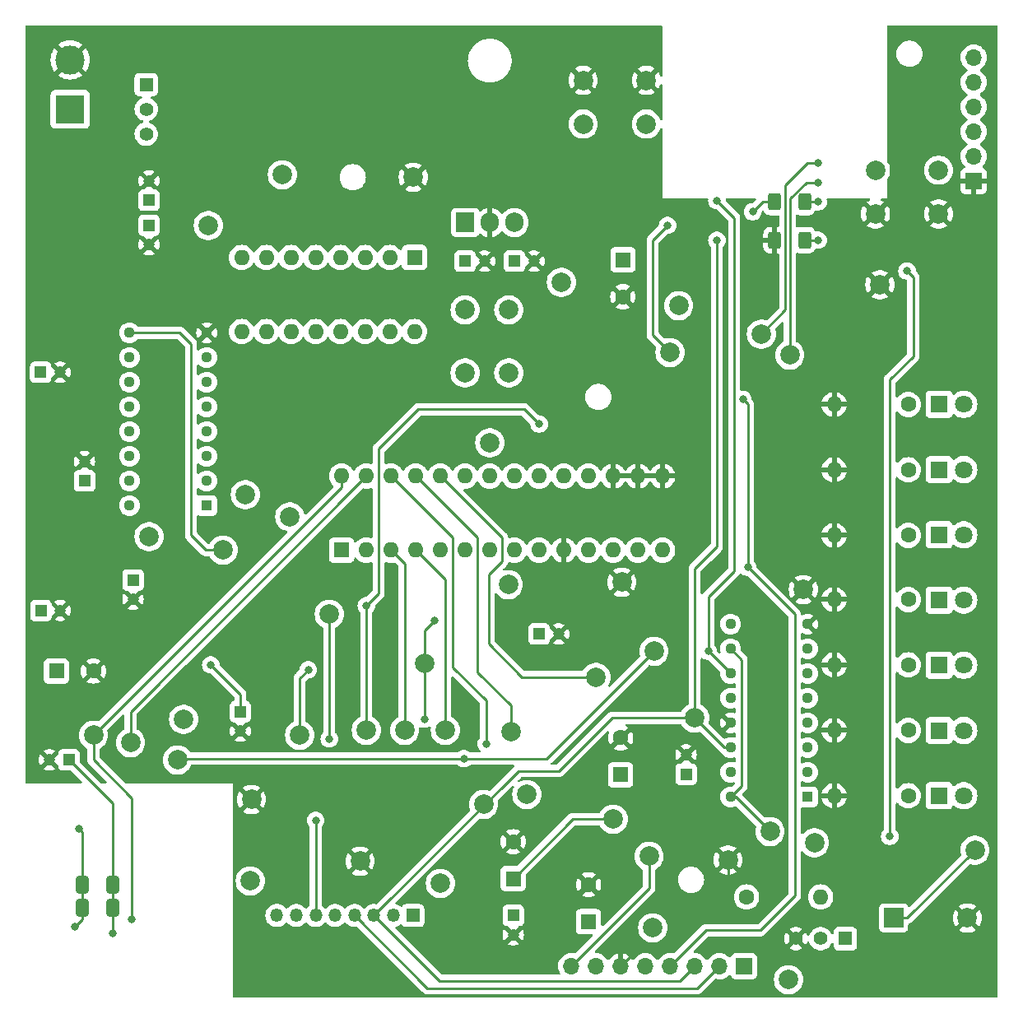
<source format=gbr>
%TF.GenerationSoftware,KiCad,Pcbnew,7.0.10*%
%TF.CreationDate,2024-02-21T03:28:03-08:00*%
%TF.ProjectId,b1,62312e6b-6963-4616-945f-706362585858,1*%
%TF.SameCoordinates,Original*%
%TF.FileFunction,Copper,L2,Bot*%
%TF.FilePolarity,Positive*%
%FSLAX46Y46*%
G04 Gerber Fmt 4.6, Leading zero omitted, Abs format (unit mm)*
G04 Created by KiCad (PCBNEW 7.0.10) date 2024-02-21 03:28:03*
%MOMM*%
%LPD*%
G01*
G04 APERTURE LIST*
G04 Aperture macros list*
%AMRoundRect*
0 Rectangle with rounded corners*
0 $1 Rounding radius*
0 $2 $3 $4 $5 $6 $7 $8 $9 X,Y pos of 4 corners*
0 Add a 4 corners polygon primitive as box body*
4,1,4,$2,$3,$4,$5,$6,$7,$8,$9,$2,$3,0*
0 Add four circle primitives for the rounded corners*
1,1,$1+$1,$2,$3*
1,1,$1+$1,$4,$5*
1,1,$1+$1,$6,$7*
1,1,$1+$1,$8,$9*
0 Add four rect primitives between the rounded corners*
20,1,$1+$1,$2,$3,$4,$5,0*
20,1,$1+$1,$4,$5,$6,$7,0*
20,1,$1+$1,$6,$7,$8,$9,0*
20,1,$1+$1,$8,$9,$2,$3,0*%
G04 Aperture macros list end*
%TA.AperFunction,ComponentPad*%
%ADD10R,1.350000X1.350000*%
%TD*%
%TA.AperFunction,ComponentPad*%
%ADD11O,1.350000X1.350000*%
%TD*%
%TA.AperFunction,ComponentPad*%
%ADD12C,1.130000*%
%TD*%
%TA.AperFunction,ComponentPad*%
%ADD13R,1.130000X1.130000*%
%TD*%
%TA.AperFunction,ComponentPad*%
%ADD14O,1.600000X1.600000*%
%TD*%
%TA.AperFunction,ComponentPad*%
%ADD15R,1.600000X1.600000*%
%TD*%
%TA.AperFunction,ComponentPad*%
%ADD16O,1.905000X2.000000*%
%TD*%
%TA.AperFunction,ComponentPad*%
%ADD17R,1.905000X2.000000*%
%TD*%
%TA.AperFunction,ComponentPad*%
%ADD18C,2.000000*%
%TD*%
%TA.AperFunction,ComponentPad*%
%ADD19R,1.408000X1.408000*%
%TD*%
%TA.AperFunction,ComponentPad*%
%ADD20C,1.408000*%
%TD*%
%TA.AperFunction,ComponentPad*%
%ADD21C,1.600000*%
%TD*%
%TA.AperFunction,SMDPad,CuDef*%
%ADD22RoundRect,0.250000X0.400000X0.625000X-0.400000X0.625000X-0.400000X-0.625000X0.400000X-0.625000X0*%
%TD*%
%TA.AperFunction,SMDPad,CuDef*%
%ADD23RoundRect,0.250000X-0.400000X-0.625000X0.400000X-0.625000X0.400000X0.625000X-0.400000X0.625000X0*%
%TD*%
%TA.AperFunction,ComponentPad*%
%ADD24R,1.700000X1.700000*%
%TD*%
%TA.AperFunction,ComponentPad*%
%ADD25O,1.700000X1.700000*%
%TD*%
%TA.AperFunction,ComponentPad*%
%ADD26R,3.000000X3.000000*%
%TD*%
%TA.AperFunction,ComponentPad*%
%ADD27C,3.000000*%
%TD*%
%TA.AperFunction,ComponentPad*%
%ADD28R,1.800000X1.800000*%
%TD*%
%TA.AperFunction,ComponentPad*%
%ADD29C,1.800000*%
%TD*%
%TA.AperFunction,ComponentPad*%
%ADD30C,1.200000*%
%TD*%
%TA.AperFunction,ComponentPad*%
%ADD31R,1.200000X1.200000*%
%TD*%
%TA.AperFunction,SMDPad,CuDef*%
%ADD32RoundRect,0.250000X0.412500X0.650000X-0.412500X0.650000X-0.412500X-0.650000X0.412500X-0.650000X0*%
%TD*%
%TA.AperFunction,ComponentPad*%
%ADD33R,2.000000X2.000000*%
%TD*%
%TA.AperFunction,ViaPad*%
%ADD34C,0.800000*%
%TD*%
%TA.AperFunction,Conductor*%
%ADD35C,0.250000*%
%TD*%
G04 APERTURE END LIST*
D10*
%TO.P,U8,8,VCC*%
%TO.N,/3V3*%
X135095000Y-134747000D03*
D11*
%TO.P,U8,7,GND*%
%TO.N,GND*%
X133095000Y-134747000D03*
%TO.P,U8,6,DIN*%
%TO.N,/MOSI*%
X131095000Y-134747000D03*
%TO.P,U8,5,CLK*%
%TO.N,/SCLK*%
X129095000Y-134747000D03*
%TO.P,U8,4,~{CS}*%
%TO.N,/E-Paper/~{CS}*%
X127095000Y-134747000D03*
%TO.P,U8,3,DC*%
%TO.N,/E-Paper/DC*%
X125095000Y-134747000D03*
%TO.P,U8,2,~{RST}*%
%TO.N,/E-Paper/~{RST}*%
X123095000Y-134747000D03*
%TO.P,U8,1,BUSY*%
%TO.N,/E-Paper/BUSY*%
X121095000Y-134747000D03*
%TD*%
D12*
%TO.P,U6,16,VCC*%
%TO.N,/3V3*%
X167767000Y-122555000D03*
%TO.P,U6,15,QA*%
%TO.N,Net-(U6-QA)*%
X167767000Y-120015000D03*
%TO.P,U6,14,SER*%
%TO.N,/MOSI*%
X167767000Y-117475000D03*
%TO.P,U6,13,~{OE}*%
%TO.N,GND*%
X167767000Y-114935000D03*
%TO.P,U6,12,RCLK*%
%TO.N,/Status Block/RCLK*%
X167767000Y-112395000D03*
%TO.P,U6,11,SRCLK*%
%TO.N,/SCLK*%
X167767000Y-109855000D03*
%TO.P,U6,10,~{SRCLR}*%
%TO.N,/3V3*%
X167767000Y-107315000D03*
%TO.P,U6,9,QH'*%
%TO.N,unconnected-(U6-QH'-Pad9)*%
X167767000Y-104775000D03*
%TO.P,U6,8,GND*%
%TO.N,GND*%
X175707000Y-104775000D03*
%TO.P,U6,7,QH*%
%TO.N,Net-(D7-A)*%
X175707000Y-107315000D03*
%TO.P,U6,6,QG*%
%TO.N,Net-(D6-A)*%
X175707000Y-109855000D03*
%TO.P,U6,5,QF*%
%TO.N,Net-(D5-A)*%
X175707000Y-112395000D03*
%TO.P,U6,4,QE*%
%TO.N,Net-(D4-A)*%
X175707000Y-114935000D03*
%TO.P,U6,3,QD*%
%TO.N,Net-(D3-A)*%
X175707000Y-117475000D03*
%TO.P,U6,2,QC*%
%TO.N,Net-(D2-A)*%
X175707000Y-120015000D03*
D13*
%TO.P,U6,1,QB*%
%TO.N,Net-(D1-A)*%
X175707000Y-122555000D03*
%TD*%
%TO.P,U5,1,~{PL}*%
%TO.N,/BID Register/~{PL}*%
X113881500Y-92573000D03*
D12*
%TO.P,U5,2,CP*%
%TO.N,/BID Register/CP*%
X113881500Y-90033000D03*
%TO.P,U5,3,D4*%
%TO.N,Net-(U5-D4)*%
X113881500Y-87493000D03*
%TO.P,U5,4,D5*%
%TO.N,Net-(U5-D5)*%
X113881500Y-84953000D03*
%TO.P,U5,5,D6*%
%TO.N,Net-(U5-D6)*%
X113881500Y-82413000D03*
%TO.P,U5,6,D7*%
%TO.N,Net-(U5-D7)*%
X113881500Y-79873000D03*
%TO.P,U5,7,~{Q7}*%
%TO.N,unconnected-(U5-~{Q7}-Pad7)*%
X113881500Y-77333000D03*
%TO.P,U5,8,GND*%
%TO.N,GND*%
X113881500Y-74793000D03*
%TO.P,U5,9,Q7*%
%TO.N,/BID Register/Q7*%
X105941500Y-74793000D03*
%TO.P,U5,10,DS*%
%TO.N,unconnected-(U5-DS-Pad10)*%
X105941500Y-77333000D03*
%TO.P,U5,11,D0*%
%TO.N,Net-(U5-D0)*%
X105941500Y-79873000D03*
%TO.P,U5,12,D1*%
%TO.N,Net-(U5-D1)*%
X105941500Y-82413000D03*
%TO.P,U5,13,D2*%
%TO.N,Net-(U5-D2)*%
X105941500Y-84953000D03*
%TO.P,U5,14,D3*%
%TO.N,Net-(U5-D3)*%
X105941500Y-87493000D03*
%TO.P,U5,15,~{CE}*%
%TO.N,/BID Register/~{CE}*%
X105941500Y-90033000D03*
%TO.P,U5,16,VCC*%
%TO.N,/3V3*%
X105941500Y-92573000D03*
%TD*%
D14*
%TO.P,U4,28,GPA7*%
%TO.N,/LoRa/~{RESET}*%
X127762000Y-89535000D03*
%TO.P,U4,27,GPA6*%
%TO.N,/LoRa/~{NSS}*%
X130302000Y-89535000D03*
%TO.P,U4,26,GPA5*%
%TO.N,/Scanner/RST*%
X132842000Y-89535000D03*
%TO.P,U4,25,GPA4*%
%TO.N,/Scanner/~{SS}*%
X135382000Y-89535000D03*
%TO.P,U4,24,GPA3*%
%TO.N,/Status Block/RCLK*%
X137922000Y-89535000D03*
%TO.P,U4,23,GPA2*%
%TO.N,/BID Register/~{CE}*%
X140462000Y-89535000D03*
%TO.P,U4,22,GPA1*%
%TO.N,/BID Register/~{PL}*%
X143002000Y-89535000D03*
%TO.P,U4,21,GPA0*%
%TO.N,/BID Register/CP*%
X145542000Y-89535000D03*
%TO.P,U4,20,INTA*%
%TO.N,/Wi-Fi and MCU/INTA*%
X148082000Y-89535000D03*
%TO.P,U4,19,INTB*%
%TO.N,/Wi-Fi and MCU/INTB*%
X150622000Y-89535000D03*
%TO.P,U4,18,~{RESET}*%
%TO.N,/3V3*%
X153162000Y-89535000D03*
%TO.P,U4,17,A2*%
%TO.N,GND*%
X155702000Y-89535000D03*
%TO.P,U4,16,A1*%
X158242000Y-89535000D03*
%TO.P,U4,15,A0*%
X160782000Y-89535000D03*
%TO.P,U4,14,NC*%
%TO.N,unconnected-(U4-NC-Pad14)*%
X160782000Y-97155000D03*
%TO.P,U4,13,SDA*%
%TO.N,Net-(U3-GPIO4)*%
X158242000Y-97155000D03*
%TO.P,U4,12,SCK*%
%TO.N,Net-(U3-GPIO5)*%
X155702000Y-97155000D03*
%TO.P,U4,11,NC*%
%TO.N,unconnected-(U4-NC-Pad11)*%
X153162000Y-97155000D03*
%TO.P,U4,10,VSS*%
%TO.N,GND*%
X150622000Y-97155000D03*
%TO.P,U4,9,VDD*%
%TO.N,/3V3*%
X148082000Y-97155000D03*
%TO.P,U4,8,GPB7*%
%TO.N,/Wi-Fi and MCU/GPB7*%
X145542000Y-97155000D03*
%TO.P,U4,7,GPB6*%
%TO.N,/Wi-Fi and MCU/GPB6*%
X143002000Y-97155000D03*
%TO.P,U4,6,GPB5*%
%TO.N,/E-Paper/~{RST}*%
X140462000Y-97155000D03*
%TO.P,U4,5,GPB4*%
%TO.N,/E-Paper/DC*%
X137922000Y-97155000D03*
%TO.P,U4,4,GPB3*%
%TO.N,/E-Paper/~{CS}*%
X135382000Y-97155000D03*
%TO.P,U4,3,GPB2*%
%TO.N,/E-Paper/BUSY*%
X132842000Y-97155000D03*
%TO.P,U4,2,GPB1*%
%TO.N,/Wi-Fi and MCU/GPB1*%
X130302000Y-97155000D03*
D15*
%TO.P,U4,1,GPB0*%
%TO.N,/BID Register/Q7*%
X127762000Y-97155000D03*
%TD*%
D16*
%TO.P,U1,3,OUT*%
%TO.N,/5V*%
X145542000Y-63459000D03*
%TO.P,U1,2,GND*%
%TO.N,GND*%
X143002000Y-63459000D03*
D17*
%TO.P,U1,1,IN*%
%TO.N,/VRAW*%
X140462000Y-63459000D03*
%TD*%
D18*
%TO.P,TP51,1,1*%
%TO.N,GND*%
X129667000Y-129159000D03*
%TD*%
%TO.P,TP50,1,1*%
%TO.N,/E-Paper/~{CS}*%
X138430000Y-115697000D03*
%TD*%
%TO.P,TP49,1,1*%
%TO.N,/E-Paper/DC*%
X126492000Y-103759000D03*
%TD*%
%TO.P,TP48,1,1*%
%TO.N,/E-Paper/~{RST}*%
X136271000Y-108839000D03*
%TD*%
%TO.P,TP47,1,1*%
%TO.N,/E-Paper/BUSY*%
X134239000Y-115697000D03*
%TD*%
%TO.P,TP46,1,1*%
%TO.N,/3V3*%
X155702000Y-124841000D03*
%TD*%
%TO.P,TP45,1,1*%
%TO.N,GND*%
X118491000Y-122809000D03*
%TD*%
%TO.P,TP44,1,1*%
%TO.N,/LoRa/~{RESET}*%
X102235000Y-116205000D03*
%TD*%
%TO.P,TP43,1,1*%
%TO.N,/LoRa/~{NSS}*%
X106045000Y-116967000D03*
%TD*%
%TO.P,TP42,1,1*%
%TO.N,/LoRa/DIO0*%
X130302000Y-115697000D03*
%TD*%
%TO.P,TP41,1,1*%
%TO.N,/3V3*%
X118364000Y-131191000D03*
%TD*%
%TO.P,TP40,1,1*%
%TO.N,GND*%
X167513000Y-129032000D03*
%TD*%
%TO.P,TP39,1,1*%
%TO.N,/Scanner/RST*%
X146812000Y-122301000D03*
%TD*%
%TO.P,TP38,1,1*%
%TO.N,/Scanner/~{SS}*%
X145161000Y-115824000D03*
%TD*%
%TO.P,TP37,1,1*%
%TO.N,/3V3*%
X159385000Y-128651000D03*
%TD*%
%TO.P,TP36,1,1*%
%TO.N,Net-(Q1-B)*%
X176403000Y-127254000D03*
%TD*%
%TO.P,TP35,1,1*%
%TO.N,GND*%
X175260000Y-101219000D03*
%TD*%
%TO.P,TP34,1,1*%
%TO.N,Net-(BZ1-+)*%
X192913000Y-128016000D03*
%TD*%
%TO.P,TP33,1,1*%
%TO.N,/Status Block/RCLK*%
X153924000Y-110236000D03*
%TD*%
%TO.P,TP32,1,1*%
%TO.N,/3V3*%
X171831000Y-126111000D03*
%TD*%
%TO.P,TP30,1,1*%
%TO.N,/BID Register/~{CE}*%
X117856000Y-91440000D03*
%TD*%
%TO.P,TP29,1,1*%
%TO.N,/BID Register/CP*%
X143002000Y-86106000D03*
%TD*%
%TO.P,TP28,1,1*%
%TO.N,/BID Register/~{PL}*%
X122428000Y-93726000D03*
%TD*%
%TO.P,TP27,1,1*%
%TO.N,/BID Register/Q7*%
X115570000Y-97155000D03*
%TD*%
%TO.P,TP26,1,1*%
%TO.N,/3V3*%
X107950000Y-95758000D03*
%TD*%
%TO.P,TP25,1,1*%
%TO.N,GND*%
X156591000Y-100457000D03*
%TD*%
%TO.P,TP24,1,1*%
%TO.N,GND*%
X183134000Y-69850000D03*
%TD*%
%TO.P,TP23,1,1*%
%TO.N,Net-(U3-GPIO5)*%
X170942000Y-74930000D03*
%TD*%
%TO.P,TP22,1,1*%
%TO.N,Net-(U3-GPIO4)*%
X173863000Y-77089000D03*
%TD*%
%TO.P,TP21,1,1*%
%TO.N,/5V*%
X162433000Y-72009000D03*
%TD*%
%TO.P,TP20,1,1*%
%TO.N,/3V3*%
X144907000Y-100711000D03*
%TD*%
%TO.P,TP18,1,1*%
%TO.N,/MOSI*%
X159766000Y-136017000D03*
%TD*%
%TO.P,TP14,1,1*%
%TO.N,/MOSI*%
X142367000Y-123317000D03*
%TD*%
%TO.P,TP13,1,1*%
%TO.N,/MISO*%
X161544000Y-76835000D03*
%TD*%
%TO.P,TP12,1,1*%
%TO.N,/MOSI*%
X111506000Y-114554000D03*
%TD*%
%TO.P,TP11,1,1*%
%TO.N,/MISO*%
X123444000Y-116205000D03*
%TD*%
%TO.P,TP10,1,1*%
%TO.N,/MOSI*%
X164084000Y-114427000D03*
%TD*%
%TO.P,TP9,1,1*%
%TO.N,/SCLK*%
X137922000Y-131445000D03*
%TD*%
%TO.P,TP7,1,1*%
%TO.N,/SCLK*%
X173736000Y-141351000D03*
%TD*%
%TO.P,TP6,1,1*%
%TO.N,/SCLK*%
X110871000Y-118745000D03*
%TD*%
%TO.P,TP5,1,1*%
%TO.N,/SCLK*%
X159893000Y-107569000D03*
%TD*%
%TO.P,TP4,1,1*%
%TO.N,GND*%
X135128000Y-58801000D03*
%TD*%
%TO.P,TP3,1,1*%
%TO.N,/VRAW*%
X121666000Y-58547000D03*
%TD*%
%TO.P,TP2,1,1*%
%TO.N,/3V3*%
X114046000Y-63754000D03*
%TD*%
%TO.P,TP1,1,1*%
%TO.N,/5V*%
X150368000Y-69596000D03*
%TD*%
D19*
%TO.P,SW6,1,A*%
%TO.N,Net-(Q1-B)*%
X179578000Y-137128000D03*
D20*
%TO.P,SW6,2,B*%
%TO.N,Net-(SW6-B)*%
X177038000Y-137128000D03*
%TO.P,SW6,3,C*%
%TO.N,GND*%
X174498000Y-137128000D03*
%TD*%
D15*
%TO.P,SW5,1*%
%TO.N,/3V3*%
X135255000Y-67056000D03*
D14*
%TO.P,SW5,2*%
X132715000Y-67056000D03*
%TO.P,SW5,3*%
X130175000Y-67056000D03*
%TO.P,SW5,4*%
X127635000Y-67056000D03*
%TO.P,SW5,5*%
X125095000Y-67056000D03*
%TO.P,SW5,6*%
X122555000Y-67056000D03*
%TO.P,SW5,7*%
X120015000Y-67056000D03*
%TO.P,SW5,8*%
X117475000Y-67056000D03*
%TO.P,SW5,9*%
%TO.N,Net-(U5-D7)*%
X117475000Y-74676000D03*
%TO.P,SW5,10*%
%TO.N,Net-(U5-D6)*%
X120015000Y-74676000D03*
%TO.P,SW5,11*%
%TO.N,Net-(U5-D5)*%
X122555000Y-74676000D03*
%TO.P,SW5,12*%
%TO.N,Net-(U5-D4)*%
X125095000Y-74676000D03*
%TO.P,SW5,13*%
%TO.N,Net-(U5-D3)*%
X127635000Y-74676000D03*
%TO.P,SW5,14*%
%TO.N,Net-(U5-D2)*%
X130175000Y-74676000D03*
%TO.P,SW5,15*%
%TO.N,Net-(U5-D1)*%
X132715000Y-74676000D03*
%TO.P,SW5,16*%
%TO.N,Net-(U5-D0)*%
X135255000Y-74676000D03*
%TD*%
D18*
%TO.P,SW4,1,1*%
%TO.N,GND*%
X182678000Y-62575000D03*
X189178000Y-62575000D03*
%TO.P,SW4,2,2*%
%TO.N,/Wi-Fi and MCU/GPIO0*%
X189178000Y-58075000D03*
X182678000Y-58075000D03*
%TD*%
%TO.P,SW3,1,1*%
%TO.N,GND*%
X159115000Y-48833000D03*
X152615000Y-48833000D03*
%TO.P,SW3,2,2*%
%TO.N,Net-(U3-~{RST})*%
X152615000Y-53333000D03*
X159115000Y-53333000D03*
%TD*%
%TO.P,SW2,1,1*%
%TO.N,/5V*%
X144962000Y-78942000D03*
X144962000Y-72442000D03*
%TO.P,SW2,2,2*%
%TO.N,/VRAW*%
X140462000Y-72442000D03*
X140462000Y-78942000D03*
%TD*%
D19*
%TO.P,SW1,1,A*%
%TO.N,/VRAW*%
X107664000Y-49276000D03*
D20*
%TO.P,SW1,2,B*%
%TO.N,Net-(J2-Pin_1)*%
X107664000Y-51816000D03*
%TO.P,SW1,3,C*%
%TO.N,unconnected-(SW1-C-Pad3)*%
X107664000Y-54356000D03*
%TD*%
D21*
%TO.P,R21,1*%
%TO.N,Net-(U6-QA)*%
X169418000Y-132842000D03*
D14*
%TO.P,R21,2*%
%TO.N,Net-(SW6-B)*%
X177038000Y-132842000D03*
%TD*%
D21*
%TO.P,R20,1*%
%TO.N,Net-(D7-K)*%
X186055000Y-82169000D03*
D14*
%TO.P,R20,2*%
%TO.N,GND*%
X178435000Y-82169000D03*
%TD*%
D21*
%TO.P,R19,1*%
%TO.N,Net-(D6-K)*%
X186055000Y-88900000D03*
D14*
%TO.P,R19,2*%
%TO.N,GND*%
X178435000Y-88900000D03*
%TD*%
D21*
%TO.P,R18,1*%
%TO.N,Net-(D5-K)*%
X186055000Y-95631000D03*
D14*
%TO.P,R18,2*%
%TO.N,GND*%
X178435000Y-95631000D03*
%TD*%
D21*
%TO.P,R17,1*%
%TO.N,Net-(D4-K)*%
X186055000Y-102235000D03*
D14*
%TO.P,R17,2*%
%TO.N,GND*%
X178435000Y-102235000D03*
%TD*%
D21*
%TO.P,R16,1*%
%TO.N,Net-(D3-K)*%
X186055000Y-108966000D03*
D14*
%TO.P,R16,2*%
%TO.N,GND*%
X178435000Y-108966000D03*
%TD*%
D21*
%TO.P,R15,1*%
%TO.N,Net-(D2-K)*%
X186055000Y-115697000D03*
D14*
%TO.P,R15,2*%
%TO.N,GND*%
X178435000Y-115697000D03*
%TD*%
%TO.P,R14,2*%
%TO.N,GND*%
X178435000Y-122428000D03*
D21*
%TO.P,R14,1*%
%TO.N,Net-(D1-K)*%
X186055000Y-122428000D03*
%TD*%
D22*
%TO.P,R5,2*%
%TO.N,GND*%
X172287000Y-65278000D03*
%TO.P,R5,1*%
%TO.N,/Wi-Fi and MCU/GPIO15*%
X175387000Y-65278000D03*
%TD*%
D23*
%TO.P,R3,1*%
%TO.N,/5V*%
X172287000Y-61341000D03*
%TO.P,R3,2*%
%TO.N,/Wi-Fi and MCU/GPIO0*%
X175387000Y-61341000D03*
%TD*%
D24*
%TO.P,P1,1,SDA*%
%TO.N,/Scanner/~{SS}*%
X169164000Y-139954000D03*
D25*
%TO.P,P1,2,SCK*%
%TO.N,/SCLK*%
X166624000Y-139954000D03*
%TO.P,P1,3,MOSI*%
%TO.N,/MOSI*%
X164084000Y-139954000D03*
%TO.P,P1,4,MISO*%
%TO.N,/MISO*%
X161544000Y-139954000D03*
%TO.P,P1,5,IRQ*%
%TO.N,unconnected-(P1-IRQ-Pad5)*%
X159004000Y-139954000D03*
%TO.P,P1,6,GND*%
%TO.N,GND*%
X156464000Y-139954000D03*
%TO.P,P1,7,RST*%
%TO.N,/Scanner/RST*%
X153924000Y-139954000D03*
%TO.P,P1,8,3.3V*%
%TO.N,/3V3*%
X151384000Y-139954000D03*
%TD*%
D26*
%TO.P,J2,1,Pin_1*%
%TO.N,Net-(J2-Pin_1)*%
X99822000Y-51816000D03*
D27*
%TO.P,J2,2,Pin_2*%
%TO.N,GND*%
X99822000Y-46736000D03*
%TD*%
D24*
%TO.P,J1,1,GND*%
%TO.N,GND*%
X192786000Y-59182000D03*
D25*
%TO.P,J1,2,CTS*%
%TO.N,unconnected-(J1-CTS-Pad2)*%
X192786000Y-56642000D03*
%TO.P,J1,3,5V*%
%TO.N,unconnected-(J1-5V-Pad3)*%
X192786000Y-54102000D03*
%TO.P,J1,4,TX*%
%TO.N,Net-(J1-TX)*%
X192786000Y-51562000D03*
%TO.P,J1,5,RX*%
%TO.N,Net-(J1-RX)*%
X192786000Y-49022000D03*
%TO.P,J1,6,DTR*%
%TO.N,unconnected-(J1-DTR-Pad6)*%
X192786000Y-46482000D03*
%TD*%
D28*
%TO.P,D7,1,K*%
%TO.N,Net-(D7-K)*%
X189230000Y-82169000D03*
D29*
%TO.P,D7,2,A*%
%TO.N,Net-(D7-A)*%
X191770000Y-82169000D03*
%TD*%
%TO.P,D6,2,A*%
%TO.N,Net-(D6-A)*%
X191770000Y-88878833D03*
D28*
%TO.P,D6,1,K*%
%TO.N,Net-(D6-K)*%
X189230000Y-88878833D03*
%TD*%
D29*
%TO.P,D5,2,A*%
%TO.N,Net-(D5-A)*%
X191770000Y-95588666D03*
D28*
%TO.P,D5,1,K*%
%TO.N,Net-(D5-K)*%
X189230000Y-95588666D03*
%TD*%
%TO.P,D4,1,K*%
%TO.N,Net-(D4-K)*%
X189230000Y-102298499D03*
D29*
%TO.P,D4,2,A*%
%TO.N,Net-(D4-A)*%
X191770000Y-102298499D03*
%TD*%
D28*
%TO.P,D3,1,K*%
%TO.N,Net-(D3-K)*%
X189230000Y-109008332D03*
D29*
%TO.P,D3,2,A*%
%TO.N,Net-(D3-A)*%
X191770000Y-109008332D03*
%TD*%
D28*
%TO.P,D2,1,K*%
%TO.N,Net-(D2-K)*%
X189230000Y-115718165D03*
D29*
%TO.P,D2,2,A*%
%TO.N,Net-(D2-A)*%
X191770000Y-115718165D03*
%TD*%
D28*
%TO.P,D1,1,K*%
%TO.N,Net-(D1-K)*%
X189230000Y-122428000D03*
D29*
%TO.P,D1,2,A*%
%TO.N,Net-(D1-A)*%
X191770000Y-122428000D03*
%TD*%
D30*
%TO.P,C31,2*%
%TO.N,GND*%
X145415000Y-136747000D03*
D31*
%TO.P,C31,1*%
%TO.N,/3V3*%
X145415000Y-134747000D03*
%TD*%
D21*
%TO.P,C30,2*%
%TO.N,GND*%
X145415000Y-127161651D03*
D15*
%TO.P,C30,1*%
%TO.N,/3V3*%
X145415000Y-130961651D03*
%TD*%
D32*
%TO.P,C29,1*%
%TO.N,/3V3*%
X104178500Y-131572000D03*
%TO.P,C29,2*%
%TO.N,GND*%
X101053500Y-131572000D03*
%TD*%
%TO.P,C28,1*%
%TO.N,/3V3*%
X104178500Y-133985000D03*
%TO.P,C28,2*%
%TO.N,GND*%
X101053500Y-133985000D03*
%TD*%
D31*
%TO.P,C27,1*%
%TO.N,/3V3*%
X99695000Y-118745000D03*
D30*
%TO.P,C27,2*%
%TO.N,GND*%
X97695000Y-118745000D03*
%TD*%
D15*
%TO.P,C26,1*%
%TO.N,/3V3*%
X98435000Y-109601000D03*
D21*
%TO.P,C26,2*%
%TO.N,GND*%
X102235000Y-109601000D03*
%TD*%
D15*
%TO.P,C25,1*%
%TO.N,/3V3*%
X153162000Y-135382000D03*
D21*
%TO.P,C25,2*%
%TO.N,GND*%
X153162000Y-131582000D03*
%TD*%
D31*
%TO.P,C22,1*%
%TO.N,/3V3*%
X163195000Y-120225600D03*
D30*
%TO.P,C22,2*%
%TO.N,GND*%
X163195000Y-118225600D03*
%TD*%
D21*
%TO.P,C21,2*%
%TO.N,GND*%
X156464000Y-116469000D03*
D15*
%TO.P,C21,1*%
%TO.N,/3V3*%
X156464000Y-120269000D03*
%TD*%
D30*
%TO.P,C18,2*%
%TO.N,GND*%
X101308500Y-88033000D03*
D31*
%TO.P,C18,1*%
%TO.N,/3V3*%
X101308500Y-90033000D03*
%TD*%
D15*
%TO.P,C17,1*%
%TO.N,/5V*%
X156702000Y-67303000D03*
D21*
%TO.P,C17,2*%
%TO.N,GND*%
X156702000Y-71103000D03*
%TD*%
D31*
%TO.P,C14,1*%
%TO.N,/3V3*%
X148082000Y-105791000D03*
D30*
%TO.P,C14,2*%
%TO.N,GND*%
X150082000Y-105791000D03*
%TD*%
D31*
%TO.P,C10,1*%
%TO.N,/3V3*%
X96806000Y-78867000D03*
D30*
%TO.P,C10,2*%
%TO.N,GND*%
X98806000Y-78867000D03*
%TD*%
%TO.P,C9,2*%
%TO.N,GND*%
X117348000Y-115792000D03*
D31*
%TO.P,C9,1*%
%TO.N,/3V3*%
X117348000Y-113792000D03*
%TD*%
%TO.P,C8,1*%
%TO.N,/3V3*%
X106299000Y-100235000D03*
D30*
%TO.P,C8,2*%
%TO.N,GND*%
X106299000Y-102235000D03*
%TD*%
D31*
%TO.P,C7,1*%
%TO.N,/3V3*%
X107950000Y-63742600D03*
D30*
%TO.P,C7,2*%
%TO.N,GND*%
X107950000Y-65742600D03*
%TD*%
%TO.P,C6,2*%
%TO.N,GND*%
X107950000Y-59170600D03*
D31*
%TO.P,C6,1*%
%TO.N,/VRAW*%
X107950000Y-61170600D03*
%TD*%
%TO.P,C5,1*%
%TO.N,/3V3*%
X96817401Y-103378000D03*
D30*
%TO.P,C5,2*%
%TO.N,GND*%
X98817401Y-103378000D03*
%TD*%
D31*
%TO.P,C2,1*%
%TO.N,/5V*%
X145542000Y-67437000D03*
D30*
%TO.P,C2,2*%
%TO.N,GND*%
X147542000Y-67437000D03*
%TD*%
D31*
%TO.P,C1,1*%
%TO.N,/VRAW*%
X140462000Y-67437000D03*
D30*
%TO.P,C1,2*%
%TO.N,GND*%
X142462000Y-67437000D03*
%TD*%
D33*
%TO.P,BZ1,1,+*%
%TO.N,Net-(BZ1-+)*%
X184541000Y-135001000D03*
D18*
%TO.P,BZ1,2,-*%
%TO.N,GND*%
X192141000Y-135001000D03*
%TD*%
D34*
%TO.N,GND*%
X138430000Y-125984000D03*
X139319000Y-128778000D03*
X168910000Y-137668000D03*
X167894000Y-135001000D03*
X162306000Y-102616000D03*
X165481000Y-99949000D03*
X168402000Y-102108000D03*
X105537000Y-96774000D03*
X137668000Y-81153000D03*
X102997000Y-68199000D03*
X100330000Y-135890000D03*
X100711000Y-125857000D03*
%TO.N,/LoRa/DIO0*%
X130302000Y-102870000D03*
%TO.N,GND*%
X132334000Y-131826000D03*
%TO.N,/MISO*%
X169545000Y-98933000D03*
X124333000Y-109474000D03*
X161290000Y-63754000D03*
X169037000Y-81661000D03*
%TO.N,/Scanner/RST*%
X142621000Y-117094000D03*
%TO.N,/E-Paper/~{RST}*%
X137287000Y-104394000D03*
X136271000Y-114554000D03*
%TO.N,/SCLK*%
X140335000Y-118618000D03*
%TO.N,/E-Paper/DC*%
X125095000Y-124968000D03*
X126492000Y-116586000D03*
%TO.N,/5V*%
X170053000Y-62357000D03*
%TO.N,/3V3*%
X114300000Y-108966000D03*
X104178500Y-136563500D03*
%TO.N,Net-(U3-GPIO5)*%
X176784000Y-57327000D03*
%TO.N,Net-(U3-GPIO4)*%
X176784000Y-59327000D03*
%TO.N,/LoRa/DIO0*%
X148082000Y-84201000D03*
%TO.N,/LoRa/~{RESET}*%
X106188000Y-135128000D03*
%TO.N,/SCLK*%
X165481000Y-107569000D03*
%TO.N,/MOSI*%
X166370000Y-65278000D03*
%TO.N,/SCLK*%
X166370000Y-61214000D03*
%TO.N,/Status Block/BUZZ*%
X185928000Y-68453000D03*
X184150000Y-126619000D03*
%TO.N,/Wi-Fi and MCU/GPIO15*%
X176784000Y-65278000D03*
%TO.N,/Wi-Fi and MCU/GPIO0*%
X176784000Y-61341000D03*
%TD*%
D35*
%TO.N,GND*%
X101053500Y-135166500D02*
X100330000Y-135890000D01*
X101053500Y-133985000D02*
X101053500Y-135166500D01*
X100711000Y-125857000D02*
X101053500Y-126199500D01*
X101053500Y-126199500D02*
X101053500Y-131572000D01*
X101053500Y-133985000D02*
X101053500Y-131572000D01*
%TO.N,/LoRa/DIO0*%
X131572000Y-86741000D02*
X131572000Y-101600000D01*
X131572000Y-101600000D02*
X130302000Y-102870000D01*
%TO.N,/Scanner/~{SS}*%
X135382000Y-89535000D02*
X141732000Y-95885000D01*
X141732000Y-95885000D02*
X141732000Y-109728000D01*
X141732000Y-109728000D02*
X145161000Y-113157000D01*
X145161000Y-113157000D02*
X145161000Y-115824000D01*
%TO.N,GND*%
X167513000Y-129032000D02*
X167513000Y-131699000D01*
X167513000Y-131699000D02*
X161544000Y-137668000D01*
X161544000Y-137668000D02*
X158750000Y-137668000D01*
X158750000Y-137668000D02*
X156464000Y-139954000D01*
%TO.N,/3V3*%
X159385000Y-128651000D02*
X159385000Y-131953000D01*
X159385000Y-131953000D02*
X151384000Y-139954000D01*
%TO.N,Net-(BZ1-+)*%
X192913000Y-128016000D02*
X185928000Y-135001000D01*
X185928000Y-135001000D02*
X184541000Y-135001000D01*
%TO.N,/Status Block/RCLK*%
X146304000Y-110236000D02*
X153924000Y-110236000D01*
%TO.N,GND*%
X129667000Y-129159000D02*
X132334000Y-131826000D01*
%TO.N,/3V3*%
X155702000Y-124841000D02*
X151535651Y-124841000D01*
X151535651Y-124841000D02*
X145415000Y-130961651D01*
%TO.N,/MISO*%
X123444000Y-110363000D02*
X124333000Y-109474000D01*
X123444000Y-116205000D02*
X123444000Y-110363000D01*
X174371000Y-132715000D02*
X170815000Y-136271000D01*
X165227000Y-136271000D02*
X161544000Y-139954000D01*
X169037000Y-81661000D02*
X169545000Y-82169000D01*
X169545000Y-82169000D02*
X169545000Y-98933000D01*
X174371000Y-103759000D02*
X174371000Y-132715000D01*
X169545000Y-98933000D02*
X174371000Y-103759000D01*
X170815000Y-136271000D02*
X165227000Y-136271000D01*
X161290000Y-63754000D02*
X159766000Y-65278000D01*
X159766000Y-65278000D02*
X159766000Y-75057000D01*
X159766000Y-75057000D02*
X161544000Y-76835000D01*
%TO.N,/Status Block/RCLK*%
X137922000Y-89535000D02*
X144272000Y-95885000D01*
X144272000Y-95885000D02*
X144272000Y-98298000D01*
X144272000Y-98298000D02*
X142875000Y-99695000D01*
X142875000Y-99695000D02*
X142875000Y-106807000D01*
X142875000Y-106807000D02*
X146304000Y-110236000D01*
%TO.N,/Scanner/RST*%
X132842000Y-89535000D02*
X139192000Y-95885000D01*
X139192000Y-95885000D02*
X139192000Y-109220000D01*
X139192000Y-109220000D02*
X142621000Y-112649000D01*
X142621000Y-112649000D02*
X142621000Y-117094000D01*
%TO.N,/MOSI*%
X164084000Y-139954000D02*
X162560000Y-141478000D01*
X162560000Y-141478000D02*
X137826000Y-141478000D01*
X137826000Y-141478000D02*
X131095000Y-134747000D01*
%TO.N,/SCLK*%
X166624000Y-139954000D02*
X164338000Y-142240000D01*
X164338000Y-142240000D02*
X136588000Y-142240000D01*
X136588000Y-142240000D02*
X129095000Y-134747000D01*
%TO.N,/E-Paper/~{RST}*%
X136271000Y-105410000D02*
X137287000Y-104394000D01*
X136271000Y-114554000D02*
X136271000Y-105410000D01*
%TO.N,/MOSI*%
X131095000Y-134747000D02*
X145954000Y-119888000D01*
X145954000Y-119888000D02*
X150114000Y-119888000D01*
X150114000Y-119888000D02*
X155575000Y-114427000D01*
X155575000Y-114427000D02*
X164084000Y-114427000D01*
%TO.N,/SCLK*%
X148844000Y-118618000D02*
X110871000Y-118618000D01*
%TO.N,/E-Paper/DC*%
X125095000Y-124968000D02*
X125095000Y-134747000D01*
X126492000Y-116586000D02*
X126492000Y-116459000D01*
X126492000Y-103759000D02*
X126492000Y-116586000D01*
%TO.N,/5V*%
X171069000Y-61341000D02*
X170053000Y-62357000D01*
X172287000Y-61341000D02*
X171069000Y-61341000D01*
%TO.N,/3V3*%
X117348000Y-113792000D02*
X117348000Y-112014000D01*
X117348000Y-112014000D02*
X114300000Y-108966000D01*
X104178500Y-131572000D02*
X104178500Y-123228500D01*
X104178500Y-123228500D02*
X99695000Y-118745000D01*
X104178500Y-136563500D02*
X104178500Y-133985000D01*
X104178500Y-133985000D02*
X104178500Y-131572000D01*
%TO.N,/LoRa/~{RESET}*%
X106188000Y-135128000D02*
X106188000Y-122698000D01*
X106188000Y-122698000D02*
X102235000Y-118745000D01*
X102235000Y-118745000D02*
X102235000Y-116193370D01*
X102235000Y-116193370D02*
X127762000Y-90666370D01*
X127762000Y-90666370D02*
X127762000Y-89535000D01*
%TO.N,/E-Paper/~{CS}*%
X138430000Y-115824000D02*
X138430000Y-100203000D01*
X138430000Y-100203000D02*
X135382000Y-97155000D01*
%TO.N,/E-Paper/BUSY*%
X134239000Y-115697000D02*
X134239000Y-98552000D01*
X134239000Y-98552000D02*
X132842000Y-97155000D01*
%TO.N,Net-(U3-GPIO4)*%
X173879000Y-76946000D02*
X173863000Y-76962000D01*
X173879000Y-61003900D02*
X173879000Y-76946000D01*
%TO.N,Net-(U3-GPIO5)*%
X176784000Y-57327000D02*
X175708695Y-57327000D01*
X175708695Y-57327000D02*
X173429000Y-59606695D01*
X173429000Y-59606695D02*
X173429000Y-72443000D01*
X173429000Y-72443000D02*
X170942000Y-74930000D01*
%TO.N,Net-(U3-GPIO4)*%
X176784000Y-59327000D02*
X175555900Y-59327000D01*
X175555900Y-59327000D02*
X173879000Y-61003900D01*
%TO.N,/LoRa/DIO0*%
X148082000Y-84201000D02*
X146558000Y-82677000D01*
X146558000Y-82677000D02*
X135636000Y-82677000D01*
X135636000Y-82677000D02*
X131572000Y-86741000D01*
X130302000Y-115570000D02*
X130302000Y-102870000D01*
%TO.N,/SCLK*%
X159893000Y-107569000D02*
X148844000Y-118618000D01*
%TO.N,/3V3*%
X167767000Y-107315000D02*
X168910000Y-108458000D01*
X168910000Y-108458000D02*
X168910000Y-121412000D01*
X168910000Y-121412000D02*
X167767000Y-122555000D01*
%TO.N,/SCLK*%
X166370000Y-61214000D02*
X168148000Y-62992000D01*
X168148000Y-62992000D02*
X168148000Y-99314000D01*
X168148000Y-99314000D02*
X165481000Y-101981000D01*
X165481000Y-101981000D02*
X165481000Y-107569000D01*
X165481000Y-107569000D02*
X167767000Y-109855000D01*
%TO.N,/LoRa/~{NSS}*%
X106045000Y-116967000D02*
X106045000Y-113792000D01*
X106045000Y-113792000D02*
X130302000Y-89535000D01*
%TO.N,/MOSI*%
X164084000Y-114427000D02*
X167132000Y-117475000D01*
X167132000Y-117475000D02*
X167767000Y-117475000D01*
X166370000Y-65278000D02*
X166370000Y-96774000D01*
X166370000Y-96774000D02*
X164084000Y-99060000D01*
X164084000Y-99060000D02*
X164084000Y-114427000D01*
%TO.N,/BID Register/Q7*%
X105941500Y-74793000D02*
X111115000Y-74793000D01*
X113792000Y-97155000D02*
X115570000Y-97155000D01*
X111115000Y-74793000D02*
X112268000Y-75946000D01*
X112268000Y-75946000D02*
X112268000Y-95631000D01*
X112268000Y-95631000D02*
X113792000Y-97155000D01*
%TO.N,/3V3*%
X171831000Y-126111000D02*
X168275000Y-122555000D01*
X168275000Y-122555000D02*
X167767000Y-122555000D01*
%TO.N,/Status Block/BUZZ*%
X186563000Y-69088000D02*
X185928000Y-68453000D01*
X186563000Y-77216000D02*
X186563000Y-69088000D01*
X184150000Y-126619000D02*
X184150000Y-79629000D01*
X184150000Y-79629000D02*
X186563000Y-77216000D01*
%TO.N,/Wi-Fi and MCU/GPIO15*%
X176784000Y-65278000D02*
X176657000Y-65278000D01*
%TO.N,/Wi-Fi and MCU/GPIO0*%
X176784000Y-61341000D02*
X176657000Y-61341000D01*
X175387000Y-61341000D02*
X176784000Y-61341000D01*
%TO.N,/Wi-Fi and MCU/GPIO15*%
X175387000Y-65278000D02*
X176784000Y-65278000D01*
%TD*%
%TA.AperFunction,Conductor*%
%TO.N,GND*%
G36*
X195192539Y-43200185D02*
G01*
X195238294Y-43252989D01*
X195249500Y-43304500D01*
X195249500Y-143055500D01*
X195229815Y-143122539D01*
X195177011Y-143168294D01*
X195125500Y-143179500D01*
X116710000Y-143179500D01*
X116642961Y-143159815D01*
X116597206Y-143107011D01*
X116586000Y-143055500D01*
X116586000Y-131191005D01*
X116858357Y-131191005D01*
X116878890Y-131438812D01*
X116878892Y-131438824D01*
X116939936Y-131679881D01*
X117039826Y-131907606D01*
X117175833Y-132115782D01*
X117204824Y-132147274D01*
X117344256Y-132298738D01*
X117540491Y-132451474D01*
X117759190Y-132569828D01*
X117994386Y-132650571D01*
X118239665Y-132691500D01*
X118488335Y-132691500D01*
X118733614Y-132650571D01*
X118968810Y-132569828D01*
X119187509Y-132451474D01*
X119383744Y-132298738D01*
X119552164Y-132115785D01*
X119688173Y-131907607D01*
X119788063Y-131679881D01*
X119849108Y-131438821D01*
X119849109Y-131438812D01*
X119869643Y-131191005D01*
X119869643Y-131190994D01*
X119849109Y-130943187D01*
X119849107Y-130943175D01*
X119788063Y-130702118D01*
X119688173Y-130474393D01*
X119552166Y-130266217D01*
X119484400Y-130192604D01*
X119383744Y-130083262D01*
X119187509Y-129930526D01*
X119187507Y-129930525D01*
X119187506Y-129930524D01*
X118968811Y-129812172D01*
X118968802Y-129812169D01*
X118733616Y-129731429D01*
X118488335Y-129690500D01*
X118239665Y-129690500D01*
X117994383Y-129731429D01*
X117759197Y-129812169D01*
X117759188Y-129812172D01*
X117540493Y-129930524D01*
X117344257Y-130083261D01*
X117175833Y-130266217D01*
X117039826Y-130474393D01*
X116939936Y-130702118D01*
X116878892Y-130943175D01*
X116878890Y-130943187D01*
X116858357Y-131190994D01*
X116858357Y-131191005D01*
X116586000Y-131191005D01*
X116586000Y-122809005D01*
X116985859Y-122809005D01*
X117006385Y-123056729D01*
X117006387Y-123056738D01*
X117067412Y-123297717D01*
X117167266Y-123525364D01*
X117267564Y-123678882D01*
X118007923Y-122938523D01*
X118031507Y-123018844D01*
X118109239Y-123139798D01*
X118217900Y-123233952D01*
X118348685Y-123293680D01*
X118358466Y-123295086D01*
X117620942Y-124032609D01*
X117667768Y-124069055D01*
X117667770Y-124069056D01*
X117886385Y-124187364D01*
X117886396Y-124187369D01*
X118121506Y-124268083D01*
X118366707Y-124309000D01*
X118615293Y-124309000D01*
X118860493Y-124268083D01*
X119095603Y-124187369D01*
X119095614Y-124187364D01*
X119314228Y-124069057D01*
X119314231Y-124069055D01*
X119361056Y-124032609D01*
X118623533Y-123295086D01*
X118633315Y-123293680D01*
X118764100Y-123233952D01*
X118872761Y-123139798D01*
X118950493Y-123018844D01*
X118974076Y-122938524D01*
X119714434Y-123678882D01*
X119814731Y-123525369D01*
X119914587Y-123297717D01*
X119975612Y-123056738D01*
X119975614Y-123056729D01*
X119996141Y-122809005D01*
X119996141Y-122808994D01*
X119975614Y-122561270D01*
X119975612Y-122561261D01*
X119914587Y-122320282D01*
X119814731Y-122092630D01*
X119714434Y-121939116D01*
X118974076Y-122679475D01*
X118950493Y-122599156D01*
X118872761Y-122478202D01*
X118764100Y-122384048D01*
X118633315Y-122324320D01*
X118623534Y-122322913D01*
X119361057Y-121585390D01*
X119361056Y-121585389D01*
X119314229Y-121548943D01*
X119095614Y-121430635D01*
X119095603Y-121430630D01*
X118860493Y-121349916D01*
X118615293Y-121309000D01*
X118366707Y-121309000D01*
X118121506Y-121349916D01*
X117886396Y-121430630D01*
X117886390Y-121430632D01*
X117667761Y-121548949D01*
X117620942Y-121585388D01*
X117620942Y-121585390D01*
X118358466Y-122322913D01*
X118348685Y-122324320D01*
X118217900Y-122384048D01*
X118109239Y-122478202D01*
X118031507Y-122599156D01*
X118007923Y-122679475D01*
X117267564Y-121939116D01*
X117167267Y-122092632D01*
X117067412Y-122320282D01*
X117006387Y-122561261D01*
X117006385Y-122561270D01*
X116985859Y-122808994D01*
X116985859Y-122809005D01*
X116586000Y-122809005D01*
X116586000Y-121158000D01*
X105583953Y-121158000D01*
X105516914Y-121138315D01*
X105496272Y-121121681D01*
X102896819Y-118522228D01*
X102863334Y-118460905D01*
X102860500Y-118434547D01*
X102860500Y-117646519D01*
X102880185Y-117579480D01*
X102925483Y-117537464D01*
X103019656Y-117486500D01*
X103058509Y-117465474D01*
X103254744Y-117312738D01*
X103423164Y-117129785D01*
X103559173Y-116921607D01*
X103659063Y-116693881D01*
X103720108Y-116452821D01*
X103722420Y-116424917D01*
X103740643Y-116205005D01*
X103740643Y-116204994D01*
X103720109Y-115957187D01*
X103720108Y-115957183D01*
X103720108Y-115957179D01*
X103717530Y-115947000D01*
X103663786Y-115734770D01*
X103666410Y-115664949D01*
X103696308Y-115616650D01*
X105207820Y-114105138D01*
X105269142Y-114071655D01*
X105338834Y-114076639D01*
X105394767Y-114118511D01*
X105419184Y-114183975D01*
X105419500Y-114192821D01*
X105419500Y-115525479D01*
X105399815Y-115592518D01*
X105354519Y-115634533D01*
X105221496Y-115706522D01*
X105221494Y-115706523D01*
X105025257Y-115859261D01*
X104856833Y-116042217D01*
X104720826Y-116250393D01*
X104620936Y-116478118D01*
X104559892Y-116719175D01*
X104559890Y-116719187D01*
X104539357Y-116966994D01*
X104539357Y-116967005D01*
X104559890Y-117214812D01*
X104559892Y-117214824D01*
X104620936Y-117455881D01*
X104720826Y-117683606D01*
X104856833Y-117891782D01*
X104866851Y-117902664D01*
X105025256Y-118074738D01*
X105221491Y-118227474D01*
X105440190Y-118345828D01*
X105675386Y-118426571D01*
X105920665Y-118467500D01*
X106169335Y-118467500D01*
X106414614Y-118426571D01*
X106649810Y-118345828D01*
X106868509Y-118227474D01*
X107064744Y-118074738D01*
X107233164Y-117891785D01*
X107369173Y-117683607D01*
X107469063Y-117455881D01*
X107530108Y-117214821D01*
X107531102Y-117202827D01*
X107550643Y-116967005D01*
X107550643Y-116966994D01*
X107530693Y-116726240D01*
X116767311Y-116726240D01*
X116855585Y-116780897D01*
X117045678Y-116854539D01*
X117246072Y-116892000D01*
X117449928Y-116892000D01*
X117650322Y-116854539D01*
X117840412Y-116780899D01*
X117840416Y-116780897D01*
X117928686Y-116726241D01*
X117928686Y-116726240D01*
X117348001Y-116145553D01*
X117348000Y-116145553D01*
X116767311Y-116726240D01*
X107530693Y-116726240D01*
X107530109Y-116719187D01*
X107530107Y-116719175D01*
X107469063Y-116478118D01*
X107369173Y-116250393D01*
X107233166Y-116042217D01*
X107166932Y-115970268D01*
X107064744Y-115859262D01*
X106868509Y-115706526D01*
X106868508Y-115706525D01*
X106868505Y-115706523D01*
X106868503Y-115706522D01*
X106735481Y-115634533D01*
X106685891Y-115585313D01*
X106670500Y-115525479D01*
X106670500Y-114554005D01*
X110000357Y-114554005D01*
X110020890Y-114801812D01*
X110020892Y-114801824D01*
X110081936Y-115042881D01*
X110181826Y-115270606D01*
X110317833Y-115478782D01*
X110325276Y-115486867D01*
X110486256Y-115661738D01*
X110682491Y-115814474D01*
X110702342Y-115825217D01*
X110885165Y-115924156D01*
X110901190Y-115932828D01*
X111136386Y-116013571D01*
X111381665Y-116054500D01*
X111630335Y-116054500D01*
X111875614Y-116013571D01*
X112110810Y-115932828D01*
X112329509Y-115814474D01*
X112358384Y-115792000D01*
X116243287Y-115792000D01*
X116262096Y-115994989D01*
X116262097Y-115994992D01*
X116317883Y-116191063D01*
X116317886Y-116191069D01*
X116408751Y-116373551D01*
X116410533Y-116375911D01*
X116994446Y-115792000D01*
X116966286Y-115763840D01*
X117044105Y-115763840D01*
X117054454Y-115875521D01*
X117104448Y-115975922D01*
X117187334Y-116051484D01*
X117291920Y-116092000D01*
X117375802Y-116092000D01*
X117458250Y-116076588D01*
X117553610Y-116017543D01*
X117621201Y-115928038D01*
X117651895Y-115820160D01*
X117649286Y-115792000D01*
X117701553Y-115792000D01*
X118285465Y-116375912D01*
X118287247Y-116373553D01*
X118287248Y-116373551D01*
X118371174Y-116205005D01*
X121938357Y-116205005D01*
X121958890Y-116452812D01*
X121958892Y-116452824D01*
X122019936Y-116693881D01*
X122119826Y-116921606D01*
X122255833Y-117129782D01*
X122255836Y-117129785D01*
X122424256Y-117312738D01*
X122620491Y-117465474D01*
X122620493Y-117465475D01*
X122831155Y-117579480D01*
X122839190Y-117583828D01*
X123074386Y-117664571D01*
X123319665Y-117705500D01*
X123568335Y-117705500D01*
X123813614Y-117664571D01*
X124048810Y-117583828D01*
X124267509Y-117465474D01*
X124463744Y-117312738D01*
X124632164Y-117129785D01*
X124768173Y-116921607D01*
X124868063Y-116693881D01*
X124929108Y-116452821D01*
X124931420Y-116424917D01*
X124949643Y-116205005D01*
X124949643Y-116204994D01*
X124929109Y-115957187D01*
X124929107Y-115957175D01*
X124868063Y-115716118D01*
X124768173Y-115488393D01*
X124632166Y-115280217D01*
X124565794Y-115208118D01*
X124463744Y-115097262D01*
X124267509Y-114944526D01*
X124267508Y-114944525D01*
X124267505Y-114944523D01*
X124267503Y-114944522D01*
X124134481Y-114872533D01*
X124084891Y-114823313D01*
X124069500Y-114763479D01*
X124069500Y-110673452D01*
X124089185Y-110606413D01*
X124105819Y-110585771D01*
X124280772Y-110410819D01*
X124342095Y-110377334D01*
X124368453Y-110374500D01*
X124427644Y-110374500D01*
X124427646Y-110374500D01*
X124612803Y-110335144D01*
X124785730Y-110258151D01*
X124938871Y-110146888D01*
X125065533Y-110006216D01*
X125160179Y-109842284D01*
X125218674Y-109662256D01*
X125238460Y-109474000D01*
X125218674Y-109285744D01*
X125160179Y-109105716D01*
X125065533Y-108941784D01*
X124938871Y-108801112D01*
X124938754Y-108801027D01*
X124785734Y-108689851D01*
X124785729Y-108689848D01*
X124612807Y-108612857D01*
X124612802Y-108612855D01*
X124462155Y-108580835D01*
X124427646Y-108573500D01*
X124238354Y-108573500D01*
X124205897Y-108580398D01*
X124053197Y-108612855D01*
X124053192Y-108612857D01*
X123880270Y-108689848D01*
X123880265Y-108689851D01*
X123727129Y-108801111D01*
X123600466Y-108941785D01*
X123505821Y-109105715D01*
X123505818Y-109105722D01*
X123455632Y-109260181D01*
X123447326Y-109285744D01*
X123438008Y-109374400D01*
X123429679Y-109453649D01*
X123403094Y-109518263D01*
X123394039Y-109528368D01*
X123060208Y-109862199D01*
X123047951Y-109872020D01*
X123048134Y-109872241D01*
X123042122Y-109877214D01*
X122996098Y-109926223D01*
X122993391Y-109929016D01*
X122973889Y-109948517D01*
X122973875Y-109948534D01*
X122971407Y-109951715D01*
X122963843Y-109960570D01*
X122933937Y-109992418D01*
X122933936Y-109992420D01*
X122924284Y-110009976D01*
X122913610Y-110026226D01*
X122901329Y-110042061D01*
X122901324Y-110042068D01*
X122883975Y-110082158D01*
X122878838Y-110092644D01*
X122857803Y-110130906D01*
X122852822Y-110150307D01*
X122846521Y-110168710D01*
X122838562Y-110187102D01*
X122838561Y-110187105D01*
X122831728Y-110230243D01*
X122829360Y-110241674D01*
X122818501Y-110283971D01*
X122818500Y-110283982D01*
X122818500Y-110304016D01*
X122816973Y-110323415D01*
X122815116Y-110335142D01*
X122813840Y-110343196D01*
X122816433Y-110370629D01*
X122817950Y-110386674D01*
X122818500Y-110398343D01*
X122818500Y-114763479D01*
X122798815Y-114830518D01*
X122753519Y-114872533D01*
X122620496Y-114944522D01*
X122620494Y-114944523D01*
X122424257Y-115097261D01*
X122255833Y-115280217D01*
X122119826Y-115488393D01*
X122019936Y-115716118D01*
X121958892Y-115957175D01*
X121958890Y-115957187D01*
X121938357Y-116204994D01*
X121938357Y-116205005D01*
X118371174Y-116205005D01*
X118378113Y-116191069D01*
X118378116Y-116191063D01*
X118433902Y-115994992D01*
X118433903Y-115994989D01*
X118452713Y-115792000D01*
X118452713Y-115791999D01*
X118433903Y-115589010D01*
X118433902Y-115589007D01*
X118378116Y-115392936D01*
X118378113Y-115392930D01*
X118287249Y-115210449D01*
X118287247Y-115210447D01*
X118285465Y-115208087D01*
X117701553Y-115792000D01*
X117649286Y-115792000D01*
X117641546Y-115708479D01*
X117591552Y-115608078D01*
X117508666Y-115532516D01*
X117404080Y-115492000D01*
X117320198Y-115492000D01*
X117237750Y-115507412D01*
X117142390Y-115566457D01*
X117074799Y-115655962D01*
X117044105Y-115763840D01*
X116966286Y-115763840D01*
X116410533Y-115208087D01*
X116408755Y-115210442D01*
X116408754Y-115210443D01*
X116317886Y-115392930D01*
X116317883Y-115392936D01*
X116262097Y-115589007D01*
X116262096Y-115589010D01*
X116243287Y-115791999D01*
X116243287Y-115792000D01*
X112358384Y-115792000D01*
X112525744Y-115661738D01*
X112694164Y-115478785D01*
X112830173Y-115270607D01*
X112930063Y-115042881D01*
X112991108Y-114801821D01*
X112993720Y-114770300D01*
X113011643Y-114554005D01*
X113011643Y-114553994D01*
X112991109Y-114306187D01*
X112991107Y-114306175D01*
X112930063Y-114065118D01*
X112830173Y-113837393D01*
X112694166Y-113629217D01*
X112592387Y-113518656D01*
X112525744Y-113446262D01*
X112329509Y-113293526D01*
X112329507Y-113293525D01*
X112329506Y-113293524D01*
X112110811Y-113175172D01*
X112110802Y-113175169D01*
X111875616Y-113094429D01*
X111630335Y-113053500D01*
X111381665Y-113053500D01*
X111136383Y-113094429D01*
X110901197Y-113175169D01*
X110901188Y-113175172D01*
X110682493Y-113293524D01*
X110486257Y-113446261D01*
X110317833Y-113629217D01*
X110181826Y-113837393D01*
X110081936Y-114065118D01*
X110020892Y-114306175D01*
X110020890Y-114306187D01*
X110000357Y-114553994D01*
X110000357Y-114554005D01*
X106670500Y-114554005D01*
X106670500Y-114102452D01*
X106690185Y-114035413D01*
X106706819Y-114014771D01*
X111755590Y-108966000D01*
X113394540Y-108966000D01*
X113414326Y-109154256D01*
X113414464Y-109154682D01*
X113472818Y-109334277D01*
X113472821Y-109334284D01*
X113567467Y-109498216D01*
X113675982Y-109618734D01*
X113694129Y-109638888D01*
X113847265Y-109750148D01*
X113847270Y-109750151D01*
X114020192Y-109827142D01*
X114020197Y-109827144D01*
X114205354Y-109866500D01*
X114264548Y-109866500D01*
X114331587Y-109886185D01*
X114352229Y-109902819D01*
X116686181Y-112236771D01*
X116719666Y-112298094D01*
X116722500Y-112324452D01*
X116722500Y-112581235D01*
X116702815Y-112648274D01*
X116650011Y-112694029D01*
X116641834Y-112697417D01*
X116505669Y-112748203D01*
X116505664Y-112748206D01*
X116390455Y-112834452D01*
X116390452Y-112834455D01*
X116304206Y-112949664D01*
X116304202Y-112949671D01*
X116253908Y-113084517D01*
X116247501Y-113144116D01*
X116247501Y-113144123D01*
X116247500Y-113144135D01*
X116247500Y-114439870D01*
X116247501Y-114439876D01*
X116253908Y-114499483D01*
X116304202Y-114634328D01*
X116304206Y-114634335D01*
X116390452Y-114749544D01*
X116390455Y-114749547D01*
X116505664Y-114835793D01*
X116505671Y-114835797D01*
X116640516Y-114886091D01*
X116657789Y-114887948D01*
X116700127Y-114892500D01*
X116750692Y-114892499D01*
X116817729Y-114912182D01*
X116838372Y-114928818D01*
X117348000Y-115438446D01*
X117857628Y-114928818D01*
X117918951Y-114895333D01*
X117945308Y-114892499D01*
X117995872Y-114892499D01*
X118055483Y-114886091D01*
X118190331Y-114835796D01*
X118305546Y-114749546D01*
X118391796Y-114634331D01*
X118442091Y-114499483D01*
X118448500Y-114439873D01*
X118448499Y-113144128D01*
X118442091Y-113084517D01*
X118432339Y-113058371D01*
X118391797Y-112949671D01*
X118391793Y-112949664D01*
X118305547Y-112834455D01*
X118305544Y-112834452D01*
X118190335Y-112748206D01*
X118190330Y-112748203D01*
X118054166Y-112697417D01*
X117998233Y-112655545D01*
X117973816Y-112590081D01*
X117973500Y-112581235D01*
X117973500Y-112096742D01*
X117975224Y-112081122D01*
X117974939Y-112081096D01*
X117975671Y-112073340D01*
X117975673Y-112073333D01*
X117973561Y-112006126D01*
X117973500Y-112002231D01*
X117973500Y-111974654D01*
X117973500Y-111974650D01*
X117972996Y-111970665D01*
X117972080Y-111959021D01*
X117970709Y-111915373D01*
X117965122Y-111896144D01*
X117961174Y-111877084D01*
X117958663Y-111857204D01*
X117942588Y-111816604D01*
X117938804Y-111805552D01*
X117926618Y-111763609D01*
X117926616Y-111763606D01*
X117916423Y-111746371D01*
X117907861Y-111728894D01*
X117900487Y-111710269D01*
X117874816Y-111674937D01*
X117868405Y-111665177D01*
X117846170Y-111627580D01*
X117846168Y-111627578D01*
X117846165Y-111627574D01*
X117832006Y-111613415D01*
X117819368Y-111598619D01*
X117807594Y-111582413D01*
X117797951Y-111574436D01*
X117773940Y-111554572D01*
X117765299Y-111546709D01*
X115238960Y-109020369D01*
X115205475Y-108959046D01*
X115203323Y-108945668D01*
X115185674Y-108777744D01*
X115127179Y-108597716D01*
X115032533Y-108433784D01*
X114905871Y-108293112D01*
X114905870Y-108293111D01*
X114752734Y-108181851D01*
X114752729Y-108181848D01*
X114579807Y-108104857D01*
X114579802Y-108104855D01*
X114434001Y-108073865D01*
X114394646Y-108065500D01*
X114205354Y-108065500D01*
X114174458Y-108072067D01*
X114020197Y-108104855D01*
X114020192Y-108104857D01*
X113847270Y-108181848D01*
X113847265Y-108181851D01*
X113694129Y-108293111D01*
X113567466Y-108433785D01*
X113472821Y-108597715D01*
X113472818Y-108597722D01*
X113414327Y-108777740D01*
X113414326Y-108777744D01*
X113394540Y-108966000D01*
X111755590Y-108966000D01*
X116962585Y-103759005D01*
X124986357Y-103759005D01*
X125006890Y-104006812D01*
X125006892Y-104006824D01*
X125067936Y-104247881D01*
X125167826Y-104475606D01*
X125303833Y-104683782D01*
X125315917Y-104696909D01*
X125472256Y-104866738D01*
X125594764Y-104962090D01*
X125668488Y-105019472D01*
X125668493Y-105019475D01*
X125801517Y-105091464D01*
X125851108Y-105140683D01*
X125866500Y-105200519D01*
X125866500Y-115887312D01*
X125846815Y-115954351D01*
X125834650Y-115970284D01*
X125759466Y-116053784D01*
X125664821Y-116217715D01*
X125664818Y-116217722D01*
X125609812Y-116387014D01*
X125606326Y-116397744D01*
X125586540Y-116586000D01*
X125606326Y-116774256D01*
X125606327Y-116774259D01*
X125664818Y-116954277D01*
X125664821Y-116954284D01*
X125759467Y-117118216D01*
X125873174Y-117244500D01*
X125886129Y-117258888D01*
X126039265Y-117370148D01*
X126039270Y-117370151D01*
X126212192Y-117447142D01*
X126212197Y-117447144D01*
X126397354Y-117486500D01*
X126397355Y-117486500D01*
X126586644Y-117486500D01*
X126586646Y-117486500D01*
X126771803Y-117447144D01*
X126944730Y-117370151D01*
X127097871Y-117258888D01*
X127224533Y-117118216D01*
X127319179Y-116954284D01*
X127377674Y-116774256D01*
X127397460Y-116586000D01*
X127377674Y-116397744D01*
X127319179Y-116217716D01*
X127224533Y-116053784D01*
X127214116Y-116042215D01*
X127149350Y-115970284D01*
X127119120Y-115907292D01*
X127117500Y-115887312D01*
X127117500Y-105200519D01*
X127137185Y-105133480D01*
X127182483Y-105091464D01*
X127246211Y-105056976D01*
X127315509Y-105019474D01*
X127511744Y-104866738D01*
X127680164Y-104683785D01*
X127816173Y-104475607D01*
X127916063Y-104247881D01*
X127977108Y-104006821D01*
X127979719Y-103975309D01*
X127997643Y-103759005D01*
X127997643Y-103758994D01*
X127977109Y-103511187D01*
X127977107Y-103511175D01*
X127916063Y-103270118D01*
X127816173Y-103042393D01*
X127680166Y-102834217D01*
X127645396Y-102796447D01*
X127511744Y-102651262D01*
X127315509Y-102498526D01*
X127315507Y-102498525D01*
X127315506Y-102498524D01*
X127096811Y-102380172D01*
X127096802Y-102380169D01*
X126861616Y-102299429D01*
X126616335Y-102258500D01*
X126367665Y-102258500D01*
X126122383Y-102299429D01*
X125887197Y-102380169D01*
X125887188Y-102380172D01*
X125668493Y-102498524D01*
X125472257Y-102651261D01*
X125303833Y-102834217D01*
X125167826Y-103042393D01*
X125067936Y-103270118D01*
X125006892Y-103511175D01*
X125006890Y-103511187D01*
X124986357Y-103758994D01*
X124986357Y-103759005D01*
X116962585Y-103759005D01*
X118283601Y-102437989D01*
X129887179Y-90834410D01*
X129948500Y-90800927D01*
X130006947Y-90802317D01*
X130075308Y-90820635D01*
X130232780Y-90834412D01*
X130301998Y-90840468D01*
X130302000Y-90840468D01*
X130302002Y-90840468D01*
X130358673Y-90835509D01*
X130528692Y-90820635D01*
X130748496Y-90761739D01*
X130770093Y-90751667D01*
X130839169Y-90741173D01*
X130902954Y-90769691D01*
X130941195Y-90828167D01*
X130946500Y-90864048D01*
X130946500Y-95825950D01*
X130926815Y-95892989D01*
X130874011Y-95938744D01*
X130804853Y-95948688D01*
X130770099Y-95938334D01*
X130748498Y-95928262D01*
X130748488Y-95928258D01*
X130528697Y-95869366D01*
X130528693Y-95869365D01*
X130528692Y-95869365D01*
X130528691Y-95869364D01*
X130528686Y-95869364D01*
X130302002Y-95849532D01*
X130301998Y-95849532D01*
X130075313Y-95869364D01*
X130075302Y-95869366D01*
X129855511Y-95928258D01*
X129855502Y-95928261D01*
X129649267Y-96024431D01*
X129649265Y-96024432D01*
X129462858Y-96154954D01*
X129301954Y-96315858D01*
X129284725Y-96340464D01*
X129230147Y-96384088D01*
X129160648Y-96391280D01*
X129098294Y-96359757D01*
X129062882Y-96299526D01*
X129059861Y-96282591D01*
X129056091Y-96247516D01*
X129005797Y-96112671D01*
X129005793Y-96112664D01*
X128919547Y-95997455D01*
X128919544Y-95997452D01*
X128804335Y-95911206D01*
X128804328Y-95911202D01*
X128669482Y-95860908D01*
X128669483Y-95860908D01*
X128609883Y-95854501D01*
X128609881Y-95854500D01*
X128609873Y-95854500D01*
X128609864Y-95854500D01*
X126914129Y-95854500D01*
X126914123Y-95854501D01*
X126854516Y-95860908D01*
X126719671Y-95911202D01*
X126719664Y-95911206D01*
X126604455Y-95997452D01*
X126604452Y-95997455D01*
X126518206Y-96112664D01*
X126518202Y-96112671D01*
X126467908Y-96247517D01*
X126461501Y-96307116D01*
X126461500Y-96307135D01*
X126461500Y-98002870D01*
X126461501Y-98002876D01*
X126467908Y-98062483D01*
X126518202Y-98197328D01*
X126518206Y-98197335D01*
X126604452Y-98312544D01*
X126604455Y-98312547D01*
X126719664Y-98398793D01*
X126719671Y-98398797D01*
X126854517Y-98449091D01*
X126854516Y-98449091D01*
X126861444Y-98449835D01*
X126914127Y-98455500D01*
X128609872Y-98455499D01*
X128669483Y-98449091D01*
X128804331Y-98398796D01*
X128919546Y-98312546D01*
X129005796Y-98197331D01*
X129056091Y-98062483D01*
X129059862Y-98027401D01*
X129086599Y-97962855D01*
X129143990Y-97923006D01*
X129213816Y-97920511D01*
X129273905Y-97956163D01*
X129284726Y-97969536D01*
X129301956Y-97994143D01*
X129462858Y-98155045D01*
X129462861Y-98155047D01*
X129649266Y-98285568D01*
X129855504Y-98381739D01*
X130075308Y-98440635D01*
X130220904Y-98453373D01*
X130301998Y-98460468D01*
X130302000Y-98460468D01*
X130302002Y-98460468D01*
X130361905Y-98455227D01*
X130528692Y-98440635D01*
X130748496Y-98381739D01*
X130770093Y-98371667D01*
X130839169Y-98361173D01*
X130902954Y-98389691D01*
X130941195Y-98448167D01*
X130946500Y-98484048D01*
X130946500Y-101289547D01*
X130926815Y-101356586D01*
X130910181Y-101377228D01*
X130354228Y-101933181D01*
X130292905Y-101966666D01*
X130266547Y-101969500D01*
X130207354Y-101969500D01*
X130179051Y-101975516D01*
X130022197Y-102008855D01*
X130022192Y-102008857D01*
X129849270Y-102085848D01*
X129849265Y-102085851D01*
X129696129Y-102197111D01*
X129569466Y-102337785D01*
X129474821Y-102501715D01*
X129474818Y-102501722D01*
X129416406Y-102681497D01*
X129416326Y-102681744D01*
X129396540Y-102870000D01*
X129416326Y-103058256D01*
X129416327Y-103058259D01*
X129474818Y-103238277D01*
X129474821Y-103238284D01*
X129569467Y-103402216D01*
X129604231Y-103440825D01*
X129644650Y-103485715D01*
X129674880Y-103548706D01*
X129676500Y-103568687D01*
X129676500Y-114255479D01*
X129656815Y-114322518D01*
X129611519Y-114364533D01*
X129478496Y-114436522D01*
X129478494Y-114436523D01*
X129282257Y-114589261D01*
X129113833Y-114772217D01*
X128977826Y-114980393D01*
X128877936Y-115208118D01*
X128816892Y-115449175D01*
X128816890Y-115449187D01*
X128796357Y-115696994D01*
X128796357Y-115697005D01*
X128816890Y-115944812D01*
X128816892Y-115944824D01*
X128877936Y-116185881D01*
X128977826Y-116413606D01*
X129113833Y-116621782D01*
X129113836Y-116621785D01*
X129282256Y-116804738D01*
X129478491Y-116957474D01*
X129561633Y-117002468D01*
X129677691Y-117065276D01*
X129697190Y-117075828D01*
X129932386Y-117156571D01*
X130177665Y-117197500D01*
X130426335Y-117197500D01*
X130671614Y-117156571D01*
X130906810Y-117075828D01*
X131125509Y-116957474D01*
X131321744Y-116804738D01*
X131490164Y-116621785D01*
X131626173Y-116413607D01*
X131726063Y-116185881D01*
X131787108Y-115944821D01*
X131788499Y-115928038D01*
X131807643Y-115697005D01*
X131807643Y-115696994D01*
X131787109Y-115449187D01*
X131787107Y-115449175D01*
X131726063Y-115208118D01*
X131626173Y-114980393D01*
X131490166Y-114772217D01*
X131446488Y-114724770D01*
X131321744Y-114589262D01*
X131125509Y-114436526D01*
X131125508Y-114436525D01*
X131125505Y-114436523D01*
X131125503Y-114436522D01*
X130992481Y-114364533D01*
X130942891Y-114315313D01*
X130927500Y-114255479D01*
X130927500Y-103568687D01*
X130947185Y-103501648D01*
X130959350Y-103485715D01*
X130981361Y-103461269D01*
X131034533Y-103402216D01*
X131129179Y-103238284D01*
X131187674Y-103058256D01*
X131205321Y-102890344D01*
X131231904Y-102825734D01*
X131240951Y-102815638D01*
X131955788Y-102100801D01*
X131968042Y-102090986D01*
X131967859Y-102090764D01*
X131973868Y-102085791D01*
X131973877Y-102085786D01*
X132019949Y-102036722D01*
X132022566Y-102034023D01*
X132042120Y-102014471D01*
X132044576Y-102011303D01*
X132052156Y-102002427D01*
X132082062Y-101970582D01*
X132091713Y-101953024D01*
X132102396Y-101936761D01*
X132114673Y-101920936D01*
X132132021Y-101880844D01*
X132137151Y-101870371D01*
X132158197Y-101832092D01*
X132163180Y-101812680D01*
X132169481Y-101794280D01*
X132177437Y-101775896D01*
X132184270Y-101732748D01*
X132186633Y-101721338D01*
X132197500Y-101679019D01*
X132197500Y-101658983D01*
X132199027Y-101639582D01*
X132202160Y-101619804D01*
X132198050Y-101576324D01*
X132197500Y-101564655D01*
X132197500Y-98484048D01*
X132217185Y-98417009D01*
X132269989Y-98371254D01*
X132339147Y-98361310D01*
X132373905Y-98371667D01*
X132395504Y-98381739D01*
X132615308Y-98440635D01*
X132760904Y-98453373D01*
X132841998Y-98460468D01*
X132842000Y-98460468D01*
X132842002Y-98460468D01*
X132901905Y-98455227D01*
X133068692Y-98440635D01*
X133137048Y-98422319D01*
X133206897Y-98423982D01*
X133256822Y-98454413D01*
X133577181Y-98774771D01*
X133610666Y-98836094D01*
X133613500Y-98862452D01*
X133613500Y-114255479D01*
X133593815Y-114322518D01*
X133548519Y-114364533D01*
X133415496Y-114436522D01*
X133415494Y-114436523D01*
X133219257Y-114589261D01*
X133050833Y-114772217D01*
X132914826Y-114980393D01*
X132814936Y-115208118D01*
X132753892Y-115449175D01*
X132753890Y-115449187D01*
X132733357Y-115696994D01*
X132733357Y-115697005D01*
X132753890Y-115944812D01*
X132753892Y-115944824D01*
X132814936Y-116185881D01*
X132914826Y-116413606D01*
X133050833Y-116621782D01*
X133050836Y-116621785D01*
X133219256Y-116804738D01*
X133415491Y-116957474D01*
X133498633Y-117002468D01*
X133614691Y-117065276D01*
X133634190Y-117075828D01*
X133869386Y-117156571D01*
X134114665Y-117197500D01*
X134363335Y-117197500D01*
X134608614Y-117156571D01*
X134843810Y-117075828D01*
X135062509Y-116957474D01*
X135258744Y-116804738D01*
X135427164Y-116621785D01*
X135563173Y-116413607D01*
X135663063Y-116185881D01*
X135724108Y-115944821D01*
X135725499Y-115928038D01*
X135744643Y-115697005D01*
X135744643Y-115696994D01*
X135734632Y-115576187D01*
X135728241Y-115499060D01*
X135742322Y-115430626D01*
X135791167Y-115380667D01*
X135859268Y-115365046D01*
X135902251Y-115375542D01*
X135991197Y-115415144D01*
X136176354Y-115454500D01*
X136176355Y-115454500D01*
X136365644Y-115454500D01*
X136365646Y-115454500D01*
X136550803Y-115415144D01*
X136723730Y-115338151D01*
X136752006Y-115317607D01*
X136817810Y-115294127D01*
X136885864Y-115309951D01*
X136934560Y-115360056D01*
X136948436Y-115428534D01*
X136945101Y-115448346D01*
X136944895Y-115449156D01*
X136944890Y-115449187D01*
X136924357Y-115696994D01*
X136924357Y-115697005D01*
X136944890Y-115944812D01*
X136944892Y-115944824D01*
X137005936Y-116185881D01*
X137105826Y-116413606D01*
X137241833Y-116621782D01*
X137241836Y-116621785D01*
X137410256Y-116804738D01*
X137606491Y-116957474D01*
X137689633Y-117002468D01*
X137805691Y-117065276D01*
X137825190Y-117075828D01*
X138060386Y-117156571D01*
X138305665Y-117197500D01*
X138554335Y-117197500D01*
X138799614Y-117156571D01*
X139034810Y-117075828D01*
X139253509Y-116957474D01*
X139449744Y-116804738D01*
X139618164Y-116621785D01*
X139754173Y-116413607D01*
X139854063Y-116185881D01*
X139915108Y-115944821D01*
X139916499Y-115928038D01*
X139935643Y-115697005D01*
X139935643Y-115696994D01*
X139915109Y-115449187D01*
X139915107Y-115449175D01*
X139854063Y-115208118D01*
X139754173Y-114980393D01*
X139618166Y-114772217D01*
X139574488Y-114724770D01*
X139449744Y-114589262D01*
X139253509Y-114436526D01*
X139253508Y-114436525D01*
X139253505Y-114436523D01*
X139253503Y-114436522D01*
X139120481Y-114364533D01*
X139070891Y-114315313D01*
X139055500Y-114255479D01*
X139055500Y-110267452D01*
X139075185Y-110200413D01*
X139127989Y-110154658D01*
X139197147Y-110144714D01*
X139260703Y-110173739D01*
X139267181Y-110179771D01*
X141959181Y-112871771D01*
X141992666Y-112933094D01*
X141995500Y-112959452D01*
X141995500Y-116395312D01*
X141975815Y-116462351D01*
X141963650Y-116478284D01*
X141888466Y-116561784D01*
X141793821Y-116725715D01*
X141793818Y-116725722D01*
X141735327Y-116905740D01*
X141735326Y-116905744D01*
X141715540Y-117094000D01*
X141735326Y-117282256D01*
X141735327Y-117282259D01*
X141793818Y-117462277D01*
X141793821Y-117462284D01*
X141888467Y-117626216D01*
X141959855Y-117705500D01*
X142015128Y-117766887D01*
X142016909Y-117768181D01*
X142017690Y-117769194D01*
X142019958Y-117771236D01*
X142019584Y-117771650D01*
X142059576Y-117823510D01*
X142065556Y-117893124D01*
X142032950Y-117954919D01*
X141972112Y-117989277D01*
X141944025Y-117992500D01*
X141038748Y-117992500D01*
X140971709Y-117972815D01*
X140946600Y-117951474D01*
X140940873Y-117945114D01*
X140940869Y-117945110D01*
X140787734Y-117833851D01*
X140787729Y-117833848D01*
X140614807Y-117756857D01*
X140614802Y-117756855D01*
X140469001Y-117725865D01*
X140429646Y-117717500D01*
X140240354Y-117717500D01*
X140207897Y-117724398D01*
X140055197Y-117756855D01*
X140055192Y-117756857D01*
X139882270Y-117833848D01*
X139882265Y-117833851D01*
X139729130Y-117945110D01*
X139729126Y-117945114D01*
X139723400Y-117951474D01*
X139663913Y-117988121D01*
X139631252Y-117992500D01*
X112238829Y-117992500D01*
X112171790Y-117972815D01*
X112135020Y-117936321D01*
X112059166Y-117820217D01*
X112029005Y-117787454D01*
X111890744Y-117637262D01*
X111694509Y-117484526D01*
X111694507Y-117484525D01*
X111694506Y-117484524D01*
X111475811Y-117366172D01*
X111475802Y-117366169D01*
X111240616Y-117285429D01*
X110995335Y-117244500D01*
X110746665Y-117244500D01*
X110501383Y-117285429D01*
X110266197Y-117366169D01*
X110266188Y-117366172D01*
X110047493Y-117484524D01*
X109851257Y-117637261D01*
X109682833Y-117820217D01*
X109546826Y-118028393D01*
X109446936Y-118256118D01*
X109385892Y-118497175D01*
X109385890Y-118497187D01*
X109365357Y-118744994D01*
X109365357Y-118745005D01*
X109385890Y-118992812D01*
X109385892Y-118992824D01*
X109446936Y-119233881D01*
X109546826Y-119461606D01*
X109682833Y-119669782D01*
X109682836Y-119669785D01*
X109851256Y-119852738D01*
X110047491Y-120005474D01*
X110266190Y-120123828D01*
X110501386Y-120204571D01*
X110746665Y-120245500D01*
X110995335Y-120245500D01*
X111240614Y-120204571D01*
X111475810Y-120123828D01*
X111694509Y-120005474D01*
X111890744Y-119852738D01*
X112059164Y-119669785D01*
X112195173Y-119461607D01*
X112258301Y-119317689D01*
X112303257Y-119264204D01*
X112369993Y-119243514D01*
X112371857Y-119243500D01*
X139631252Y-119243500D01*
X139698291Y-119263185D01*
X139723400Y-119284526D01*
X139729126Y-119290885D01*
X139729130Y-119290889D01*
X139882265Y-119402148D01*
X139882270Y-119402151D01*
X140055192Y-119479142D01*
X140055197Y-119479144D01*
X140240354Y-119518500D01*
X140240355Y-119518500D01*
X140429644Y-119518500D01*
X140429646Y-119518500D01*
X140614803Y-119479144D01*
X140787730Y-119402151D01*
X140940871Y-119290888D01*
X140943788Y-119287647D01*
X140946600Y-119284526D01*
X141006087Y-119247879D01*
X141038748Y-119243500D01*
X145411867Y-119243500D01*
X145478906Y-119263185D01*
X145524661Y-119315989D01*
X145534605Y-119385147D01*
X145507405Y-119446547D01*
X145494568Y-119462062D01*
X145486711Y-119470696D01*
X143061848Y-121895559D01*
X143000525Y-121929044D01*
X142933904Y-121925159D01*
X142736616Y-121857429D01*
X142491335Y-121816500D01*
X142242665Y-121816500D01*
X141997383Y-121857429D01*
X141762197Y-121938169D01*
X141762188Y-121938172D01*
X141543493Y-122056524D01*
X141347257Y-122209261D01*
X141178833Y-122392217D01*
X141042826Y-122600393D01*
X140942936Y-122828118D01*
X140881892Y-123069175D01*
X140881890Y-123069187D01*
X140861357Y-123316994D01*
X140861357Y-123317005D01*
X140881890Y-123564812D01*
X140881892Y-123564824D01*
X140942936Y-123805881D01*
X140972504Y-123873287D01*
X140981407Y-123942587D01*
X140951430Y-124005699D01*
X140946629Y-124010778D01*
X131403465Y-133553942D01*
X131342142Y-133587427D01*
X131293001Y-133588150D01*
X131203926Y-133571500D01*
X130986074Y-133571500D01*
X130771931Y-133611530D01*
X130743279Y-133622630D01*
X130568792Y-133690226D01*
X130568786Y-133690229D01*
X130383576Y-133804906D01*
X130383566Y-133804913D01*
X130222573Y-133951676D01*
X130193953Y-133989576D01*
X130137844Y-134031211D01*
X130068132Y-134035902D01*
X130006950Y-134002159D01*
X129996047Y-133989576D01*
X129967426Y-133951676D01*
X129806873Y-133805314D01*
X129806432Y-133804912D01*
X129806428Y-133804909D01*
X129806423Y-133804906D01*
X129621213Y-133690229D01*
X129621207Y-133690226D01*
X129524877Y-133652908D01*
X129418069Y-133611530D01*
X129203926Y-133571500D01*
X128986074Y-133571500D01*
X128771931Y-133611530D01*
X128743279Y-133622630D01*
X128568792Y-133690226D01*
X128568786Y-133690229D01*
X128383576Y-133804906D01*
X128383566Y-133804913D01*
X128222573Y-133951676D01*
X128193953Y-133989576D01*
X128137844Y-134031211D01*
X128068132Y-134035902D01*
X128006950Y-134002159D01*
X127996047Y-133989576D01*
X127967426Y-133951676D01*
X127806873Y-133805314D01*
X127806432Y-133804912D01*
X127806428Y-133804909D01*
X127806423Y-133804906D01*
X127621213Y-133690229D01*
X127621207Y-133690226D01*
X127524877Y-133652908D01*
X127418069Y-133611530D01*
X127203926Y-133571500D01*
X126986074Y-133571500D01*
X126771931Y-133611530D01*
X126743279Y-133622630D01*
X126568792Y-133690226D01*
X126568786Y-133690229D01*
X126383576Y-133804906D01*
X126383566Y-133804913D01*
X126222573Y-133951676D01*
X126193953Y-133989576D01*
X126137844Y-134031211D01*
X126068132Y-134035902D01*
X126006950Y-134002159D01*
X125996047Y-133989576D01*
X125967426Y-133951676D01*
X125806432Y-133804912D01*
X125806431Y-133804911D01*
X125779221Y-133788063D01*
X125732586Y-133736035D01*
X125720500Y-133682637D01*
X125720500Y-129159005D01*
X128161859Y-129159005D01*
X128182385Y-129406729D01*
X128182387Y-129406738D01*
X128243412Y-129647717D01*
X128343266Y-129875364D01*
X128443564Y-130028882D01*
X129183923Y-129288523D01*
X129207507Y-129368844D01*
X129285239Y-129489798D01*
X129393900Y-129583952D01*
X129524685Y-129643680D01*
X129534466Y-129645086D01*
X128796942Y-130382609D01*
X128843768Y-130419055D01*
X128843770Y-130419056D01*
X129062385Y-130537364D01*
X129062396Y-130537369D01*
X129297506Y-130618083D01*
X129542707Y-130659000D01*
X129791293Y-130659000D01*
X130036493Y-130618083D01*
X130271603Y-130537369D01*
X130271614Y-130537364D01*
X130490228Y-130419057D01*
X130490231Y-130419055D01*
X130537056Y-130382609D01*
X129799533Y-129645086D01*
X129809315Y-129643680D01*
X129940100Y-129583952D01*
X130048761Y-129489798D01*
X130126493Y-129368844D01*
X130150076Y-129288524D01*
X130890434Y-130028882D01*
X130990731Y-129875369D01*
X131090587Y-129647717D01*
X131151612Y-129406738D01*
X131151614Y-129406729D01*
X131172141Y-129159005D01*
X131172141Y-129158994D01*
X131151614Y-128911270D01*
X131151612Y-128911261D01*
X131090587Y-128670282D01*
X130990731Y-128442630D01*
X130890434Y-128289116D01*
X130150076Y-129029475D01*
X130126493Y-128949156D01*
X130048761Y-128828202D01*
X129940100Y-128734048D01*
X129809315Y-128674320D01*
X129799534Y-128672913D01*
X130537057Y-127935390D01*
X130537056Y-127935389D01*
X130490229Y-127898943D01*
X130271614Y-127780635D01*
X130271603Y-127780630D01*
X130036493Y-127699916D01*
X129791293Y-127659000D01*
X129542707Y-127659000D01*
X129297506Y-127699916D01*
X129062396Y-127780630D01*
X129062390Y-127780632D01*
X128843761Y-127898949D01*
X128796942Y-127935388D01*
X128796942Y-127935390D01*
X129534466Y-128672913D01*
X129524685Y-128674320D01*
X129393900Y-128734048D01*
X129285239Y-128828202D01*
X129207507Y-128949156D01*
X129183923Y-129029475D01*
X128443564Y-128289116D01*
X128343267Y-128442632D01*
X128243412Y-128670282D01*
X128182387Y-128911261D01*
X128182385Y-128911270D01*
X128161859Y-129158994D01*
X128161859Y-129159005D01*
X125720500Y-129159005D01*
X125720500Y-125666687D01*
X125740185Y-125599648D01*
X125752350Y-125583715D01*
X125775861Y-125557603D01*
X125827533Y-125500216D01*
X125922179Y-125336284D01*
X125980674Y-125156256D01*
X126000460Y-124968000D01*
X125980674Y-124779744D01*
X125922179Y-124599716D01*
X125827533Y-124435784D01*
X125700871Y-124295112D01*
X125691790Y-124288514D01*
X125547734Y-124183851D01*
X125547729Y-124183848D01*
X125374807Y-124106857D01*
X125374802Y-124106855D01*
X125229001Y-124075865D01*
X125189646Y-124067500D01*
X125000354Y-124067500D01*
X124967897Y-124074398D01*
X124815197Y-124106855D01*
X124815192Y-124106857D01*
X124642270Y-124183848D01*
X124642265Y-124183851D01*
X124489129Y-124295111D01*
X124362466Y-124435785D01*
X124267821Y-124599715D01*
X124267818Y-124599722D01*
X124236591Y-124695830D01*
X124209326Y-124779744D01*
X124189540Y-124968000D01*
X124209326Y-125156256D01*
X124209327Y-125156259D01*
X124267818Y-125336277D01*
X124267821Y-125336284D01*
X124362467Y-125500216D01*
X124405772Y-125548310D01*
X124437650Y-125583715D01*
X124467880Y-125646706D01*
X124469500Y-125666687D01*
X124469500Y-133682637D01*
X124449815Y-133749676D01*
X124410779Y-133788063D01*
X124383568Y-133804911D01*
X124383567Y-133804912D01*
X124222573Y-133951676D01*
X124193953Y-133989576D01*
X124137844Y-134031211D01*
X124068132Y-134035902D01*
X124006950Y-134002159D01*
X123996047Y-133989576D01*
X123967426Y-133951676D01*
X123806873Y-133805314D01*
X123806432Y-133804912D01*
X123806428Y-133804909D01*
X123806423Y-133804906D01*
X123621213Y-133690229D01*
X123621207Y-133690226D01*
X123524877Y-133652908D01*
X123418069Y-133611530D01*
X123203926Y-133571500D01*
X122986074Y-133571500D01*
X122771931Y-133611530D01*
X122743279Y-133622630D01*
X122568792Y-133690226D01*
X122568786Y-133690229D01*
X122383576Y-133804906D01*
X122383566Y-133804913D01*
X122222573Y-133951676D01*
X122193953Y-133989576D01*
X122137844Y-134031211D01*
X122068132Y-134035902D01*
X122006950Y-134002159D01*
X121996047Y-133989576D01*
X121967426Y-133951676D01*
X121806873Y-133805314D01*
X121806432Y-133804912D01*
X121806428Y-133804909D01*
X121806423Y-133804906D01*
X121621213Y-133690229D01*
X121621207Y-133690226D01*
X121524877Y-133652908D01*
X121418069Y-133611530D01*
X121203926Y-133571500D01*
X120986074Y-133571500D01*
X120771931Y-133611530D01*
X120743279Y-133622630D01*
X120568792Y-133690226D01*
X120568786Y-133690229D01*
X120383576Y-133804906D01*
X120383566Y-133804913D01*
X120222574Y-133951676D01*
X120091288Y-134125527D01*
X119994184Y-134320537D01*
X119934564Y-134530081D01*
X119914464Y-134746999D01*
X119914464Y-134747000D01*
X119934564Y-134963918D01*
X119934564Y-134963920D01*
X119934565Y-134963923D01*
X119966067Y-135074641D01*
X119994184Y-135173462D01*
X120084357Y-135354553D01*
X120091288Y-135368472D01*
X120212877Y-135529483D01*
X120222574Y-135542323D01*
X120242910Y-135560862D01*
X120383568Y-135689088D01*
X120383575Y-135689092D01*
X120383576Y-135689093D01*
X120568786Y-135803770D01*
X120568792Y-135803773D01*
X120579004Y-135807729D01*
X120771931Y-135882470D01*
X120986074Y-135922500D01*
X120986076Y-135922500D01*
X121203924Y-135922500D01*
X121203926Y-135922500D01*
X121418069Y-135882470D01*
X121621210Y-135803772D01*
X121806432Y-135689088D01*
X121967427Y-135542322D01*
X121996047Y-135504422D01*
X122052153Y-135462787D01*
X122121865Y-135458094D01*
X122183048Y-135491836D01*
X122193946Y-135504414D01*
X122222573Y-135542322D01*
X122222576Y-135542325D01*
X122222578Y-135542327D01*
X122332645Y-135642666D01*
X122383568Y-135689088D01*
X122383575Y-135689092D01*
X122383576Y-135689093D01*
X122568786Y-135803770D01*
X122568792Y-135803773D01*
X122579004Y-135807729D01*
X122771931Y-135882470D01*
X122986074Y-135922500D01*
X122986076Y-135922500D01*
X123203924Y-135922500D01*
X123203926Y-135922500D01*
X123418069Y-135882470D01*
X123621210Y-135803772D01*
X123806432Y-135689088D01*
X123967427Y-135542322D01*
X123996047Y-135504422D01*
X124052153Y-135462787D01*
X124121865Y-135458094D01*
X124183048Y-135491836D01*
X124193946Y-135504414D01*
X124222573Y-135542322D01*
X124222576Y-135542325D01*
X124222578Y-135542327D01*
X124332645Y-135642666D01*
X124383568Y-135689088D01*
X124383575Y-135689092D01*
X124383576Y-135689093D01*
X124568786Y-135803770D01*
X124568792Y-135803773D01*
X124579004Y-135807729D01*
X124771931Y-135882470D01*
X124986074Y-135922500D01*
X124986076Y-135922500D01*
X125203924Y-135922500D01*
X125203926Y-135922500D01*
X125418069Y-135882470D01*
X125621210Y-135803772D01*
X125806432Y-135689088D01*
X125967427Y-135542322D01*
X125996047Y-135504422D01*
X126052153Y-135462787D01*
X126121865Y-135458094D01*
X126183048Y-135491836D01*
X126193946Y-135504414D01*
X126222573Y-135542322D01*
X126222576Y-135542325D01*
X126222578Y-135542327D01*
X126332645Y-135642666D01*
X126383568Y-135689088D01*
X126383575Y-135689092D01*
X126383576Y-135689093D01*
X126568786Y-135803770D01*
X126568792Y-135803773D01*
X126579004Y-135807729D01*
X126771931Y-135882470D01*
X126986074Y-135922500D01*
X126986076Y-135922500D01*
X127203924Y-135922500D01*
X127203926Y-135922500D01*
X127418069Y-135882470D01*
X127621210Y-135803772D01*
X127806432Y-135689088D01*
X127967427Y-135542322D01*
X127996047Y-135504422D01*
X128052153Y-135462787D01*
X128121865Y-135458094D01*
X128183048Y-135491836D01*
X128193946Y-135504414D01*
X128222573Y-135542322D01*
X128222576Y-135542325D01*
X128222578Y-135542327D01*
X128332645Y-135642666D01*
X128383568Y-135689088D01*
X128383575Y-135689092D01*
X128383576Y-135689093D01*
X128568786Y-135803770D01*
X128568792Y-135803773D01*
X128579004Y-135807729D01*
X128771931Y-135882470D01*
X128986074Y-135922500D01*
X128986076Y-135922500D01*
X129203925Y-135922500D01*
X129203926Y-135922500D01*
X129293000Y-135905849D01*
X129362514Y-135912879D01*
X129403465Y-135940055D01*
X132750863Y-139287454D01*
X136087197Y-142623788D01*
X136097022Y-142636051D01*
X136097243Y-142635869D01*
X136102211Y-142641874D01*
X136151222Y-142687899D01*
X136154021Y-142690612D01*
X136173522Y-142710114D01*
X136173526Y-142710117D01*
X136173529Y-142710120D01*
X136176702Y-142712581D01*
X136185574Y-142720159D01*
X136217418Y-142750062D01*
X136234976Y-142759714D01*
X136251235Y-142770395D01*
X136267064Y-142782673D01*
X136307155Y-142800021D01*
X136317626Y-142805151D01*
X136327483Y-142810570D01*
X136355902Y-142826194D01*
X136355904Y-142826195D01*
X136355908Y-142826197D01*
X136375316Y-142831180D01*
X136393719Y-142837481D01*
X136412101Y-142845436D01*
X136412102Y-142845436D01*
X136412104Y-142845437D01*
X136455250Y-142852270D01*
X136466672Y-142854636D01*
X136508981Y-142865500D01*
X136529016Y-142865500D01*
X136548414Y-142867026D01*
X136568194Y-142870159D01*
X136568195Y-142870160D01*
X136568195Y-142870159D01*
X136568196Y-142870160D01*
X136611675Y-142866050D01*
X136623344Y-142865500D01*
X164255257Y-142865500D01*
X164270877Y-142867224D01*
X164270904Y-142866939D01*
X164278660Y-142867671D01*
X164278667Y-142867673D01*
X164345873Y-142865561D01*
X164349768Y-142865500D01*
X164377346Y-142865500D01*
X164377350Y-142865500D01*
X164381324Y-142864997D01*
X164392963Y-142864080D01*
X164436627Y-142862709D01*
X164455869Y-142857117D01*
X164474912Y-142853174D01*
X164494792Y-142850664D01*
X164535401Y-142834585D01*
X164546444Y-142830803D01*
X164588390Y-142818618D01*
X164605629Y-142808422D01*
X164623103Y-142799862D01*
X164641727Y-142792488D01*
X164641727Y-142792487D01*
X164641732Y-142792486D01*
X164677083Y-142766800D01*
X164686814Y-142760408D01*
X164724420Y-142738170D01*
X164738589Y-142723999D01*
X164753379Y-142711368D01*
X164769587Y-142699594D01*
X164797438Y-142665926D01*
X164805279Y-142657309D01*
X166111583Y-141351005D01*
X172230357Y-141351005D01*
X172250890Y-141598812D01*
X172250892Y-141598824D01*
X172311936Y-141839881D01*
X172411826Y-142067606D01*
X172547833Y-142275782D01*
X172547836Y-142275785D01*
X172716256Y-142458738D01*
X172912491Y-142611474D01*
X173131190Y-142729828D01*
X173366386Y-142810571D01*
X173611665Y-142851500D01*
X173860335Y-142851500D01*
X174105614Y-142810571D01*
X174340810Y-142729828D01*
X174559509Y-142611474D01*
X174755744Y-142458738D01*
X174924164Y-142275785D01*
X175060173Y-142067607D01*
X175160063Y-141839881D01*
X175221108Y-141598821D01*
X175221440Y-141594815D01*
X175241643Y-141351005D01*
X175241643Y-141350994D01*
X175221109Y-141103187D01*
X175221107Y-141103175D01*
X175160063Y-140862118D01*
X175060173Y-140634393D01*
X174924166Y-140426217D01*
X174880655Y-140378952D01*
X174755744Y-140243262D01*
X174559509Y-140090526D01*
X174559507Y-140090525D01*
X174559506Y-140090524D01*
X174340811Y-139972172D01*
X174340802Y-139972169D01*
X174105616Y-139891429D01*
X173860335Y-139850500D01*
X173611665Y-139850500D01*
X173366383Y-139891429D01*
X173131197Y-139972169D01*
X173131188Y-139972172D01*
X172912493Y-140090524D01*
X172716257Y-140243261D01*
X172547833Y-140426217D01*
X172411826Y-140634393D01*
X172311936Y-140862118D01*
X172250892Y-141103175D01*
X172250890Y-141103187D01*
X172230357Y-141350994D01*
X172230357Y-141351005D01*
X166111583Y-141351005D01*
X166168353Y-141294235D01*
X166229674Y-141260752D01*
X166288125Y-141262143D01*
X166322780Y-141271428D01*
X166388592Y-141289063D01*
X166565034Y-141304500D01*
X166623999Y-141309659D01*
X166624000Y-141309659D01*
X166624001Y-141309659D01*
X166682966Y-141304500D01*
X166859408Y-141289063D01*
X167087663Y-141227903D01*
X167301830Y-141128035D01*
X167495401Y-140992495D01*
X167617329Y-140870566D01*
X167678648Y-140837084D01*
X167748340Y-140842068D01*
X167804274Y-140883939D01*
X167821189Y-140914917D01*
X167870202Y-141046328D01*
X167870206Y-141046335D01*
X167956452Y-141161544D01*
X167956455Y-141161547D01*
X168071664Y-141247793D01*
X168071671Y-141247797D01*
X168206517Y-141298091D01*
X168206516Y-141298091D01*
X168213444Y-141298835D01*
X168266127Y-141304500D01*
X170061872Y-141304499D01*
X170121483Y-141298091D01*
X170256331Y-141247796D01*
X170371546Y-141161546D01*
X170457796Y-141046331D01*
X170508091Y-140911483D01*
X170514500Y-140851873D01*
X170514499Y-139056128D01*
X170508091Y-138996517D01*
X170506810Y-138993083D01*
X170457797Y-138861671D01*
X170457793Y-138861664D01*
X170371547Y-138746455D01*
X170371544Y-138746452D01*
X170256335Y-138660206D01*
X170256328Y-138660202D01*
X170121482Y-138609908D01*
X170121483Y-138609908D01*
X170061883Y-138603501D01*
X170061881Y-138603500D01*
X170061873Y-138603500D01*
X170061864Y-138603500D01*
X168266129Y-138603500D01*
X168266123Y-138603501D01*
X168206516Y-138609908D01*
X168071671Y-138660202D01*
X168071664Y-138660206D01*
X167956455Y-138746452D01*
X167956452Y-138746455D01*
X167870206Y-138861664D01*
X167870203Y-138861669D01*
X167821189Y-138993083D01*
X167779317Y-139049016D01*
X167713853Y-139073433D01*
X167645580Y-139058581D01*
X167617326Y-139037430D01*
X167495402Y-138915506D01*
X167495395Y-138915501D01*
X167301834Y-138779967D01*
X167301830Y-138779965D01*
X167301828Y-138779964D01*
X167087663Y-138680097D01*
X167087659Y-138680096D01*
X167087655Y-138680094D01*
X166859413Y-138618938D01*
X166859403Y-138618936D01*
X166624001Y-138598341D01*
X166623999Y-138598341D01*
X166388596Y-138618936D01*
X166388586Y-138618938D01*
X166160344Y-138680094D01*
X166160335Y-138680098D01*
X165946171Y-138779964D01*
X165946169Y-138779965D01*
X165752597Y-138915505D01*
X165585505Y-139082597D01*
X165455575Y-139268158D01*
X165400998Y-139311783D01*
X165331500Y-139318977D01*
X165269145Y-139287454D01*
X165252425Y-139268158D01*
X165122494Y-139082597D01*
X164955402Y-138915506D01*
X164955395Y-138915501D01*
X164761834Y-138779967D01*
X164761830Y-138779965D01*
X164761828Y-138779964D01*
X164547663Y-138680097D01*
X164547659Y-138680096D01*
X164547655Y-138680094D01*
X164319413Y-138618938D01*
X164319403Y-138618936D01*
X164084001Y-138598341D01*
X164083610Y-138598341D01*
X164083444Y-138598292D01*
X164078606Y-138597869D01*
X164078691Y-138596896D01*
X164016571Y-138578656D01*
X163970816Y-138525852D01*
X163960872Y-138456694D01*
X163989897Y-138393138D01*
X163995929Y-138386660D01*
X164617784Y-137764806D01*
X165254590Y-137128000D01*
X173288842Y-137128000D01*
X173309429Y-137350181D01*
X173370493Y-137564795D01*
X173370498Y-137564808D01*
X173469953Y-137764540D01*
X173486282Y-137786163D01*
X174053549Y-137218895D01*
X174054327Y-137229265D01*
X174103887Y-137355541D01*
X174188465Y-137461599D01*
X174300547Y-137538016D01*
X174408299Y-137571253D01*
X173841766Y-138137785D01*
X173959031Y-138210393D01*
X173959032Y-138210394D01*
X174167095Y-138290997D01*
X174386435Y-138332000D01*
X174609565Y-138332000D01*
X174828904Y-138290997D01*
X175036967Y-138210394D01*
X175036971Y-138210392D01*
X175154231Y-138137786D01*
X175154231Y-138137785D01*
X174586231Y-137569784D01*
X174632138Y-137562865D01*
X174754357Y-137504007D01*
X174853798Y-137411740D01*
X174921625Y-137294260D01*
X174939499Y-137215946D01*
X175509716Y-137786163D01*
X175526049Y-137764536D01*
X175526053Y-137764529D01*
X175625499Y-137564813D01*
X175625504Y-137564800D01*
X175648472Y-137484075D01*
X175685751Y-137424981D01*
X175749061Y-137395423D01*
X175818300Y-137404784D01*
X175871487Y-137450094D01*
X175887005Y-137484073D01*
X175910024Y-137564977D01*
X175910026Y-137564981D01*
X175965021Y-137675425D01*
X176009526Y-137764804D01*
X176144050Y-137942943D01*
X176309017Y-138093330D01*
X176309024Y-138093334D01*
X176309025Y-138093335D01*
X176498804Y-138210841D01*
X176498805Y-138210841D01*
X176498808Y-138210843D01*
X176706961Y-138291482D01*
X176926387Y-138332500D01*
X176926389Y-138332500D01*
X177149611Y-138332500D01*
X177149613Y-138332500D01*
X177369039Y-138291482D01*
X177577192Y-138210843D01*
X177766983Y-138093330D01*
X177931950Y-137942943D01*
X178066474Y-137764804D01*
X178138501Y-137620152D01*
X178186002Y-137568918D01*
X178253665Y-137551496D01*
X178320005Y-137573421D01*
X178363961Y-137627732D01*
X178373500Y-137675425D01*
X178373500Y-137879869D01*
X178373501Y-137879876D01*
X178379908Y-137939483D01*
X178430202Y-138074328D01*
X178430206Y-138074335D01*
X178516452Y-138189544D01*
X178516455Y-138189547D01*
X178631664Y-138275793D01*
X178631671Y-138275797D01*
X178766517Y-138326091D01*
X178766516Y-138326091D01*
X178773444Y-138326835D01*
X178826127Y-138332500D01*
X180329872Y-138332499D01*
X180389483Y-138326091D01*
X180524331Y-138275796D01*
X180639546Y-138189546D01*
X180725796Y-138074331D01*
X180776091Y-137939483D01*
X180782500Y-137879873D01*
X180782499Y-136376128D01*
X180776091Y-136316517D01*
X180756806Y-136264812D01*
X180725797Y-136181671D01*
X180725793Y-136181664D01*
X180639547Y-136066455D01*
X180639544Y-136066452D01*
X180616058Y-136048870D01*
X183040500Y-136048870D01*
X183040501Y-136048876D01*
X183046908Y-136108483D01*
X183097202Y-136243328D01*
X183097206Y-136243335D01*
X183183452Y-136358544D01*
X183183455Y-136358547D01*
X183298664Y-136444793D01*
X183298671Y-136444797D01*
X183433517Y-136495091D01*
X183433516Y-136495091D01*
X183440444Y-136495835D01*
X183493127Y-136501500D01*
X185588872Y-136501499D01*
X185648483Y-136495091D01*
X185783331Y-136444796D01*
X185898546Y-136358546D01*
X185984796Y-136243331D01*
X186035091Y-136108483D01*
X186041500Y-136048873D01*
X186041499Y-135713073D01*
X186061183Y-135646035D01*
X186113987Y-135600280D01*
X186119814Y-135597797D01*
X186125424Y-135595576D01*
X186136444Y-135591803D01*
X186178390Y-135579618D01*
X186195629Y-135569422D01*
X186213103Y-135560862D01*
X186231727Y-135553488D01*
X186231727Y-135553487D01*
X186231732Y-135553486D01*
X186267083Y-135527800D01*
X186276814Y-135521408D01*
X186314420Y-135499170D01*
X186328589Y-135484999D01*
X186343379Y-135472368D01*
X186359587Y-135460594D01*
X186387438Y-135426926D01*
X186395279Y-135418309D01*
X186812583Y-135001005D01*
X190635859Y-135001005D01*
X190656385Y-135248729D01*
X190656387Y-135248738D01*
X190717412Y-135489717D01*
X190817266Y-135717364D01*
X190917564Y-135870882D01*
X191657923Y-135130523D01*
X191681507Y-135210844D01*
X191759239Y-135331798D01*
X191867900Y-135425952D01*
X191998685Y-135485680D01*
X192008466Y-135487086D01*
X191270942Y-136224609D01*
X191317768Y-136261055D01*
X191317770Y-136261056D01*
X191536385Y-136379364D01*
X191536396Y-136379369D01*
X191771506Y-136460083D01*
X192016707Y-136501000D01*
X192265293Y-136501000D01*
X192510493Y-136460083D01*
X192745603Y-136379369D01*
X192745614Y-136379364D01*
X192964228Y-136261057D01*
X192964231Y-136261055D01*
X193011056Y-136224609D01*
X192273533Y-135487086D01*
X192283315Y-135485680D01*
X192414100Y-135425952D01*
X192522761Y-135331798D01*
X192600493Y-135210844D01*
X192624076Y-135130524D01*
X193364434Y-135870882D01*
X193464731Y-135717369D01*
X193564587Y-135489717D01*
X193625612Y-135248738D01*
X193625614Y-135248729D01*
X193646141Y-135001005D01*
X193646141Y-135000994D01*
X193625614Y-134753270D01*
X193625612Y-134753261D01*
X193564587Y-134512282D01*
X193464731Y-134284630D01*
X193364434Y-134131116D01*
X192624076Y-134871475D01*
X192600493Y-134791156D01*
X192522761Y-134670202D01*
X192414100Y-134576048D01*
X192283315Y-134516320D01*
X192273534Y-134514913D01*
X193011057Y-133777390D01*
X193011056Y-133777389D01*
X192964229Y-133740943D01*
X192745614Y-133622635D01*
X192745603Y-133622630D01*
X192510493Y-133541916D01*
X192265293Y-133501000D01*
X192016707Y-133501000D01*
X191771506Y-133541916D01*
X191536396Y-133622630D01*
X191536390Y-133622632D01*
X191317761Y-133740949D01*
X191270942Y-133777388D01*
X191270942Y-133777390D01*
X192008466Y-134514913D01*
X191998685Y-134516320D01*
X191867900Y-134576048D01*
X191759239Y-134670202D01*
X191681507Y-134791156D01*
X191657923Y-134871475D01*
X190917564Y-134131116D01*
X190817267Y-134284632D01*
X190717412Y-134512282D01*
X190656387Y-134753261D01*
X190656385Y-134753270D01*
X190635859Y-135000994D01*
X190635859Y-135001005D01*
X186812583Y-135001005D01*
X192335771Y-129477817D01*
X192397092Y-129444334D01*
X192463712Y-129448218D01*
X192509493Y-129463935D01*
X192543385Y-129475571D01*
X192788665Y-129516500D01*
X193037335Y-129516500D01*
X193282614Y-129475571D01*
X193517810Y-129394828D01*
X193736509Y-129276474D01*
X193932744Y-129123738D01*
X194101164Y-128940785D01*
X194237173Y-128732607D01*
X194337063Y-128504881D01*
X194398108Y-128263821D01*
X194404030Y-128192354D01*
X194418643Y-128016005D01*
X194418643Y-128015994D01*
X194398109Y-127768187D01*
X194398107Y-127768175D01*
X194337063Y-127527118D01*
X194237173Y-127299393D01*
X194101166Y-127091217D01*
X194022890Y-127006187D01*
X193932744Y-126908262D01*
X193736509Y-126755526D01*
X193736507Y-126755525D01*
X193736506Y-126755524D01*
X193517811Y-126637172D01*
X193517802Y-126637169D01*
X193282616Y-126556429D01*
X193037335Y-126515500D01*
X192788665Y-126515500D01*
X192543383Y-126556429D01*
X192308197Y-126637169D01*
X192308188Y-126637172D01*
X192089493Y-126755524D01*
X191893257Y-126908261D01*
X191724833Y-127091217D01*
X191588826Y-127299393D01*
X191488936Y-127527118D01*
X191427892Y-127768175D01*
X191427890Y-127768187D01*
X191407357Y-128015994D01*
X191407357Y-128016005D01*
X191427890Y-128263812D01*
X191427892Y-128263824D01*
X191481863Y-128476949D01*
X191479238Y-128546769D01*
X191449338Y-128595070D01*
X186202984Y-133841424D01*
X186141661Y-133874909D01*
X186071969Y-133869925D01*
X186016036Y-133828053D01*
X185999121Y-133797075D01*
X185984798Y-133758673D01*
X185984793Y-133758664D01*
X185898547Y-133643455D01*
X185898544Y-133643452D01*
X185783335Y-133557206D01*
X185783328Y-133557202D01*
X185648482Y-133506908D01*
X185648483Y-133506908D01*
X185588883Y-133500501D01*
X185588881Y-133500500D01*
X185588873Y-133500500D01*
X185588864Y-133500500D01*
X183493129Y-133500500D01*
X183493123Y-133500501D01*
X183433516Y-133506908D01*
X183298671Y-133557202D01*
X183298664Y-133557206D01*
X183183455Y-133643452D01*
X183183452Y-133643455D01*
X183097206Y-133758664D01*
X183097202Y-133758671D01*
X183046908Y-133893517D01*
X183040501Y-133953116D01*
X183040500Y-133953135D01*
X183040500Y-136048870D01*
X180616058Y-136048870D01*
X180524335Y-135980206D01*
X180524328Y-135980202D01*
X180389482Y-135929908D01*
X180389483Y-135929908D01*
X180329883Y-135923501D01*
X180329881Y-135923500D01*
X180329873Y-135923500D01*
X180329864Y-135923500D01*
X178826129Y-135923500D01*
X178826123Y-135923501D01*
X178766516Y-135929908D01*
X178631671Y-135980202D01*
X178631664Y-135980206D01*
X178516455Y-136066452D01*
X178516452Y-136066455D01*
X178430206Y-136181664D01*
X178430202Y-136181671D01*
X178379908Y-136316517D01*
X178375390Y-136358544D01*
X178373501Y-136376123D01*
X178373500Y-136376135D01*
X178373500Y-136580571D01*
X178353815Y-136647610D01*
X178301011Y-136693365D01*
X178231853Y-136703309D01*
X178168297Y-136674284D01*
X178138500Y-136635843D01*
X178073786Y-136505881D01*
X178066474Y-136491196D01*
X177931950Y-136313057D01*
X177874906Y-136261055D01*
X177766984Y-136162671D01*
X177766974Y-136162664D01*
X177577195Y-136045158D01*
X177577189Y-136045156D01*
X177369039Y-135964518D01*
X177149613Y-135923500D01*
X176926387Y-135923500D01*
X176706961Y-135964518D01*
X176575328Y-136015512D01*
X176498810Y-136045156D01*
X176498804Y-136045158D01*
X176309025Y-136162664D01*
X176309015Y-136162671D01*
X176144051Y-136313055D01*
X176009526Y-136491195D01*
X175910026Y-136691018D01*
X175910024Y-136691022D01*
X175887005Y-136771926D01*
X175849725Y-136831019D01*
X175786416Y-136860576D01*
X175717176Y-136851214D01*
X175663990Y-136805904D01*
X175648472Y-136771925D01*
X175625503Y-136691196D01*
X175625501Y-136691191D01*
X175526046Y-136491458D01*
X175509716Y-136469836D01*
X174942449Y-137037102D01*
X174941673Y-137026735D01*
X174892113Y-136900459D01*
X174807535Y-136794401D01*
X174695453Y-136717984D01*
X174587699Y-136684746D01*
X175154232Y-136118213D01*
X175036966Y-136045605D01*
X175036965Y-136045604D01*
X174828904Y-135965002D01*
X174609565Y-135924000D01*
X174386435Y-135924000D01*
X174167095Y-135965002D01*
X173959034Y-136045604D01*
X173959028Y-136045607D01*
X173841767Y-136118212D01*
X173841766Y-136118213D01*
X174409769Y-136686215D01*
X174363862Y-136693135D01*
X174241643Y-136751993D01*
X174142202Y-136844260D01*
X174074375Y-136961740D01*
X174056500Y-137040054D01*
X173486282Y-136469836D01*
X173486281Y-136469836D01*
X173469953Y-136491458D01*
X173370498Y-136691191D01*
X173370493Y-136691204D01*
X173309429Y-136905818D01*
X173288842Y-137127999D01*
X173288842Y-137128000D01*
X165254590Y-137128000D01*
X165449771Y-136932819D01*
X165511094Y-136899334D01*
X165537452Y-136896500D01*
X170732257Y-136896500D01*
X170747877Y-136898224D01*
X170747904Y-136897939D01*
X170755660Y-136898671D01*
X170755667Y-136898673D01*
X170822873Y-136896561D01*
X170826768Y-136896500D01*
X170854346Y-136896500D01*
X170854350Y-136896500D01*
X170858324Y-136895997D01*
X170869963Y-136895080D01*
X170913627Y-136893709D01*
X170932869Y-136888117D01*
X170951912Y-136884174D01*
X170971792Y-136881664D01*
X171012401Y-136865585D01*
X171023444Y-136861803D01*
X171065390Y-136849618D01*
X171082629Y-136839422D01*
X171100103Y-136830862D01*
X171118727Y-136823488D01*
X171118727Y-136823487D01*
X171118732Y-136823486D01*
X171154083Y-136797800D01*
X171163814Y-136791408D01*
X171201420Y-136769170D01*
X171215589Y-136754999D01*
X171230379Y-136742368D01*
X171246587Y-136730594D01*
X171274438Y-136696926D01*
X171282279Y-136688309D01*
X174754788Y-133215801D01*
X174767042Y-133205986D01*
X174766859Y-133205764D01*
X174772868Y-133200791D01*
X174772877Y-133200786D01*
X174818949Y-133151722D01*
X174821566Y-133149023D01*
X174841120Y-133129471D01*
X174843576Y-133126303D01*
X174851156Y-133117427D01*
X174881062Y-133085582D01*
X174890713Y-133068024D01*
X174901396Y-133051761D01*
X174913673Y-133035936D01*
X174931021Y-132995844D01*
X174936151Y-132985371D01*
X174957197Y-132947092D01*
X174962180Y-132927680D01*
X174968481Y-132909280D01*
X174976437Y-132890896D01*
X174983270Y-132847748D01*
X174984460Y-132842001D01*
X175732532Y-132842001D01*
X175752364Y-133068686D01*
X175752366Y-133068697D01*
X175811258Y-133288488D01*
X175811261Y-133288497D01*
X175907431Y-133494732D01*
X175907432Y-133494734D01*
X176037954Y-133681141D01*
X176198858Y-133842045D01*
X176198861Y-133842047D01*
X176385266Y-133972568D01*
X176591504Y-134068739D01*
X176811308Y-134127635D01*
X176973230Y-134141801D01*
X177037998Y-134147468D01*
X177038000Y-134147468D01*
X177038002Y-134147468D01*
X177094673Y-134142509D01*
X177264692Y-134127635D01*
X177484496Y-134068739D01*
X177690734Y-133972568D01*
X177877139Y-133842047D01*
X178038047Y-133681139D01*
X178168568Y-133494734D01*
X178264739Y-133288496D01*
X178323635Y-133068692D01*
X178343468Y-132842000D01*
X178340516Y-132808264D01*
X178335820Y-132754582D01*
X178323635Y-132615308D01*
X178264739Y-132395504D01*
X178168568Y-132189266D01*
X178058466Y-132032022D01*
X178038045Y-132002858D01*
X177877141Y-131841954D01*
X177690734Y-131711432D01*
X177690732Y-131711431D01*
X177484497Y-131615261D01*
X177484488Y-131615258D01*
X177264697Y-131556366D01*
X177264693Y-131556365D01*
X177264692Y-131556365D01*
X177264691Y-131556364D01*
X177264686Y-131556364D01*
X177038002Y-131536532D01*
X177037998Y-131536532D01*
X176811313Y-131556364D01*
X176811302Y-131556366D01*
X176591511Y-131615258D01*
X176591502Y-131615261D01*
X176385267Y-131711431D01*
X176385265Y-131711432D01*
X176198858Y-131841954D01*
X176037954Y-132002858D01*
X175907432Y-132189265D01*
X175907431Y-132189267D01*
X175811261Y-132395502D01*
X175811258Y-132395511D01*
X175752366Y-132615302D01*
X175752364Y-132615313D01*
X175732532Y-132841998D01*
X175732532Y-132842001D01*
X174984460Y-132842001D01*
X174985633Y-132836338D01*
X174996500Y-132794019D01*
X174996500Y-132773983D01*
X174998027Y-132754582D01*
X175001160Y-132734804D01*
X174997050Y-132691324D01*
X174996500Y-132679655D01*
X174996500Y-128259393D01*
X175016185Y-128192354D01*
X175068989Y-128146599D01*
X175138147Y-128136655D01*
X175201703Y-128165680D01*
X175211730Y-128175410D01*
X175214833Y-128178781D01*
X175214836Y-128178785D01*
X175383256Y-128361738D01*
X175579491Y-128514474D01*
X175798190Y-128632828D01*
X176033386Y-128713571D01*
X176278665Y-128754500D01*
X176527335Y-128754500D01*
X176772614Y-128713571D01*
X177007810Y-128632828D01*
X177226509Y-128514474D01*
X177422744Y-128361738D01*
X177591164Y-128178785D01*
X177727173Y-127970607D01*
X177827063Y-127742881D01*
X177888108Y-127501821D01*
X177889904Y-127480144D01*
X177908643Y-127254005D01*
X177908643Y-127253994D01*
X177888109Y-127006187D01*
X177888107Y-127006175D01*
X177827063Y-126765118D01*
X177762969Y-126619000D01*
X183244540Y-126619000D01*
X183264326Y-126807256D01*
X183264327Y-126807259D01*
X183322818Y-126987277D01*
X183322821Y-126987284D01*
X183417467Y-127151216D01*
X183510019Y-127254005D01*
X183544129Y-127291888D01*
X183697265Y-127403148D01*
X183697270Y-127403151D01*
X183870192Y-127480142D01*
X183870197Y-127480144D01*
X184055354Y-127519500D01*
X184055355Y-127519500D01*
X184244644Y-127519500D01*
X184244646Y-127519500D01*
X184429803Y-127480144D01*
X184602730Y-127403151D01*
X184755871Y-127291888D01*
X184882533Y-127151216D01*
X184977179Y-126987284D01*
X185035674Y-126807256D01*
X185055460Y-126619000D01*
X185035674Y-126430744D01*
X184977179Y-126250716D01*
X184882533Y-126086784D01*
X184878787Y-126082624D01*
X184807350Y-126003284D01*
X184777120Y-125940292D01*
X184775500Y-125920312D01*
X184775500Y-123261315D01*
X184795185Y-123194276D01*
X184847989Y-123148521D01*
X184917147Y-123138577D01*
X184980703Y-123167602D01*
X185001072Y-123190189D01*
X185039056Y-123244436D01*
X185054955Y-123267142D01*
X185215858Y-123428045D01*
X185240387Y-123445220D01*
X185402266Y-123558568D01*
X185608504Y-123654739D01*
X185828308Y-123713635D01*
X185990230Y-123727801D01*
X186054998Y-123733468D01*
X186055000Y-123733468D01*
X186055002Y-123733468D01*
X186111673Y-123728509D01*
X186281692Y-123713635D01*
X186501496Y-123654739D01*
X186707734Y-123558568D01*
X186894139Y-123428047D01*
X186946316Y-123375870D01*
X187829500Y-123375870D01*
X187829501Y-123375876D01*
X187835908Y-123435483D01*
X187886202Y-123570328D01*
X187886206Y-123570335D01*
X187972452Y-123685544D01*
X187972455Y-123685547D01*
X188087664Y-123771793D01*
X188087671Y-123771797D01*
X188222517Y-123822091D01*
X188222516Y-123822091D01*
X188229444Y-123822835D01*
X188282127Y-123828500D01*
X190177872Y-123828499D01*
X190237483Y-123822091D01*
X190372331Y-123771796D01*
X190487546Y-123685546D01*
X190573796Y-123570331D01*
X190575851Y-123564821D01*
X190602455Y-123493493D01*
X190644326Y-123437559D01*
X190709790Y-123413141D01*
X190778063Y-123427992D01*
X190809866Y-123452843D01*
X190817302Y-123460920D01*
X190818215Y-123461912D01*
X190818222Y-123461918D01*
X191001365Y-123604464D01*
X191001371Y-123604468D01*
X191001374Y-123604470D01*
X191205497Y-123714936D01*
X191258879Y-123733262D01*
X191425015Y-123790297D01*
X191425017Y-123790297D01*
X191425019Y-123790298D01*
X191653951Y-123828500D01*
X191653952Y-123828500D01*
X191886048Y-123828500D01*
X191886049Y-123828500D01*
X192114981Y-123790298D01*
X192334503Y-123714936D01*
X192538626Y-123604470D01*
X192544484Y-123599911D01*
X192669496Y-123502610D01*
X192721784Y-123461913D01*
X192878979Y-123291153D01*
X193005924Y-123096849D01*
X193099157Y-122884300D01*
X193156134Y-122659305D01*
X193156516Y-122654697D01*
X193175300Y-122428006D01*
X193175300Y-122427993D01*
X193156135Y-122196702D01*
X193156133Y-122196691D01*
X193099157Y-121971699D01*
X193005924Y-121759151D01*
X192878983Y-121564852D01*
X192878980Y-121564849D01*
X192878979Y-121564847D01*
X192721784Y-121394087D01*
X192721779Y-121394083D01*
X192721777Y-121394081D01*
X192538634Y-121251535D01*
X192538628Y-121251531D01*
X192334504Y-121141064D01*
X192334495Y-121141061D01*
X192114984Y-121065702D01*
X191943282Y-121037050D01*
X191886049Y-121027500D01*
X191653951Y-121027500D01*
X191615550Y-121033908D01*
X191425015Y-121065702D01*
X191205504Y-121141061D01*
X191205495Y-121141064D01*
X191001371Y-121251531D01*
X191001365Y-121251535D01*
X190818222Y-121394081D01*
X190818218Y-121394085D01*
X190809866Y-121403158D01*
X190749979Y-121439148D01*
X190680141Y-121437047D01*
X190622525Y-121397522D01*
X190602455Y-121362507D01*
X190573797Y-121285671D01*
X190573793Y-121285664D01*
X190487547Y-121170455D01*
X190487544Y-121170452D01*
X190372335Y-121084206D01*
X190372328Y-121084202D01*
X190237482Y-121033908D01*
X190237483Y-121033908D01*
X190177883Y-121027501D01*
X190177881Y-121027500D01*
X190177873Y-121027500D01*
X190177864Y-121027500D01*
X188282129Y-121027500D01*
X188282123Y-121027501D01*
X188222516Y-121033908D01*
X188087671Y-121084202D01*
X188087664Y-121084206D01*
X187972455Y-121170452D01*
X187972452Y-121170455D01*
X187886206Y-121285664D01*
X187886202Y-121285671D01*
X187835908Y-121420517D01*
X187829501Y-121480116D01*
X187829500Y-121480135D01*
X187829500Y-123375870D01*
X186946316Y-123375870D01*
X187055047Y-123267139D01*
X187185568Y-123080734D01*
X187281739Y-122874496D01*
X187340635Y-122654692D01*
X187358067Y-122455447D01*
X187360468Y-122428001D01*
X187360468Y-122427998D01*
X187349356Y-122300994D01*
X187340635Y-122201308D01*
X187281739Y-121981504D01*
X187185568Y-121775266D01*
X187055047Y-121588861D01*
X187055045Y-121588858D01*
X186894141Y-121427954D01*
X186707734Y-121297432D01*
X186707732Y-121297431D01*
X186501497Y-121201261D01*
X186501488Y-121201258D01*
X186281697Y-121142366D01*
X186281693Y-121142365D01*
X186281692Y-121142365D01*
X186281691Y-121142364D01*
X186281686Y-121142364D01*
X186055002Y-121122532D01*
X186054998Y-121122532D01*
X185828313Y-121142364D01*
X185828302Y-121142366D01*
X185608511Y-121201258D01*
X185608502Y-121201261D01*
X185402267Y-121297431D01*
X185402265Y-121297432D01*
X185215858Y-121427954D01*
X185054954Y-121588858D01*
X185001075Y-121665807D01*
X184946499Y-121709432D01*
X184877000Y-121716626D01*
X184814645Y-121685103D01*
X184779231Y-121624874D01*
X184775500Y-121594684D01*
X184775500Y-116530315D01*
X184795185Y-116463276D01*
X184847989Y-116417521D01*
X184917147Y-116407577D01*
X184980703Y-116436602D01*
X185001072Y-116459189D01*
X185048007Y-116526219D01*
X185054955Y-116536142D01*
X185215858Y-116697045D01*
X185257553Y-116726240D01*
X185402266Y-116827568D01*
X185608504Y-116923739D01*
X185828308Y-116982635D01*
X185990230Y-116996801D01*
X186054998Y-117002468D01*
X186055000Y-117002468D01*
X186055002Y-117002468D01*
X186111673Y-116997509D01*
X186281692Y-116982635D01*
X186501496Y-116923739D01*
X186707734Y-116827568D01*
X186894139Y-116697047D01*
X186925151Y-116666035D01*
X187829500Y-116666035D01*
X187829501Y-116666041D01*
X187835908Y-116725648D01*
X187886202Y-116860493D01*
X187886206Y-116860500D01*
X187972452Y-116975709D01*
X187972455Y-116975712D01*
X188087664Y-117061958D01*
X188087671Y-117061962D01*
X188222517Y-117112256D01*
X188222516Y-117112256D01*
X188229444Y-117113000D01*
X188282127Y-117118665D01*
X190177872Y-117118664D01*
X190237483Y-117112256D01*
X190372331Y-117061961D01*
X190487546Y-116975711D01*
X190573796Y-116860496D01*
X190576157Y-116854165D01*
X190602455Y-116783658D01*
X190644326Y-116727724D01*
X190709790Y-116703306D01*
X190778063Y-116718157D01*
X190809866Y-116743008D01*
X190815182Y-116748782D01*
X190818215Y-116752077D01*
X190818222Y-116752083D01*
X191001365Y-116894629D01*
X191001371Y-116894633D01*
X191001374Y-116894635D01*
X191205497Y-117005101D01*
X191319487Y-117044233D01*
X191425015Y-117080462D01*
X191425017Y-117080462D01*
X191425019Y-117080463D01*
X191653951Y-117118665D01*
X191653952Y-117118665D01*
X191886048Y-117118665D01*
X191886049Y-117118665D01*
X192114981Y-117080463D01*
X192334503Y-117005101D01*
X192538626Y-116894635D01*
X192542012Y-116892000D01*
X192664529Y-116796641D01*
X192721784Y-116752078D01*
X192878979Y-116581318D01*
X193005924Y-116387014D01*
X193099157Y-116174465D01*
X193156134Y-115949470D01*
X193156519Y-115944824D01*
X193175300Y-115718171D01*
X193175300Y-115718158D01*
X193156135Y-115486867D01*
X193156133Y-115486856D01*
X193099157Y-115261864D01*
X193005924Y-115049316D01*
X192878983Y-114855017D01*
X192878980Y-114855014D01*
X192878979Y-114855012D01*
X192721784Y-114684252D01*
X192721779Y-114684248D01*
X192721777Y-114684246D01*
X192538634Y-114541700D01*
X192538628Y-114541696D01*
X192334504Y-114431229D01*
X192334495Y-114431226D01*
X192114984Y-114355867D01*
X191915131Y-114322518D01*
X191886049Y-114317665D01*
X191653951Y-114317665D01*
X191624869Y-114322518D01*
X191425015Y-114355867D01*
X191205504Y-114431226D01*
X191205495Y-114431229D01*
X191001371Y-114541696D01*
X191001365Y-114541700D01*
X190818222Y-114684246D01*
X190818218Y-114684250D01*
X190809866Y-114693323D01*
X190749979Y-114729313D01*
X190680141Y-114727212D01*
X190622525Y-114687687D01*
X190602455Y-114652672D01*
X190573797Y-114575836D01*
X190573793Y-114575829D01*
X190487547Y-114460620D01*
X190487544Y-114460617D01*
X190372335Y-114374371D01*
X190372328Y-114374367D01*
X190237482Y-114324073D01*
X190237483Y-114324073D01*
X190177883Y-114317666D01*
X190177881Y-114317665D01*
X190177873Y-114317665D01*
X190177864Y-114317665D01*
X188282129Y-114317665D01*
X188282123Y-114317666D01*
X188222516Y-114324073D01*
X188087671Y-114374367D01*
X188087664Y-114374371D01*
X187972455Y-114460617D01*
X187972452Y-114460620D01*
X187886206Y-114575829D01*
X187886202Y-114575836D01*
X187835908Y-114710682D01*
X187829501Y-114770281D01*
X187829500Y-114770300D01*
X187829500Y-116666035D01*
X186925151Y-116666035D01*
X187055047Y-116536139D01*
X187185568Y-116349734D01*
X187281739Y-116143496D01*
X187340635Y-115923692D01*
X187360468Y-115697000D01*
X187360467Y-115696994D01*
X187349898Y-115576187D01*
X187340635Y-115470308D01*
X187281739Y-115250504D01*
X187185568Y-115044266D01*
X187055047Y-114857861D01*
X187055045Y-114857858D01*
X186894141Y-114696954D01*
X186707734Y-114566432D01*
X186707732Y-114566431D01*
X186501497Y-114470261D01*
X186501488Y-114470258D01*
X186281697Y-114411366D01*
X186281693Y-114411365D01*
X186281692Y-114411365D01*
X186281691Y-114411364D01*
X186281686Y-114411364D01*
X186055002Y-114391532D01*
X186054998Y-114391532D01*
X185828313Y-114411364D01*
X185828302Y-114411366D01*
X185608511Y-114470258D01*
X185608502Y-114470261D01*
X185402267Y-114566431D01*
X185402265Y-114566432D01*
X185215858Y-114696954D01*
X185054954Y-114857858D01*
X185001075Y-114934807D01*
X184946499Y-114978432D01*
X184877000Y-114985626D01*
X184814645Y-114954103D01*
X184779231Y-114893874D01*
X184775500Y-114863684D01*
X184775500Y-109799315D01*
X184795185Y-109732276D01*
X184847989Y-109686521D01*
X184917147Y-109676577D01*
X184980703Y-109705602D01*
X185001072Y-109728189D01*
X185035341Y-109777130D01*
X185054955Y-109805142D01*
X185215858Y-109966045D01*
X185215861Y-109966047D01*
X185402266Y-110096568D01*
X185608504Y-110192739D01*
X185828308Y-110251635D01*
X185990230Y-110265801D01*
X186054998Y-110271468D01*
X186055000Y-110271468D01*
X186055002Y-110271468D01*
X186118917Y-110265876D01*
X186281692Y-110251635D01*
X186501496Y-110192739D01*
X186707734Y-110096568D01*
X186894139Y-109966047D01*
X186903984Y-109956202D01*
X187829500Y-109956202D01*
X187829501Y-109956208D01*
X187835908Y-110015815D01*
X187886202Y-110150660D01*
X187886206Y-110150667D01*
X187972452Y-110265876D01*
X187972455Y-110265879D01*
X188087664Y-110352125D01*
X188087671Y-110352129D01*
X188222517Y-110402423D01*
X188222516Y-110402423D01*
X188229444Y-110403167D01*
X188282127Y-110408832D01*
X190177872Y-110408831D01*
X190237483Y-110402423D01*
X190372331Y-110352128D01*
X190487546Y-110265878D01*
X190573796Y-110150663D01*
X190576015Y-110144714D01*
X190602455Y-110073825D01*
X190644326Y-110017891D01*
X190709790Y-109993473D01*
X190778063Y-110008324D01*
X190809866Y-110033175D01*
X190817302Y-110041252D01*
X190818215Y-110042244D01*
X190818222Y-110042250D01*
X191001365Y-110184796D01*
X191001371Y-110184800D01*
X191001374Y-110184802D01*
X191205497Y-110295268D01*
X191296388Y-110326471D01*
X191425015Y-110370629D01*
X191425017Y-110370629D01*
X191425019Y-110370630D01*
X191653951Y-110408832D01*
X191653952Y-110408832D01*
X191886048Y-110408832D01*
X191886049Y-110408832D01*
X192114981Y-110370630D01*
X192334503Y-110295268D01*
X192538626Y-110184802D01*
X192570802Y-110159759D01*
X192633903Y-110110645D01*
X192721784Y-110042245D01*
X192878979Y-109871485D01*
X193005924Y-109677181D01*
X193099157Y-109464632D01*
X193156134Y-109239637D01*
X193158093Y-109216000D01*
X193175300Y-109008338D01*
X193175300Y-109008325D01*
X193156135Y-108777034D01*
X193156133Y-108777023D01*
X193099157Y-108552031D01*
X193005924Y-108339483D01*
X192878983Y-108145184D01*
X192878980Y-108145181D01*
X192878979Y-108145179D01*
X192721784Y-107974419D01*
X192721779Y-107974415D01*
X192721777Y-107974413D01*
X192538634Y-107831867D01*
X192538628Y-107831863D01*
X192334504Y-107721396D01*
X192334495Y-107721393D01*
X192114984Y-107646034D01*
X191924450Y-107614240D01*
X191886049Y-107607832D01*
X191653951Y-107607832D01*
X191615550Y-107614240D01*
X191425015Y-107646034D01*
X191205504Y-107721393D01*
X191205495Y-107721396D01*
X191001371Y-107831863D01*
X191001365Y-107831867D01*
X190818222Y-107974413D01*
X190818218Y-107974417D01*
X190809866Y-107983490D01*
X190749979Y-108019480D01*
X190680141Y-108017379D01*
X190622525Y-107977854D01*
X190602455Y-107942839D01*
X190573797Y-107866003D01*
X190573793Y-107865996D01*
X190487547Y-107750787D01*
X190487544Y-107750784D01*
X190372335Y-107664538D01*
X190372328Y-107664534D01*
X190237482Y-107614240D01*
X190237483Y-107614240D01*
X190177883Y-107607833D01*
X190177881Y-107607832D01*
X190177873Y-107607832D01*
X190177864Y-107607832D01*
X188282129Y-107607832D01*
X188282123Y-107607833D01*
X188222516Y-107614240D01*
X188087671Y-107664534D01*
X188087664Y-107664538D01*
X187972455Y-107750784D01*
X187972452Y-107750787D01*
X187886206Y-107865996D01*
X187886202Y-107866003D01*
X187835908Y-108000849D01*
X187829501Y-108060448D01*
X187829500Y-108060467D01*
X187829500Y-109956202D01*
X186903984Y-109956202D01*
X187055047Y-109805139D01*
X187185568Y-109618734D01*
X187281739Y-109412496D01*
X187340635Y-109192692D01*
X187360468Y-108966000D01*
X187358349Y-108941785D01*
X187354801Y-108901230D01*
X187340635Y-108739308D01*
X187281739Y-108519504D01*
X187185568Y-108313266D01*
X187055047Y-108126861D01*
X187055045Y-108126858D01*
X186894141Y-107965954D01*
X186707734Y-107835432D01*
X186707732Y-107835431D01*
X186501497Y-107739261D01*
X186501488Y-107739258D01*
X186281697Y-107680366D01*
X186281693Y-107680365D01*
X186281692Y-107680365D01*
X186281691Y-107680364D01*
X186281686Y-107680364D01*
X186055002Y-107660532D01*
X186054998Y-107660532D01*
X185828313Y-107680364D01*
X185828302Y-107680366D01*
X185608511Y-107739258D01*
X185608502Y-107739261D01*
X185402267Y-107835431D01*
X185402265Y-107835432D01*
X185215858Y-107965954D01*
X185054954Y-108126858D01*
X185001075Y-108203807D01*
X184946499Y-108247432D01*
X184877000Y-108254626D01*
X184814645Y-108223103D01*
X184779231Y-108162874D01*
X184775500Y-108132684D01*
X184775500Y-103068315D01*
X184795185Y-103001276D01*
X184847989Y-102955521D01*
X184917147Y-102945577D01*
X184980703Y-102974602D01*
X185001072Y-102997189D01*
X185043832Y-103058256D01*
X185054955Y-103074142D01*
X185215858Y-103235045D01*
X185215861Y-103235047D01*
X185402266Y-103365568D01*
X185608504Y-103461739D01*
X185828308Y-103520635D01*
X185990230Y-103534801D01*
X186054998Y-103540468D01*
X186055000Y-103540468D01*
X186055002Y-103540468D01*
X186111673Y-103535509D01*
X186281692Y-103520635D01*
X186501496Y-103461739D01*
X186707734Y-103365568D01*
X186877969Y-103246369D01*
X187829500Y-103246369D01*
X187829501Y-103246375D01*
X187835908Y-103305982D01*
X187886202Y-103440827D01*
X187886206Y-103440834D01*
X187972452Y-103556043D01*
X187972455Y-103556046D01*
X188087664Y-103642292D01*
X188087671Y-103642296D01*
X188222517Y-103692590D01*
X188222516Y-103692590D01*
X188229444Y-103693334D01*
X188282127Y-103698999D01*
X190177872Y-103698998D01*
X190237483Y-103692590D01*
X190372331Y-103642295D01*
X190487546Y-103556045D01*
X190573796Y-103440830D01*
X190583354Y-103415203D01*
X190602455Y-103363992D01*
X190644326Y-103308058D01*
X190709790Y-103283640D01*
X190778063Y-103298491D01*
X190809866Y-103323342D01*
X190813614Y-103327413D01*
X190818215Y-103332411D01*
X190818222Y-103332417D01*
X191001365Y-103474963D01*
X191001371Y-103474967D01*
X191001374Y-103474969D01*
X191137628Y-103548706D01*
X191197281Y-103580989D01*
X191205497Y-103585435D01*
X191312208Y-103622069D01*
X191425015Y-103660796D01*
X191425017Y-103660796D01*
X191425019Y-103660797D01*
X191653951Y-103698999D01*
X191653952Y-103698999D01*
X191886048Y-103698999D01*
X191886049Y-103698999D01*
X192114981Y-103660797D01*
X192334503Y-103585435D01*
X192538626Y-103474969D01*
X192555622Y-103461741D01*
X192663212Y-103378000D01*
X192721784Y-103332412D01*
X192878979Y-103161652D01*
X193005924Y-102967348D01*
X193099157Y-102754799D01*
X193156134Y-102529804D01*
X193158461Y-102501722D01*
X193175300Y-102298505D01*
X193175300Y-102298492D01*
X193156135Y-102067201D01*
X193156133Y-102067190D01*
X193099157Y-101842198D01*
X193005924Y-101629650D01*
X192878983Y-101435351D01*
X192878980Y-101435348D01*
X192878979Y-101435346D01*
X192721784Y-101264586D01*
X192721779Y-101264582D01*
X192721777Y-101264580D01*
X192538634Y-101122034D01*
X192538628Y-101122030D01*
X192334504Y-101011563D01*
X192334495Y-101011560D01*
X192114984Y-100936201D01*
X191924450Y-100904407D01*
X191886049Y-100897999D01*
X191653951Y-100897999D01*
X191615550Y-100904407D01*
X191425015Y-100936201D01*
X191205504Y-101011560D01*
X191205495Y-101011563D01*
X191001371Y-101122030D01*
X191001365Y-101122034D01*
X190818222Y-101264580D01*
X190818218Y-101264584D01*
X190809866Y-101273657D01*
X190749979Y-101309647D01*
X190680141Y-101307546D01*
X190622525Y-101268021D01*
X190602455Y-101233006D01*
X190573797Y-101156170D01*
X190573793Y-101156163D01*
X190487547Y-101040954D01*
X190487544Y-101040951D01*
X190372335Y-100954705D01*
X190372328Y-100954701D01*
X190237482Y-100904407D01*
X190237483Y-100904407D01*
X190177883Y-100898000D01*
X190177881Y-100897999D01*
X190177873Y-100897999D01*
X190177864Y-100897999D01*
X188282129Y-100897999D01*
X188282123Y-100898000D01*
X188222516Y-100904407D01*
X188087671Y-100954701D01*
X188087664Y-100954705D01*
X187972455Y-101040951D01*
X187972452Y-101040954D01*
X187886206Y-101156163D01*
X187886202Y-101156170D01*
X187835908Y-101291016D01*
X187829501Y-101350615D01*
X187829500Y-101350634D01*
X187829500Y-103246369D01*
X186877969Y-103246369D01*
X186894139Y-103235047D01*
X187055047Y-103074139D01*
X187185568Y-102887734D01*
X187281739Y-102681496D01*
X187340635Y-102461692D01*
X187360468Y-102235000D01*
X187340635Y-102008308D01*
X187281739Y-101788504D01*
X187185568Y-101582266D01*
X187055047Y-101395861D01*
X187055045Y-101395858D01*
X186894141Y-101234954D01*
X186707734Y-101104432D01*
X186707732Y-101104431D01*
X186501497Y-101008261D01*
X186501488Y-101008258D01*
X186281697Y-100949366D01*
X186281693Y-100949365D01*
X186281692Y-100949365D01*
X186281691Y-100949364D01*
X186281686Y-100949364D01*
X186055002Y-100929532D01*
X186054998Y-100929532D01*
X185828313Y-100949364D01*
X185828302Y-100949366D01*
X185608511Y-101008258D01*
X185608502Y-101008261D01*
X185402267Y-101104431D01*
X185402265Y-101104432D01*
X185215858Y-101234954D01*
X185054954Y-101395858D01*
X185001075Y-101472807D01*
X184946499Y-101516432D01*
X184877000Y-101523626D01*
X184814645Y-101492103D01*
X184779231Y-101431874D01*
X184775500Y-101401684D01*
X184775500Y-96464315D01*
X184795185Y-96397276D01*
X184847989Y-96351521D01*
X184917147Y-96341577D01*
X184980703Y-96370602D01*
X185001072Y-96393189D01*
X185032727Y-96438396D01*
X185054955Y-96470142D01*
X185215858Y-96631045D01*
X185215861Y-96631047D01*
X185402266Y-96761568D01*
X185608504Y-96857739D01*
X185828308Y-96916635D01*
X185990230Y-96930801D01*
X186054998Y-96936468D01*
X186055000Y-96936468D01*
X186055002Y-96936468D01*
X186111673Y-96931509D01*
X186281692Y-96916635D01*
X186501496Y-96857739D01*
X186707734Y-96761568D01*
X186894139Y-96631047D01*
X186988650Y-96536536D01*
X187829500Y-96536536D01*
X187829501Y-96536542D01*
X187835908Y-96596149D01*
X187886202Y-96730994D01*
X187886206Y-96731001D01*
X187972452Y-96846210D01*
X187972455Y-96846213D01*
X188087664Y-96932459D01*
X188087671Y-96932463D01*
X188222517Y-96982757D01*
X188222516Y-96982757D01*
X188229444Y-96983501D01*
X188282127Y-96989166D01*
X190177872Y-96989165D01*
X190237483Y-96982757D01*
X190372331Y-96932462D01*
X190487546Y-96846212D01*
X190573796Y-96730997D01*
X190582183Y-96708511D01*
X190602455Y-96654159D01*
X190644326Y-96598225D01*
X190709790Y-96573807D01*
X190778063Y-96588658D01*
X190809866Y-96613509D01*
X190817302Y-96621586D01*
X190818215Y-96622578D01*
X190818222Y-96622584D01*
X191001365Y-96765130D01*
X191001371Y-96765134D01*
X191001374Y-96765136D01*
X191205497Y-96875602D01*
X191279444Y-96900988D01*
X191425015Y-96950963D01*
X191425017Y-96950963D01*
X191425019Y-96950964D01*
X191653951Y-96989166D01*
X191653952Y-96989166D01*
X191886048Y-96989166D01*
X191886049Y-96989166D01*
X192114981Y-96950964D01*
X192334503Y-96875602D01*
X192538626Y-96765136D01*
X192543212Y-96761567D01*
X192644435Y-96682782D01*
X192721784Y-96622579D01*
X192878979Y-96451819D01*
X193005924Y-96257515D01*
X193099157Y-96044966D01*
X193156134Y-95819971D01*
X193156135Y-95819963D01*
X193175300Y-95588672D01*
X193175300Y-95588659D01*
X193156135Y-95357368D01*
X193156133Y-95357357D01*
X193099157Y-95132365D01*
X193005924Y-94919817D01*
X192878983Y-94725518D01*
X192878980Y-94725515D01*
X192878979Y-94725513D01*
X192721784Y-94554753D01*
X192721779Y-94554749D01*
X192721777Y-94554747D01*
X192538634Y-94412201D01*
X192538628Y-94412197D01*
X192334504Y-94301730D01*
X192334495Y-94301727D01*
X192114984Y-94226368D01*
X191924450Y-94194574D01*
X191886049Y-94188166D01*
X191653951Y-94188166D01*
X191615550Y-94194574D01*
X191425015Y-94226368D01*
X191205504Y-94301727D01*
X191205495Y-94301730D01*
X191001371Y-94412197D01*
X191001365Y-94412201D01*
X190818222Y-94554747D01*
X190818218Y-94554751D01*
X190809866Y-94563824D01*
X190749979Y-94599814D01*
X190680141Y-94597713D01*
X190622525Y-94558188D01*
X190602455Y-94523173D01*
X190573797Y-94446337D01*
X190573793Y-94446330D01*
X190487547Y-94331121D01*
X190487544Y-94331118D01*
X190372335Y-94244872D01*
X190372328Y-94244868D01*
X190237482Y-94194574D01*
X190237483Y-94194574D01*
X190177883Y-94188167D01*
X190177881Y-94188166D01*
X190177873Y-94188166D01*
X190177864Y-94188166D01*
X188282129Y-94188166D01*
X188282123Y-94188167D01*
X188222516Y-94194574D01*
X188087671Y-94244868D01*
X188087664Y-94244872D01*
X187972455Y-94331118D01*
X187972452Y-94331121D01*
X187886206Y-94446330D01*
X187886202Y-94446337D01*
X187835908Y-94581183D01*
X187829501Y-94640782D01*
X187829500Y-94640801D01*
X187829500Y-96536536D01*
X186988650Y-96536536D01*
X187055047Y-96470139D01*
X187185568Y-96283734D01*
X187281739Y-96077496D01*
X187340635Y-95857692D01*
X187360468Y-95631000D01*
X187340635Y-95404308D01*
X187281739Y-95184504D01*
X187185568Y-94978266D01*
X187055047Y-94791861D01*
X187055045Y-94791858D01*
X186894141Y-94630954D01*
X186707734Y-94500432D01*
X186707732Y-94500431D01*
X186501497Y-94404261D01*
X186501488Y-94404258D01*
X186281697Y-94345366D01*
X186281693Y-94345365D01*
X186281692Y-94345365D01*
X186281691Y-94345364D01*
X186281686Y-94345364D01*
X186055002Y-94325532D01*
X186054998Y-94325532D01*
X185828313Y-94345364D01*
X185828302Y-94345366D01*
X185608511Y-94404258D01*
X185608502Y-94404261D01*
X185402267Y-94500431D01*
X185402265Y-94500432D01*
X185215858Y-94630954D01*
X185054954Y-94791858D01*
X185001075Y-94868807D01*
X184946499Y-94912432D01*
X184877000Y-94919626D01*
X184814645Y-94888103D01*
X184779231Y-94827874D01*
X184775500Y-94797684D01*
X184775500Y-89733315D01*
X184795185Y-89666276D01*
X184847989Y-89620521D01*
X184917147Y-89610577D01*
X184980703Y-89639602D01*
X185001072Y-89662189D01*
X185048007Y-89729219D01*
X185054955Y-89739142D01*
X185215858Y-89900045D01*
X185215861Y-89900047D01*
X185402266Y-90030568D01*
X185608504Y-90126739D01*
X185608509Y-90126740D01*
X185608511Y-90126741D01*
X185617442Y-90129134D01*
X185828308Y-90185635D01*
X185990230Y-90199801D01*
X186054998Y-90205468D01*
X186055000Y-90205468D01*
X186055002Y-90205468D01*
X186111673Y-90200509D01*
X186281692Y-90185635D01*
X186501496Y-90126739D01*
X186707734Y-90030568D01*
X186894139Y-89900047D01*
X186967483Y-89826703D01*
X187829500Y-89826703D01*
X187829501Y-89826709D01*
X187835908Y-89886316D01*
X187886202Y-90021161D01*
X187886206Y-90021168D01*
X187972452Y-90136377D01*
X187972455Y-90136380D01*
X188087664Y-90222626D01*
X188087671Y-90222630D01*
X188222517Y-90272924D01*
X188222516Y-90272924D01*
X188229444Y-90273668D01*
X188282127Y-90279333D01*
X190177872Y-90279332D01*
X190237483Y-90272924D01*
X190372331Y-90222629D01*
X190487546Y-90136379D01*
X190573796Y-90021164D01*
X190602455Y-89944326D01*
X190644326Y-89888392D01*
X190709790Y-89863974D01*
X190778063Y-89878825D01*
X190809866Y-89903676D01*
X190817302Y-89911753D01*
X190818215Y-89912745D01*
X190818222Y-89912751D01*
X191001365Y-90055297D01*
X191001371Y-90055301D01*
X191001374Y-90055303D01*
X191205497Y-90165769D01*
X191269479Y-90187734D01*
X191425015Y-90241130D01*
X191425017Y-90241130D01*
X191425019Y-90241131D01*
X191653951Y-90279333D01*
X191653952Y-90279333D01*
X191886048Y-90279333D01*
X191886049Y-90279333D01*
X192114981Y-90241131D01*
X192334503Y-90165769D01*
X192538626Y-90055303D01*
X192721784Y-89912746D01*
X192878979Y-89741986D01*
X192881048Y-89738820D01*
X192932446Y-89660148D01*
X193005924Y-89547682D01*
X193099157Y-89335133D01*
X193156134Y-89110138D01*
X193159008Y-89075452D01*
X193175300Y-88878839D01*
X193175300Y-88878826D01*
X193156135Y-88647535D01*
X193156133Y-88647524D01*
X193099157Y-88422532D01*
X193005924Y-88209984D01*
X192878983Y-88015685D01*
X192878980Y-88015682D01*
X192878979Y-88015680D01*
X192721784Y-87844920D01*
X192721779Y-87844916D01*
X192721777Y-87844914D01*
X192538634Y-87702368D01*
X192538628Y-87702364D01*
X192334504Y-87591897D01*
X192334495Y-87591894D01*
X192114984Y-87516535D01*
X191924450Y-87484741D01*
X191886049Y-87478333D01*
X191653951Y-87478333D01*
X191615550Y-87484741D01*
X191425015Y-87516535D01*
X191205504Y-87591894D01*
X191205495Y-87591897D01*
X191001371Y-87702364D01*
X191001365Y-87702368D01*
X190818222Y-87844914D01*
X190818218Y-87844918D01*
X190818216Y-87844919D01*
X190818216Y-87844920D01*
X190814389Y-87849078D01*
X190809866Y-87853991D01*
X190749979Y-87889981D01*
X190680141Y-87887880D01*
X190622525Y-87848355D01*
X190602455Y-87813340D01*
X190573797Y-87736504D01*
X190573793Y-87736497D01*
X190487547Y-87621288D01*
X190487544Y-87621285D01*
X190372335Y-87535039D01*
X190372328Y-87535035D01*
X190237482Y-87484741D01*
X190237483Y-87484741D01*
X190177883Y-87478334D01*
X190177881Y-87478333D01*
X190177873Y-87478333D01*
X190177864Y-87478333D01*
X188282129Y-87478333D01*
X188282123Y-87478334D01*
X188222516Y-87484741D01*
X188087671Y-87535035D01*
X188087664Y-87535039D01*
X187972455Y-87621285D01*
X187972452Y-87621288D01*
X187886206Y-87736497D01*
X187886202Y-87736504D01*
X187835908Y-87871350D01*
X187829501Y-87930949D01*
X187829500Y-87930968D01*
X187829500Y-89826703D01*
X186967483Y-89826703D01*
X187055047Y-89739139D01*
X187185568Y-89552734D01*
X187281739Y-89346496D01*
X187340635Y-89126692D01*
X187360468Y-88900000D01*
X187358938Y-88882517D01*
X187342608Y-88695861D01*
X187340635Y-88673308D01*
X187281739Y-88453504D01*
X187185568Y-88247266D01*
X187055047Y-88060861D01*
X187055045Y-88060858D01*
X186894141Y-87899954D01*
X186707734Y-87769432D01*
X186707732Y-87769431D01*
X186501497Y-87673261D01*
X186501488Y-87673258D01*
X186281697Y-87614366D01*
X186281693Y-87614365D01*
X186281692Y-87614365D01*
X186281691Y-87614364D01*
X186281686Y-87614364D01*
X186055002Y-87594532D01*
X186054998Y-87594532D01*
X185828313Y-87614364D01*
X185828302Y-87614366D01*
X185608511Y-87673258D01*
X185608502Y-87673261D01*
X185402267Y-87769431D01*
X185402265Y-87769432D01*
X185215858Y-87899954D01*
X185054954Y-88060858D01*
X185001075Y-88137807D01*
X184946499Y-88181432D01*
X184877000Y-88188626D01*
X184814645Y-88157103D01*
X184779231Y-88096874D01*
X184775500Y-88066684D01*
X184775500Y-83002315D01*
X184795185Y-82935276D01*
X184847989Y-82889521D01*
X184917147Y-82879577D01*
X184980703Y-82908602D01*
X185001072Y-82931189D01*
X185039056Y-82985436D01*
X185054955Y-83008142D01*
X185215858Y-83169045D01*
X185215861Y-83169047D01*
X185402266Y-83299568D01*
X185608504Y-83395739D01*
X185608509Y-83395740D01*
X185608511Y-83395741D01*
X185661415Y-83409916D01*
X185828308Y-83454635D01*
X185990230Y-83468801D01*
X186054998Y-83474468D01*
X186055000Y-83474468D01*
X186055002Y-83474468D01*
X186111673Y-83469509D01*
X186281692Y-83454635D01*
X186501496Y-83395739D01*
X186707734Y-83299568D01*
X186894139Y-83169047D01*
X186946316Y-83116870D01*
X187829500Y-83116870D01*
X187829501Y-83116876D01*
X187835908Y-83176483D01*
X187886202Y-83311328D01*
X187886206Y-83311335D01*
X187972452Y-83426544D01*
X187972455Y-83426547D01*
X188087664Y-83512793D01*
X188087671Y-83512797D01*
X188222517Y-83563091D01*
X188222516Y-83563091D01*
X188229444Y-83563835D01*
X188282127Y-83569500D01*
X190177872Y-83569499D01*
X190237483Y-83563091D01*
X190372331Y-83512796D01*
X190487546Y-83426546D01*
X190573796Y-83311331D01*
X190591382Y-83264181D01*
X190602455Y-83234493D01*
X190644326Y-83178559D01*
X190709790Y-83154141D01*
X190778063Y-83168992D01*
X190809866Y-83193843D01*
X190817302Y-83201920D01*
X190818215Y-83202912D01*
X190818222Y-83202918D01*
X191001365Y-83345464D01*
X191001371Y-83345468D01*
X191001374Y-83345470D01*
X191205497Y-83455936D01*
X191259479Y-83474468D01*
X191425015Y-83531297D01*
X191425017Y-83531297D01*
X191425019Y-83531298D01*
X191653951Y-83569500D01*
X191653952Y-83569500D01*
X191886048Y-83569500D01*
X191886049Y-83569500D01*
X192114981Y-83531298D01*
X192334503Y-83455936D01*
X192538626Y-83345470D01*
X192721784Y-83202913D01*
X192878979Y-83032153D01*
X193005924Y-82837849D01*
X193099157Y-82625300D01*
X193156134Y-82400305D01*
X193156516Y-82395697D01*
X193175300Y-82169006D01*
X193175300Y-82168993D01*
X193156135Y-81937702D01*
X193156133Y-81937691D01*
X193099157Y-81712699D01*
X193005924Y-81500151D01*
X192878983Y-81305852D01*
X192878980Y-81305849D01*
X192878979Y-81305847D01*
X192721784Y-81135087D01*
X192721779Y-81135083D01*
X192721777Y-81135081D01*
X192538634Y-80992535D01*
X192538628Y-80992531D01*
X192334504Y-80882064D01*
X192334495Y-80882061D01*
X192114984Y-80806702D01*
X191924450Y-80774908D01*
X191886049Y-80768500D01*
X191653951Y-80768500D01*
X191615550Y-80774908D01*
X191425015Y-80806702D01*
X191205504Y-80882061D01*
X191205495Y-80882064D01*
X191001371Y-80992531D01*
X191001365Y-80992535D01*
X190818222Y-81135081D01*
X190818218Y-81135085D01*
X190809866Y-81144158D01*
X190749979Y-81180148D01*
X190680141Y-81178047D01*
X190622525Y-81138522D01*
X190602455Y-81103507D01*
X190573797Y-81026671D01*
X190573793Y-81026664D01*
X190487547Y-80911455D01*
X190487544Y-80911452D01*
X190372335Y-80825206D01*
X190372328Y-80825202D01*
X190237482Y-80774908D01*
X190237483Y-80774908D01*
X190177883Y-80768501D01*
X190177881Y-80768500D01*
X190177873Y-80768500D01*
X190177864Y-80768500D01*
X188282129Y-80768500D01*
X188282123Y-80768501D01*
X188222516Y-80774908D01*
X188087671Y-80825202D01*
X188087664Y-80825206D01*
X187972455Y-80911452D01*
X187972452Y-80911455D01*
X187886206Y-81026664D01*
X187886202Y-81026671D01*
X187835908Y-81161517D01*
X187829501Y-81221116D01*
X187829500Y-81221135D01*
X187829500Y-83116870D01*
X186946316Y-83116870D01*
X187055047Y-83008139D01*
X187185568Y-82821734D01*
X187281739Y-82615496D01*
X187340635Y-82395692D01*
X187359608Y-82178829D01*
X187360468Y-82169001D01*
X187360468Y-82168998D01*
X187353081Y-82084566D01*
X187340635Y-81942308D01*
X187292191Y-81761511D01*
X187281741Y-81722511D01*
X187281738Y-81722502D01*
X187275334Y-81708768D01*
X187185568Y-81516266D01*
X187055047Y-81329861D01*
X187055045Y-81329858D01*
X186894141Y-81168954D01*
X186707734Y-81038432D01*
X186707732Y-81038431D01*
X186501497Y-80942261D01*
X186501488Y-80942258D01*
X186281697Y-80883366D01*
X186281693Y-80883365D01*
X186281692Y-80883365D01*
X186281691Y-80883364D01*
X186281686Y-80883364D01*
X186055002Y-80863532D01*
X186054998Y-80863532D01*
X185828313Y-80883364D01*
X185828302Y-80883366D01*
X185608511Y-80942258D01*
X185608502Y-80942261D01*
X185402267Y-81038431D01*
X185402265Y-81038432D01*
X185215858Y-81168954D01*
X185054954Y-81329858D01*
X185001075Y-81406807D01*
X184946499Y-81450432D01*
X184877000Y-81457626D01*
X184814645Y-81426103D01*
X184779231Y-81365874D01*
X184775500Y-81335684D01*
X184775500Y-79939452D01*
X184795185Y-79872413D01*
X184811819Y-79851771D01*
X185861245Y-78802345D01*
X186946788Y-77716801D01*
X186959042Y-77706986D01*
X186958859Y-77706764D01*
X186964868Y-77701791D01*
X186964877Y-77701786D01*
X187010949Y-77652722D01*
X187013566Y-77650023D01*
X187033120Y-77630471D01*
X187035576Y-77627303D01*
X187043156Y-77618427D01*
X187073062Y-77586582D01*
X187082713Y-77569024D01*
X187093396Y-77552761D01*
X187105673Y-77536936D01*
X187123021Y-77496844D01*
X187128151Y-77486371D01*
X187149197Y-77448092D01*
X187154180Y-77428680D01*
X187160481Y-77410280D01*
X187168437Y-77391896D01*
X187175270Y-77348748D01*
X187177633Y-77337338D01*
X187188500Y-77295019D01*
X187188500Y-77274983D01*
X187190027Y-77255582D01*
X187193160Y-77235804D01*
X187189050Y-77192324D01*
X187188500Y-77180655D01*
X187188500Y-69170742D01*
X187190224Y-69155122D01*
X187189939Y-69155095D01*
X187190673Y-69147333D01*
X187188561Y-69080112D01*
X187188500Y-69076218D01*
X187188500Y-69048656D01*
X187188500Y-69048650D01*
X187187996Y-69044668D01*
X187187081Y-69033029D01*
X187185710Y-68989373D01*
X187180119Y-68970130D01*
X187176173Y-68951078D01*
X187173664Y-68931208D01*
X187157579Y-68890583D01*
X187153806Y-68879562D01*
X187141618Y-68837610D01*
X187141617Y-68837609D01*
X187141617Y-68837607D01*
X187141616Y-68837606D01*
X187131423Y-68820371D01*
X187122861Y-68802894D01*
X187115487Y-68784269D01*
X187089816Y-68748937D01*
X187083405Y-68739177D01*
X187061170Y-68701580D01*
X187061168Y-68701578D01*
X187061165Y-68701574D01*
X187047006Y-68687415D01*
X187034368Y-68672619D01*
X187022594Y-68656413D01*
X186988946Y-68628577D01*
X186980304Y-68620714D01*
X186866959Y-68507368D01*
X186833475Y-68446045D01*
X186831322Y-68432665D01*
X186813674Y-68264744D01*
X186755179Y-68084716D01*
X186660533Y-67920784D01*
X186533871Y-67780112D01*
X186533870Y-67780111D01*
X186380734Y-67668851D01*
X186380729Y-67668848D01*
X186207807Y-67591857D01*
X186207802Y-67591855D01*
X186062001Y-67560865D01*
X186022646Y-67552500D01*
X185833354Y-67552500D01*
X185800897Y-67559398D01*
X185648197Y-67591855D01*
X185648192Y-67591857D01*
X185475270Y-67668848D01*
X185475265Y-67668851D01*
X185322129Y-67780111D01*
X185195466Y-67920785D01*
X185100821Y-68084715D01*
X185100818Y-68084722D01*
X185058961Y-68213546D01*
X185042326Y-68264744D01*
X185022540Y-68453000D01*
X185042326Y-68641256D01*
X185042327Y-68641259D01*
X185100818Y-68821277D01*
X185100821Y-68821284D01*
X185195467Y-68985216D01*
X185280912Y-69080112D01*
X185322129Y-69125888D01*
X185475265Y-69237148D01*
X185475270Y-69237151D01*
X185648192Y-69314142D01*
X185648193Y-69314142D01*
X185648197Y-69314144D01*
X185833354Y-69353500D01*
X185833357Y-69353500D01*
X185839280Y-69354759D01*
X185900762Y-69387951D01*
X185934539Y-69449114D01*
X185937500Y-69476049D01*
X185937500Y-76905546D01*
X185917815Y-76972585D01*
X185901181Y-76993227D01*
X183766208Y-79128199D01*
X183753951Y-79138020D01*
X183754134Y-79138241D01*
X183748122Y-79143214D01*
X183702098Y-79192223D01*
X183699391Y-79195016D01*
X183679889Y-79214517D01*
X183679875Y-79214534D01*
X183677407Y-79217715D01*
X183669843Y-79226570D01*
X183639937Y-79258418D01*
X183639936Y-79258420D01*
X183630284Y-79275976D01*
X183619610Y-79292226D01*
X183607329Y-79308061D01*
X183607324Y-79308068D01*
X183589975Y-79348158D01*
X183584838Y-79358644D01*
X183563803Y-79396906D01*
X183558822Y-79416307D01*
X183552521Y-79434710D01*
X183544562Y-79453102D01*
X183544561Y-79453105D01*
X183537728Y-79496243D01*
X183535360Y-79507674D01*
X183524501Y-79549971D01*
X183524500Y-79549982D01*
X183524500Y-79570016D01*
X183522973Y-79589415D01*
X183519840Y-79609194D01*
X183519840Y-79609195D01*
X183523950Y-79652674D01*
X183524500Y-79664343D01*
X183524500Y-125920312D01*
X183504815Y-125987351D01*
X183492650Y-126003284D01*
X183417466Y-126086784D01*
X183322821Y-126250715D01*
X183322818Y-126250722D01*
X183293323Y-126341500D01*
X183264326Y-126430744D01*
X183244540Y-126619000D01*
X177762969Y-126619000D01*
X177727173Y-126537393D01*
X177591166Y-126329217D01*
X177518906Y-126250722D01*
X177422744Y-126146262D01*
X177226509Y-125993526D01*
X177226507Y-125993525D01*
X177226506Y-125993524D01*
X177007811Y-125875172D01*
X177007802Y-125875169D01*
X176772616Y-125794429D01*
X176527335Y-125753500D01*
X176278665Y-125753500D01*
X176033383Y-125794429D01*
X175798197Y-125875169D01*
X175798188Y-125875172D01*
X175579493Y-125993524D01*
X175383257Y-126146261D01*
X175211730Y-126332589D01*
X175151843Y-126368580D01*
X175082004Y-126366479D01*
X175024388Y-126326955D01*
X174997287Y-126262556D01*
X174996500Y-126248606D01*
X174996500Y-123744499D01*
X175016185Y-123677460D01*
X175068989Y-123631705D01*
X175120495Y-123620499D01*
X176319872Y-123620499D01*
X176379483Y-123614091D01*
X176514331Y-123563796D01*
X176629546Y-123477546D01*
X176715796Y-123362331D01*
X176766091Y-123227483D01*
X176772500Y-123167873D01*
X176772499Y-122177999D01*
X177156127Y-122177999D01*
X177156128Y-122178000D01*
X178119314Y-122178000D01*
X178107359Y-122189955D01*
X178049835Y-122302852D01*
X178030014Y-122428000D01*
X178049835Y-122553148D01*
X178107359Y-122666045D01*
X178119314Y-122678000D01*
X177156128Y-122678000D01*
X177208730Y-122874317D01*
X177208734Y-122874326D01*
X177304865Y-123080482D01*
X177435342Y-123266820D01*
X177596179Y-123427657D01*
X177782517Y-123558134D01*
X177988673Y-123654265D01*
X177988682Y-123654269D01*
X178184999Y-123706872D01*
X178185000Y-123706871D01*
X178185000Y-122743686D01*
X178196955Y-122755641D01*
X178309852Y-122813165D01*
X178403519Y-122828000D01*
X178466481Y-122828000D01*
X178560148Y-122813165D01*
X178673045Y-122755641D01*
X178685000Y-122743686D01*
X178685000Y-123706872D01*
X178881317Y-123654269D01*
X178881326Y-123654265D01*
X179087482Y-123558134D01*
X179273820Y-123427657D01*
X179434657Y-123266820D01*
X179565134Y-123080482D01*
X179661265Y-122874326D01*
X179661269Y-122874317D01*
X179713872Y-122678000D01*
X178750686Y-122678000D01*
X178762641Y-122666045D01*
X178820165Y-122553148D01*
X178839986Y-122428000D01*
X178820165Y-122302852D01*
X178762641Y-122189955D01*
X178750686Y-122178000D01*
X179713872Y-122178000D01*
X179713872Y-122177999D01*
X179661269Y-121981682D01*
X179661265Y-121981673D01*
X179565134Y-121775517D01*
X179434657Y-121589179D01*
X179273820Y-121428342D01*
X179087482Y-121297865D01*
X178881328Y-121201734D01*
X178685000Y-121149127D01*
X178685000Y-122112314D01*
X178673045Y-122100359D01*
X178560148Y-122042835D01*
X178466481Y-122028000D01*
X178403519Y-122028000D01*
X178309852Y-122042835D01*
X178196955Y-122100359D01*
X178185000Y-122112314D01*
X178185000Y-121149127D01*
X177988671Y-121201734D01*
X177782517Y-121297865D01*
X177596179Y-121428342D01*
X177435342Y-121589179D01*
X177304865Y-121775517D01*
X177208734Y-121981673D01*
X177208730Y-121981682D01*
X177156127Y-122177999D01*
X176772499Y-122177999D01*
X176772499Y-121942128D01*
X176766091Y-121882517D01*
X176745187Y-121826471D01*
X176715797Y-121747671D01*
X176715793Y-121747664D01*
X176629547Y-121632455D01*
X176629544Y-121632452D01*
X176514335Y-121546206D01*
X176514328Y-121546202D01*
X176379482Y-121495908D01*
X176379483Y-121495908D01*
X176319883Y-121489501D01*
X176319881Y-121489500D01*
X176319873Y-121489500D01*
X176319865Y-121489500D01*
X175120500Y-121489500D01*
X175053461Y-121469815D01*
X175007706Y-121417011D01*
X174996500Y-121365500D01*
X174996500Y-121050268D01*
X175016185Y-120983229D01*
X175068989Y-120937474D01*
X175138147Y-120927530D01*
X175178951Y-120940909D01*
X175297278Y-121004156D01*
X175498126Y-121065083D01*
X175707000Y-121085655D01*
X175915874Y-121065083D01*
X176116722Y-121004156D01*
X176301824Y-120905217D01*
X176464067Y-120772067D01*
X176597217Y-120609824D01*
X176696156Y-120424722D01*
X176757083Y-120223874D01*
X176777655Y-120015000D01*
X176757083Y-119806126D01*
X176696156Y-119605278D01*
X176628735Y-119479142D01*
X176597220Y-119420181D01*
X176597216Y-119420174D01*
X176464067Y-119257932D01*
X176301825Y-119124783D01*
X176301818Y-119124779D01*
X176116723Y-119025844D01*
X175915876Y-118964917D01*
X175707000Y-118944345D01*
X175498123Y-118964917D01*
X175297276Y-119025844D01*
X175178953Y-119089089D01*
X175110550Y-119103331D01*
X175045306Y-119078331D01*
X175003936Y-119022026D01*
X174996500Y-118979731D01*
X174996500Y-118510268D01*
X175016185Y-118443229D01*
X175068989Y-118397474D01*
X175138147Y-118387530D01*
X175178951Y-118400909D01*
X175297278Y-118464156D01*
X175498126Y-118525083D01*
X175707000Y-118545655D01*
X175915874Y-118525083D01*
X176116722Y-118464156D01*
X176301824Y-118365217D01*
X176464067Y-118232067D01*
X176597217Y-118069824D01*
X176696156Y-117884722D01*
X176757083Y-117683874D01*
X176777655Y-117475000D01*
X176757083Y-117266126D01*
X176696156Y-117065278D01*
X176663990Y-117005100D01*
X176597220Y-116880181D01*
X176597216Y-116880174D01*
X176464067Y-116717932D01*
X176301825Y-116584783D01*
X176301818Y-116584779D01*
X176116723Y-116485844D01*
X175915876Y-116424917D01*
X175707000Y-116404345D01*
X175498123Y-116424917D01*
X175297276Y-116485844D01*
X175178953Y-116549089D01*
X175110550Y-116563331D01*
X175045306Y-116538331D01*
X175003936Y-116482026D01*
X174996500Y-116439731D01*
X174996500Y-115970268D01*
X175016185Y-115903229D01*
X175068989Y-115857474D01*
X175138147Y-115847530D01*
X175178951Y-115860909D01*
X175297278Y-115924156D01*
X175498126Y-115985083D01*
X175707000Y-116005655D01*
X175915874Y-115985083D01*
X176116722Y-115924156D01*
X176301824Y-115825217D01*
X176464067Y-115692067D01*
X176597217Y-115529824D01*
X176641488Y-115446999D01*
X177156127Y-115446999D01*
X177156128Y-115447000D01*
X178119314Y-115447000D01*
X178107359Y-115458955D01*
X178049835Y-115571852D01*
X178030014Y-115697000D01*
X178049835Y-115822148D01*
X178107359Y-115935045D01*
X178119314Y-115947000D01*
X177156128Y-115947000D01*
X177208730Y-116143317D01*
X177208734Y-116143326D01*
X177304865Y-116349482D01*
X177435342Y-116535820D01*
X177596179Y-116696657D01*
X177782517Y-116827134D01*
X177988673Y-116923265D01*
X177988682Y-116923269D01*
X178184999Y-116975872D01*
X178185000Y-116975871D01*
X178185000Y-116012686D01*
X178196955Y-116024641D01*
X178309852Y-116082165D01*
X178403519Y-116097000D01*
X178466481Y-116097000D01*
X178560148Y-116082165D01*
X178673045Y-116024641D01*
X178685000Y-116012686D01*
X178685000Y-116975872D01*
X178881317Y-116923269D01*
X178881326Y-116923265D01*
X179087482Y-116827134D01*
X179273820Y-116696657D01*
X179434657Y-116535820D01*
X179565134Y-116349482D01*
X179661265Y-116143326D01*
X179661269Y-116143317D01*
X179713872Y-115947000D01*
X178750686Y-115947000D01*
X178762641Y-115935045D01*
X178820165Y-115822148D01*
X178839986Y-115697000D01*
X178820165Y-115571852D01*
X178762641Y-115458955D01*
X178750686Y-115447000D01*
X179713872Y-115447000D01*
X179713872Y-115446999D01*
X179661269Y-115250682D01*
X179661265Y-115250673D01*
X179565134Y-115044517D01*
X179434657Y-114858179D01*
X179273820Y-114697342D01*
X179087482Y-114566865D01*
X178881328Y-114470734D01*
X178685000Y-114418127D01*
X178685000Y-115381314D01*
X178673045Y-115369359D01*
X178560148Y-115311835D01*
X178466481Y-115297000D01*
X178403519Y-115297000D01*
X178309852Y-115311835D01*
X178196955Y-115369359D01*
X178185000Y-115381314D01*
X178185000Y-114418127D01*
X177988671Y-114470734D01*
X177782517Y-114566865D01*
X177596179Y-114697342D01*
X177435342Y-114858179D01*
X177304865Y-115044517D01*
X177208734Y-115250673D01*
X177208730Y-115250682D01*
X177156127Y-115446999D01*
X176641488Y-115446999D01*
X176696156Y-115344722D01*
X176757083Y-115143874D01*
X176777655Y-114935000D01*
X176757083Y-114726126D01*
X176696156Y-114525278D01*
X176659323Y-114456368D01*
X176597220Y-114340181D01*
X176597216Y-114340174D01*
X176464067Y-114177932D01*
X176301825Y-114044783D01*
X176301818Y-114044779D01*
X176116723Y-113945844D01*
X175915876Y-113884917D01*
X175707000Y-113864345D01*
X175498123Y-113884917D01*
X175297276Y-113945844D01*
X175178953Y-114009089D01*
X175110550Y-114023331D01*
X175045306Y-113998331D01*
X175003936Y-113942026D01*
X174996500Y-113899731D01*
X174996500Y-113430268D01*
X175016185Y-113363229D01*
X175068989Y-113317474D01*
X175138147Y-113307530D01*
X175178951Y-113320909D01*
X175297278Y-113384156D01*
X175498126Y-113445083D01*
X175707000Y-113465655D01*
X175915874Y-113445083D01*
X176116722Y-113384156D01*
X176301824Y-113285217D01*
X176464067Y-113152067D01*
X176597217Y-112989824D01*
X176696156Y-112804722D01*
X176757083Y-112603874D01*
X176777655Y-112395000D01*
X176757083Y-112186126D01*
X176696156Y-111985278D01*
X176658791Y-111915373D01*
X176597220Y-111800181D01*
X176597216Y-111800174D01*
X176464067Y-111637932D01*
X176301825Y-111504783D01*
X176301818Y-111504779D01*
X176116723Y-111405844D01*
X175915876Y-111344917D01*
X175707000Y-111324345D01*
X175498123Y-111344917D01*
X175297276Y-111405844D01*
X175178953Y-111469089D01*
X175110550Y-111483331D01*
X175045306Y-111458331D01*
X175003936Y-111402026D01*
X174996500Y-111359731D01*
X174996500Y-110890268D01*
X175016185Y-110823229D01*
X175068989Y-110777474D01*
X175138147Y-110767530D01*
X175178951Y-110780909D01*
X175297278Y-110844156D01*
X175498126Y-110905083D01*
X175707000Y-110925655D01*
X175915874Y-110905083D01*
X176116722Y-110844156D01*
X176301824Y-110745217D01*
X176464067Y-110612067D01*
X176597217Y-110449824D01*
X176696156Y-110264722D01*
X176757083Y-110063874D01*
X176777655Y-109855000D01*
X176757083Y-109646126D01*
X176696156Y-109445278D01*
X176695422Y-109443905D01*
X176597220Y-109260181D01*
X176597216Y-109260174D01*
X176464067Y-109097932D01*
X176301825Y-108964783D01*
X176301818Y-108964779D01*
X176116723Y-108865844D01*
X175915876Y-108804917D01*
X175707000Y-108784345D01*
X175498123Y-108804917D01*
X175297276Y-108865844D01*
X175178953Y-108929089D01*
X175110550Y-108943331D01*
X175045306Y-108918331D01*
X175003936Y-108862026D01*
X174996500Y-108819731D01*
X174996500Y-108715999D01*
X177156127Y-108715999D01*
X177156128Y-108716000D01*
X178119314Y-108716000D01*
X178107359Y-108727955D01*
X178049835Y-108840852D01*
X178030014Y-108966000D01*
X178049835Y-109091148D01*
X178107359Y-109204045D01*
X178119314Y-109216000D01*
X177156128Y-109216000D01*
X177208730Y-109412317D01*
X177208734Y-109412326D01*
X177304865Y-109618482D01*
X177435342Y-109804820D01*
X177596179Y-109965657D01*
X177782517Y-110096134D01*
X177988673Y-110192265D01*
X177988682Y-110192269D01*
X178184999Y-110244872D01*
X178185000Y-110244871D01*
X178185000Y-109281686D01*
X178196955Y-109293641D01*
X178309852Y-109351165D01*
X178403519Y-109366000D01*
X178466481Y-109366000D01*
X178560148Y-109351165D01*
X178673045Y-109293641D01*
X178685000Y-109281686D01*
X178685000Y-110244872D01*
X178881317Y-110192269D01*
X178881326Y-110192265D01*
X179087482Y-110096134D01*
X179273820Y-109965657D01*
X179434657Y-109804820D01*
X179565134Y-109618482D01*
X179661265Y-109412326D01*
X179661269Y-109412317D01*
X179713872Y-109216000D01*
X178750686Y-109216000D01*
X178762641Y-109204045D01*
X178820165Y-109091148D01*
X178839986Y-108966000D01*
X178820165Y-108840852D01*
X178762641Y-108727955D01*
X178750686Y-108716000D01*
X179713872Y-108716000D01*
X179713872Y-108715999D01*
X179661269Y-108519682D01*
X179661265Y-108519673D01*
X179565134Y-108313517D01*
X179434657Y-108127179D01*
X179273820Y-107966342D01*
X179087482Y-107835865D01*
X178881328Y-107739734D01*
X178685000Y-107687127D01*
X178685000Y-108650314D01*
X178673045Y-108638359D01*
X178560148Y-108580835D01*
X178466481Y-108566000D01*
X178403519Y-108566000D01*
X178309852Y-108580835D01*
X178196955Y-108638359D01*
X178185000Y-108650314D01*
X178185000Y-107687127D01*
X177988671Y-107739734D01*
X177782517Y-107835865D01*
X177596179Y-107966342D01*
X177435342Y-108127179D01*
X177304865Y-108313517D01*
X177208734Y-108519673D01*
X177208730Y-108519682D01*
X177156127Y-108715999D01*
X174996500Y-108715999D01*
X174996500Y-108350268D01*
X175016185Y-108283229D01*
X175068989Y-108237474D01*
X175138147Y-108227530D01*
X175178951Y-108240909D01*
X175297278Y-108304156D01*
X175498126Y-108365083D01*
X175707000Y-108385655D01*
X175915874Y-108365083D01*
X176116722Y-108304156D01*
X176301824Y-108205217D01*
X176464067Y-108072067D01*
X176597217Y-107909824D01*
X176696156Y-107724722D01*
X176757083Y-107523874D01*
X176777655Y-107315000D01*
X176757083Y-107106126D01*
X176696156Y-106905278D01*
X176688791Y-106891499D01*
X176597220Y-106720181D01*
X176597216Y-106720174D01*
X176464067Y-106557932D01*
X176301825Y-106424783D01*
X176301818Y-106424779D01*
X176116723Y-106325844D01*
X175915876Y-106264917D01*
X175707000Y-106244345D01*
X175498123Y-106264917D01*
X175297276Y-106325844D01*
X175178953Y-106389089D01*
X175110550Y-106403331D01*
X175045306Y-106378331D01*
X175003936Y-106322026D01*
X174996500Y-106279731D01*
X174996500Y-105809702D01*
X175016185Y-105742663D01*
X175068989Y-105696908D01*
X175138147Y-105686964D01*
X175178953Y-105700344D01*
X175297465Y-105763690D01*
X175498227Y-105824590D01*
X175498223Y-105824590D01*
X175707000Y-105845152D01*
X175915774Y-105824590D01*
X176116532Y-105763690D01*
X176263552Y-105685105D01*
X175742659Y-105164212D01*
X175829019Y-105150535D01*
X175939093Y-105094449D01*
X176026449Y-105007093D01*
X176082535Y-104897019D01*
X176096212Y-104810659D01*
X176617105Y-105331552D01*
X176695690Y-105184532D01*
X176756590Y-104983774D01*
X176777152Y-104775000D01*
X176756590Y-104566225D01*
X176695690Y-104365465D01*
X176617106Y-104218445D01*
X176096212Y-104739339D01*
X176082535Y-104652981D01*
X176026449Y-104542907D01*
X175939093Y-104455551D01*
X175829019Y-104399465D01*
X175742659Y-104385786D01*
X176263552Y-103864893D01*
X176263552Y-103864892D01*
X176116534Y-103786309D01*
X175915772Y-103725409D01*
X175915776Y-103725409D01*
X175707000Y-103704847D01*
X175498225Y-103725409D01*
X175297467Y-103786309D01*
X175178952Y-103849656D01*
X175110550Y-103863897D01*
X175045306Y-103838896D01*
X175003936Y-103782591D01*
X174996500Y-103740297D01*
X174996500Y-103719656D01*
X174996500Y-103719650D01*
X174995996Y-103715668D01*
X174995081Y-103704029D01*
X174994722Y-103692590D01*
X174993710Y-103660373D01*
X174988119Y-103641130D01*
X174984173Y-103622078D01*
X174981664Y-103602208D01*
X174965579Y-103561583D01*
X174961806Y-103550562D01*
X174949618Y-103508610D01*
X174949617Y-103508609D01*
X174949617Y-103508607D01*
X174949616Y-103508606D01*
X174939423Y-103491371D01*
X174930861Y-103473894D01*
X174923487Y-103455269D01*
X174912994Y-103440827D01*
X174897811Y-103419930D01*
X174891405Y-103410177D01*
X174869170Y-103372580D01*
X174869168Y-103372578D01*
X174869165Y-103372574D01*
X174855006Y-103358415D01*
X174842368Y-103343619D01*
X174836106Y-103335000D01*
X174830594Y-103327413D01*
X174825675Y-103323344D01*
X174796940Y-103299572D01*
X174788299Y-103291709D01*
X172715595Y-101219005D01*
X173754859Y-101219005D01*
X173775385Y-101466729D01*
X173775387Y-101466738D01*
X173836412Y-101707717D01*
X173936266Y-101935364D01*
X174036564Y-102088882D01*
X174776923Y-101348523D01*
X174800507Y-101428844D01*
X174878239Y-101549798D01*
X174986900Y-101643952D01*
X175117685Y-101703680D01*
X175127466Y-101705086D01*
X174389942Y-102442609D01*
X174436768Y-102479055D01*
X174436770Y-102479056D01*
X174655385Y-102597364D01*
X174655396Y-102597369D01*
X174890506Y-102678083D01*
X175135707Y-102719000D01*
X175384293Y-102719000D01*
X175629493Y-102678083D01*
X175864603Y-102597369D01*
X175864614Y-102597364D01*
X176083228Y-102479057D01*
X176083231Y-102479055D01*
X176130056Y-102442609D01*
X175392533Y-101705086D01*
X175402315Y-101703680D01*
X175533100Y-101643952D01*
X175641761Y-101549798D01*
X175719493Y-101428844D01*
X175743076Y-101348524D01*
X176483434Y-102088882D01*
X176551305Y-101984999D01*
X177156127Y-101984999D01*
X177156128Y-101985000D01*
X178119314Y-101985000D01*
X178107359Y-101996955D01*
X178049835Y-102109852D01*
X178030014Y-102235000D01*
X178049835Y-102360148D01*
X178107359Y-102473045D01*
X178119314Y-102485000D01*
X177156128Y-102485000D01*
X177208730Y-102681317D01*
X177208734Y-102681326D01*
X177304865Y-102887482D01*
X177435342Y-103073820D01*
X177596179Y-103234657D01*
X177782517Y-103365134D01*
X177988673Y-103461265D01*
X177988682Y-103461269D01*
X178184999Y-103513872D01*
X178185000Y-103513871D01*
X178185000Y-102550686D01*
X178196955Y-102562641D01*
X178309852Y-102620165D01*
X178403519Y-102635000D01*
X178466481Y-102635000D01*
X178560148Y-102620165D01*
X178673045Y-102562641D01*
X178685000Y-102550686D01*
X178685000Y-103513872D01*
X178881317Y-103461269D01*
X178881326Y-103461265D01*
X179087482Y-103365134D01*
X179273820Y-103234657D01*
X179434657Y-103073820D01*
X179565134Y-102887482D01*
X179661265Y-102681326D01*
X179661269Y-102681317D01*
X179713872Y-102485000D01*
X178750686Y-102485000D01*
X178762641Y-102473045D01*
X178820165Y-102360148D01*
X178839986Y-102235000D01*
X178820165Y-102109852D01*
X178762641Y-101996955D01*
X178750686Y-101985000D01*
X179713872Y-101985000D01*
X179713872Y-101984999D01*
X179661269Y-101788682D01*
X179661265Y-101788673D01*
X179565134Y-101582517D01*
X179434657Y-101396179D01*
X179273820Y-101235342D01*
X179087482Y-101104865D01*
X178881328Y-101008734D01*
X178685000Y-100956127D01*
X178685000Y-101919314D01*
X178673045Y-101907359D01*
X178560148Y-101849835D01*
X178466481Y-101835000D01*
X178403519Y-101835000D01*
X178309852Y-101849835D01*
X178196955Y-101907359D01*
X178185000Y-101919314D01*
X178185000Y-100956127D01*
X177988671Y-101008734D01*
X177782517Y-101104865D01*
X177596179Y-101235342D01*
X177435342Y-101396179D01*
X177304865Y-101582517D01*
X177208734Y-101788673D01*
X177208730Y-101788682D01*
X177156127Y-101984999D01*
X176551305Y-101984999D01*
X176583731Y-101935369D01*
X176683587Y-101707717D01*
X176744612Y-101466738D01*
X176744614Y-101466729D01*
X176765141Y-101219005D01*
X176765141Y-101218994D01*
X176744614Y-100971270D01*
X176744612Y-100971261D01*
X176683587Y-100730282D01*
X176583731Y-100502630D01*
X176483434Y-100349116D01*
X175743076Y-101089475D01*
X175719493Y-101009156D01*
X175641761Y-100888202D01*
X175533100Y-100794048D01*
X175402315Y-100734320D01*
X175392534Y-100732913D01*
X176130057Y-99995390D01*
X176130056Y-99995389D01*
X176083229Y-99958943D01*
X175864614Y-99840635D01*
X175864603Y-99840630D01*
X175629493Y-99759916D01*
X175384293Y-99719000D01*
X175135707Y-99719000D01*
X174890506Y-99759916D01*
X174655396Y-99840630D01*
X174655390Y-99840632D01*
X174436761Y-99958949D01*
X174389942Y-99995388D01*
X174389942Y-99995390D01*
X175127466Y-100732913D01*
X175117685Y-100734320D01*
X174986900Y-100794048D01*
X174878239Y-100888202D01*
X174800507Y-101009156D01*
X174776923Y-101089475D01*
X174036564Y-100349116D01*
X173936267Y-100502632D01*
X173836412Y-100730282D01*
X173775387Y-100971261D01*
X173775385Y-100971270D01*
X173754859Y-101218994D01*
X173754859Y-101219005D01*
X172715595Y-101219005D01*
X170483960Y-98987369D01*
X170450475Y-98926046D01*
X170448323Y-98912668D01*
X170430674Y-98744744D01*
X170372179Y-98564716D01*
X170277533Y-98400784D01*
X170250944Y-98371254D01*
X170202350Y-98317284D01*
X170172120Y-98254292D01*
X170170500Y-98234312D01*
X170170500Y-95380999D01*
X177156127Y-95380999D01*
X177156128Y-95381000D01*
X178119314Y-95381000D01*
X178107359Y-95392955D01*
X178049835Y-95505852D01*
X178030014Y-95631000D01*
X178049835Y-95756148D01*
X178107359Y-95869045D01*
X178119314Y-95881000D01*
X177156128Y-95881000D01*
X177208730Y-96077317D01*
X177208734Y-96077326D01*
X177304865Y-96283482D01*
X177435342Y-96469820D01*
X177596179Y-96630657D01*
X177782517Y-96761134D01*
X177988673Y-96857265D01*
X177988682Y-96857269D01*
X178184999Y-96909872D01*
X178185000Y-96909871D01*
X178185000Y-95946686D01*
X178196955Y-95958641D01*
X178309852Y-96016165D01*
X178403519Y-96031000D01*
X178466481Y-96031000D01*
X178560148Y-96016165D01*
X178673045Y-95958641D01*
X178685000Y-95946686D01*
X178685000Y-96909872D01*
X178881317Y-96857269D01*
X178881326Y-96857265D01*
X179087482Y-96761134D01*
X179273820Y-96630657D01*
X179434657Y-96469820D01*
X179565134Y-96283482D01*
X179661265Y-96077326D01*
X179661269Y-96077317D01*
X179713872Y-95881000D01*
X178750686Y-95881000D01*
X178762641Y-95869045D01*
X178820165Y-95756148D01*
X178839986Y-95631000D01*
X178820165Y-95505852D01*
X178762641Y-95392955D01*
X178750686Y-95381000D01*
X179713872Y-95381000D01*
X179713872Y-95380999D01*
X179661269Y-95184682D01*
X179661265Y-95184673D01*
X179565134Y-94978517D01*
X179434657Y-94792179D01*
X179273820Y-94631342D01*
X179087482Y-94500865D01*
X178881328Y-94404734D01*
X178685000Y-94352127D01*
X178685000Y-95315314D01*
X178673045Y-95303359D01*
X178560148Y-95245835D01*
X178466481Y-95231000D01*
X178403519Y-95231000D01*
X178309852Y-95245835D01*
X178196955Y-95303359D01*
X178185000Y-95315314D01*
X178185000Y-94352127D01*
X177988671Y-94404734D01*
X177782517Y-94500865D01*
X177596179Y-94631342D01*
X177435342Y-94792179D01*
X177304865Y-94978517D01*
X177208734Y-95184673D01*
X177208730Y-95184682D01*
X177156127Y-95380999D01*
X170170500Y-95380999D01*
X170170500Y-88649999D01*
X177156127Y-88649999D01*
X177156128Y-88650000D01*
X178119314Y-88650000D01*
X178107359Y-88661955D01*
X178049835Y-88774852D01*
X178030014Y-88900000D01*
X178049835Y-89025148D01*
X178107359Y-89138045D01*
X178119314Y-89150000D01*
X177156128Y-89150000D01*
X177208730Y-89346317D01*
X177208734Y-89346326D01*
X177304865Y-89552482D01*
X177435342Y-89738820D01*
X177596179Y-89899657D01*
X177782517Y-90030134D01*
X177988673Y-90126265D01*
X177988682Y-90126269D01*
X178184999Y-90178872D01*
X178185000Y-90178871D01*
X178185000Y-89215686D01*
X178196955Y-89227641D01*
X178309852Y-89285165D01*
X178403519Y-89300000D01*
X178466481Y-89300000D01*
X178560148Y-89285165D01*
X178673045Y-89227641D01*
X178685000Y-89215686D01*
X178685000Y-90178872D01*
X178881317Y-90126269D01*
X178881326Y-90126265D01*
X179087482Y-90030134D01*
X179273820Y-89899657D01*
X179434657Y-89738820D01*
X179565134Y-89552482D01*
X179661265Y-89346326D01*
X179661269Y-89346317D01*
X179713872Y-89150000D01*
X178750686Y-89150000D01*
X178762641Y-89138045D01*
X178820165Y-89025148D01*
X178839986Y-88900000D01*
X178820165Y-88774852D01*
X178762641Y-88661955D01*
X178750686Y-88650000D01*
X179713872Y-88650000D01*
X179713872Y-88649999D01*
X179661269Y-88453682D01*
X179661265Y-88453673D01*
X179565134Y-88247517D01*
X179434657Y-88061179D01*
X179273820Y-87900342D01*
X179087482Y-87769865D01*
X178881328Y-87673734D01*
X178685000Y-87621127D01*
X178685000Y-88584314D01*
X178673045Y-88572359D01*
X178560148Y-88514835D01*
X178466481Y-88500000D01*
X178403519Y-88500000D01*
X178309852Y-88514835D01*
X178196955Y-88572359D01*
X178185000Y-88584314D01*
X178185000Y-87621127D01*
X177988671Y-87673734D01*
X177782517Y-87769865D01*
X177596179Y-87900342D01*
X177435342Y-88061179D01*
X177304865Y-88247517D01*
X177208734Y-88453673D01*
X177208730Y-88453682D01*
X177156127Y-88649999D01*
X170170500Y-88649999D01*
X170170500Y-82251737D01*
X170172224Y-82236123D01*
X170171938Y-82236096D01*
X170172672Y-82228333D01*
X170171778Y-82199894D01*
X170170561Y-82161143D01*
X170170500Y-82157249D01*
X170170500Y-82129651D01*
X170170500Y-82129650D01*
X170169997Y-82125670D01*
X170169080Y-82114021D01*
X170167709Y-82070374D01*
X170167709Y-82070372D01*
X170162120Y-82051137D01*
X170158174Y-82032084D01*
X170155664Y-82012208D01*
X170139578Y-81971581D01*
X170135803Y-81960554D01*
X170123730Y-81918999D01*
X177156127Y-81918999D01*
X177156128Y-81919000D01*
X178119314Y-81919000D01*
X178107359Y-81930955D01*
X178049835Y-82043852D01*
X178030014Y-82169000D01*
X178049835Y-82294148D01*
X178107359Y-82407045D01*
X178119314Y-82419000D01*
X177156128Y-82419000D01*
X177208730Y-82615317D01*
X177208734Y-82615326D01*
X177304865Y-82821482D01*
X177435342Y-83007820D01*
X177596179Y-83168657D01*
X177782517Y-83299134D01*
X177988673Y-83395265D01*
X177988682Y-83395269D01*
X178184999Y-83447872D01*
X178185000Y-83447871D01*
X178185000Y-82484686D01*
X178196955Y-82496641D01*
X178309852Y-82554165D01*
X178403519Y-82569000D01*
X178466481Y-82569000D01*
X178560148Y-82554165D01*
X178673045Y-82496641D01*
X178685000Y-82484686D01*
X178685000Y-83447872D01*
X178881317Y-83395269D01*
X178881326Y-83395265D01*
X179087482Y-83299134D01*
X179273820Y-83168657D01*
X179434657Y-83007820D01*
X179565134Y-82821482D01*
X179661265Y-82615326D01*
X179661269Y-82615317D01*
X179713872Y-82419000D01*
X178750686Y-82419000D01*
X178762641Y-82407045D01*
X178820165Y-82294148D01*
X178839986Y-82169000D01*
X178820165Y-82043852D01*
X178762641Y-81930955D01*
X178750686Y-81919000D01*
X179713872Y-81919000D01*
X179713872Y-81918999D01*
X179661269Y-81722682D01*
X179661265Y-81722673D01*
X179565134Y-81516517D01*
X179434657Y-81330179D01*
X179273820Y-81169342D01*
X179087482Y-81038865D01*
X178881328Y-80942734D01*
X178685000Y-80890127D01*
X178685000Y-81853314D01*
X178673045Y-81841359D01*
X178560148Y-81783835D01*
X178466481Y-81769000D01*
X178403519Y-81769000D01*
X178309852Y-81783835D01*
X178196955Y-81841359D01*
X178185000Y-81853314D01*
X178185000Y-80890127D01*
X177988671Y-80942734D01*
X177782517Y-81038865D01*
X177596179Y-81169342D01*
X177435342Y-81330179D01*
X177304865Y-81516517D01*
X177208734Y-81722673D01*
X177208730Y-81722682D01*
X177156127Y-81918999D01*
X170123730Y-81918999D01*
X170123617Y-81918610D01*
X170113421Y-81901369D01*
X170104860Y-81883893D01*
X170097486Y-81865269D01*
X170097485Y-81865267D01*
X170080115Y-81841359D01*
X170071809Y-81829926D01*
X170065412Y-81820190D01*
X170043170Y-81782579D01*
X170043167Y-81782576D01*
X170043165Y-81782573D01*
X170029005Y-81768413D01*
X170016370Y-81753620D01*
X170004593Y-81737412D01*
X169984330Y-81720649D01*
X169945222Y-81662750D01*
X169940050Y-81638071D01*
X169922674Y-81472744D01*
X169864179Y-81292716D01*
X169769533Y-81128784D01*
X169642871Y-80988112D01*
X169642870Y-80988111D01*
X169489734Y-80876851D01*
X169489729Y-80876848D01*
X169316807Y-80799857D01*
X169316802Y-80799855D01*
X169169283Y-80768500D01*
X169131646Y-80760500D01*
X168942354Y-80760500D01*
X168923280Y-80764554D01*
X168853613Y-80759237D01*
X168797879Y-80717099D01*
X168773775Y-80651519D01*
X168773500Y-80643263D01*
X168773500Y-65528000D01*
X171137001Y-65528000D01*
X171137001Y-65952986D01*
X171147494Y-66055697D01*
X171202641Y-66222119D01*
X171202643Y-66222124D01*
X171294684Y-66371345D01*
X171418654Y-66495315D01*
X171567875Y-66587356D01*
X171567880Y-66587358D01*
X171734302Y-66642505D01*
X171734309Y-66642506D01*
X171837019Y-66652999D01*
X172036999Y-66652999D01*
X172037000Y-66652998D01*
X172037000Y-65528000D01*
X171137001Y-65528000D01*
X168773500Y-65528000D01*
X168773500Y-65028000D01*
X171137000Y-65028000D01*
X172037000Y-65028000D01*
X172037000Y-63903000D01*
X171837029Y-63903000D01*
X171837012Y-63903001D01*
X171734302Y-63913494D01*
X171567880Y-63968641D01*
X171567875Y-63968643D01*
X171418654Y-64060684D01*
X171294684Y-64184654D01*
X171202643Y-64333875D01*
X171202641Y-64333880D01*
X171147494Y-64500302D01*
X171147493Y-64500309D01*
X171137000Y-64603013D01*
X171137000Y-65028000D01*
X168773500Y-65028000D01*
X168773500Y-63074742D01*
X168775224Y-63059122D01*
X168774939Y-63059095D01*
X168775673Y-63051333D01*
X168773561Y-62984112D01*
X168773500Y-62980218D01*
X168773500Y-62952656D01*
X168773500Y-62952650D01*
X168772996Y-62948668D01*
X168772081Y-62937029D01*
X168771685Y-62924416D01*
X168770710Y-62893373D01*
X168765119Y-62874130D01*
X168761173Y-62855078D01*
X168758664Y-62835208D01*
X168742579Y-62794583D01*
X168738806Y-62783562D01*
X168726618Y-62741610D01*
X168726617Y-62741609D01*
X168726617Y-62741607D01*
X168726616Y-62741606D01*
X168716423Y-62724371D01*
X168707861Y-62706894D01*
X168700487Y-62688269D01*
X168690929Y-62675114D01*
X168674811Y-62652930D01*
X168668405Y-62643177D01*
X168646170Y-62605580D01*
X168646168Y-62605578D01*
X168646165Y-62605574D01*
X168632006Y-62591415D01*
X168619368Y-62576619D01*
X168607594Y-62560413D01*
X168605535Y-62558710D01*
X168573940Y-62532572D01*
X168565299Y-62524709D01*
X167308960Y-61268369D01*
X167275475Y-61207046D01*
X167273323Y-61193668D01*
X167263158Y-61096957D01*
X167275728Y-61028231D01*
X167323460Y-60977208D01*
X167386479Y-60960000D01*
X170266048Y-60960000D01*
X170333087Y-60979685D01*
X170378842Y-61032489D01*
X170388786Y-61101647D01*
X170359761Y-61165203D01*
X170353734Y-61171674D01*
X170210466Y-61314943D01*
X170105228Y-61420181D01*
X170043905Y-61453666D01*
X170017547Y-61456500D01*
X169958354Y-61456500D01*
X169925897Y-61463398D01*
X169773197Y-61495855D01*
X169773192Y-61495857D01*
X169600270Y-61572848D01*
X169600265Y-61572851D01*
X169447129Y-61684111D01*
X169320466Y-61824785D01*
X169225821Y-61988715D01*
X169225818Y-61988722D01*
X169173150Y-62150819D01*
X169167326Y-62168744D01*
X169147540Y-62357000D01*
X169167326Y-62545256D01*
X169167327Y-62545259D01*
X169225818Y-62725277D01*
X169225821Y-62725284D01*
X169320467Y-62889216D01*
X169425307Y-63005652D01*
X169447129Y-63029888D01*
X169600265Y-63141148D01*
X169600270Y-63141151D01*
X169773192Y-63218142D01*
X169773197Y-63218144D01*
X169958354Y-63257500D01*
X169958355Y-63257500D01*
X170147644Y-63257500D01*
X170147646Y-63257500D01*
X170332803Y-63218144D01*
X170505730Y-63141151D01*
X170658871Y-63029888D01*
X170785533Y-62889216D01*
X170880179Y-62725284D01*
X170938674Y-62545256D01*
X170956321Y-62377344D01*
X170982904Y-62312734D01*
X170991951Y-62302638D01*
X171017694Y-62276895D01*
X171079015Y-62243412D01*
X171148707Y-62248396D01*
X171204640Y-62290268D01*
X171210910Y-62299479D01*
X171294288Y-62434656D01*
X171418344Y-62558712D01*
X171567666Y-62650814D01*
X171734203Y-62705999D01*
X171836991Y-62716500D01*
X172679500Y-62716499D01*
X172746539Y-62736183D01*
X172792294Y-62788987D01*
X172803500Y-62840499D01*
X172803500Y-63779000D01*
X172783815Y-63846039D01*
X172731011Y-63891794D01*
X172679500Y-63903000D01*
X172537000Y-63903000D01*
X172537000Y-66652999D01*
X172679500Y-66652999D01*
X172746539Y-66672684D01*
X172792294Y-66725488D01*
X172803500Y-66776999D01*
X172803500Y-72132546D01*
X172783815Y-72199585D01*
X172767181Y-72220227D01*
X171519228Y-73468179D01*
X171457905Y-73501664D01*
X171391284Y-73497779D01*
X171311616Y-73470429D01*
X171066335Y-73429500D01*
X170817665Y-73429500D01*
X170572383Y-73470429D01*
X170337197Y-73551169D01*
X170337188Y-73551172D01*
X170118493Y-73669524D01*
X169922257Y-73822261D01*
X169753833Y-74005217D01*
X169617826Y-74213393D01*
X169517936Y-74441118D01*
X169456892Y-74682175D01*
X169456890Y-74682187D01*
X169436357Y-74929994D01*
X169436357Y-74930005D01*
X169456890Y-75177812D01*
X169456892Y-75177824D01*
X169517936Y-75418881D01*
X169617826Y-75646606D01*
X169753833Y-75854782D01*
X169753836Y-75854785D01*
X169922256Y-76037738D01*
X170118491Y-76190474D01*
X170337190Y-76308828D01*
X170572386Y-76389571D01*
X170817665Y-76430500D01*
X171066335Y-76430500D01*
X171311614Y-76389571D01*
X171546810Y-76308828D01*
X171765509Y-76190474D01*
X171961744Y-76037738D01*
X172130164Y-75854785D01*
X172266173Y-75646607D01*
X172366063Y-75418881D01*
X172427108Y-75177821D01*
X172427354Y-75174858D01*
X172447643Y-74930005D01*
X172447643Y-74929994D01*
X172427109Y-74682187D01*
X172427108Y-74682183D01*
X172427108Y-74682179D01*
X172425543Y-74676000D01*
X172373136Y-74469050D01*
X172375760Y-74399230D01*
X172405658Y-74350930D01*
X173041820Y-73714769D01*
X173103142Y-73681285D01*
X173172834Y-73686269D01*
X173228767Y-73728141D01*
X173253184Y-73793605D01*
X173253500Y-73802451D01*
X173253500Y-75638821D01*
X173233815Y-75705860D01*
X173188518Y-75747875D01*
X173039500Y-75828519D01*
X173039494Y-75828523D01*
X172843257Y-75981261D01*
X172674833Y-76164217D01*
X172538826Y-76372393D01*
X172438936Y-76600118D01*
X172377892Y-76841175D01*
X172377890Y-76841187D01*
X172357357Y-77088994D01*
X172357357Y-77089005D01*
X172377890Y-77336812D01*
X172377892Y-77336824D01*
X172438936Y-77577881D01*
X172538826Y-77805606D01*
X172674833Y-78013782D01*
X172677995Y-78017217D01*
X172843256Y-78196738D01*
X173039491Y-78349474D01*
X173258190Y-78467828D01*
X173493386Y-78548571D01*
X173738665Y-78589500D01*
X173987335Y-78589500D01*
X174232614Y-78548571D01*
X174467810Y-78467828D01*
X174686509Y-78349474D01*
X174882744Y-78196738D01*
X175051164Y-78013785D01*
X175187173Y-77805607D01*
X175287063Y-77577881D01*
X175348108Y-77336821D01*
X175354840Y-77255582D01*
X175368643Y-77089005D01*
X175368643Y-77088994D01*
X175348109Y-76841187D01*
X175348107Y-76841175D01*
X175287063Y-76600118D01*
X175187173Y-76372393D01*
X175051166Y-76164217D01*
X175008982Y-76118393D01*
X174882744Y-75981262D01*
X174686509Y-75828526D01*
X174686508Y-75828525D01*
X174686505Y-75828523D01*
X174686498Y-75828519D01*
X174569482Y-75765192D01*
X174519891Y-75715972D01*
X174504500Y-75656138D01*
X174504500Y-69850005D01*
X181628859Y-69850005D01*
X181649385Y-70097729D01*
X181649387Y-70097738D01*
X181710412Y-70338717D01*
X181810266Y-70566364D01*
X181910564Y-70719882D01*
X182650923Y-69979523D01*
X182674507Y-70059844D01*
X182752239Y-70180798D01*
X182860900Y-70274952D01*
X182991685Y-70334680D01*
X183001466Y-70336086D01*
X182263942Y-71073609D01*
X182310768Y-71110055D01*
X182310770Y-71110056D01*
X182529385Y-71228364D01*
X182529396Y-71228369D01*
X182764506Y-71309083D01*
X183009707Y-71350000D01*
X183258293Y-71350000D01*
X183503493Y-71309083D01*
X183738603Y-71228369D01*
X183738614Y-71228364D01*
X183957228Y-71110057D01*
X183957231Y-71110055D01*
X184004056Y-71073609D01*
X183266533Y-70336086D01*
X183276315Y-70334680D01*
X183407100Y-70274952D01*
X183515761Y-70180798D01*
X183593493Y-70059844D01*
X183617076Y-69979524D01*
X184357434Y-70719882D01*
X184457731Y-70566369D01*
X184557587Y-70338717D01*
X184618612Y-70097738D01*
X184618614Y-70097729D01*
X184639141Y-69850005D01*
X184639141Y-69849994D01*
X184618614Y-69602270D01*
X184618612Y-69602261D01*
X184557587Y-69361282D01*
X184457731Y-69133630D01*
X184357434Y-68980116D01*
X183617076Y-69720475D01*
X183593493Y-69640156D01*
X183515761Y-69519202D01*
X183407100Y-69425048D01*
X183276315Y-69365320D01*
X183266534Y-69363913D01*
X184004057Y-68626390D01*
X184004056Y-68626389D01*
X183957229Y-68589943D01*
X183738614Y-68471635D01*
X183738603Y-68471630D01*
X183503493Y-68390916D01*
X183258293Y-68350000D01*
X183009707Y-68350000D01*
X182764506Y-68390916D01*
X182529396Y-68471630D01*
X182529390Y-68471632D01*
X182310761Y-68589949D01*
X182263942Y-68626388D01*
X182263942Y-68626390D01*
X183001466Y-69363913D01*
X182991685Y-69365320D01*
X182860900Y-69425048D01*
X182752239Y-69519202D01*
X182674507Y-69640156D01*
X182650923Y-69720475D01*
X181910564Y-68980116D01*
X181810267Y-69133632D01*
X181710412Y-69361282D01*
X181649387Y-69602261D01*
X181649385Y-69602270D01*
X181628859Y-69849994D01*
X181628859Y-69850005D01*
X174504500Y-69850005D01*
X174504500Y-66705465D01*
X174524185Y-66638426D01*
X174576989Y-66592671D01*
X174646147Y-66582727D01*
X174667505Y-66587759D01*
X174667660Y-66587810D01*
X174667666Y-66587814D01*
X174834203Y-66642999D01*
X174936991Y-66653500D01*
X175837008Y-66653499D01*
X175837016Y-66653498D01*
X175837019Y-66653498D01*
X175893302Y-66647748D01*
X175939797Y-66642999D01*
X176106334Y-66587814D01*
X176255656Y-66495712D01*
X176379712Y-66371656D01*
X176471814Y-66222334D01*
X176471814Y-66222331D01*
X176475067Y-66217059D01*
X176527015Y-66170334D01*
X176595977Y-66159111D01*
X176606387Y-66160865D01*
X176689354Y-66178500D01*
X176689355Y-66178500D01*
X176878644Y-66178500D01*
X176878646Y-66178500D01*
X177063803Y-66139144D01*
X177236730Y-66062151D01*
X177389871Y-65950888D01*
X177516533Y-65810216D01*
X177611179Y-65646284D01*
X177669674Y-65466256D01*
X177689460Y-65278000D01*
X177669674Y-65089744D01*
X177611179Y-64909716D01*
X177516533Y-64745784D01*
X177389871Y-64605112D01*
X177386982Y-64603013D01*
X177236734Y-64493851D01*
X177236729Y-64493848D01*
X177063807Y-64416857D01*
X177063802Y-64416855D01*
X176918001Y-64385865D01*
X176878646Y-64377500D01*
X176689354Y-64377500D01*
X176640941Y-64387790D01*
X176606385Y-64395135D01*
X176536718Y-64389818D01*
X176480985Y-64347680D01*
X176475067Y-64338940D01*
X176379712Y-64184344D01*
X176255657Y-64060289D01*
X176255656Y-64060288D01*
X176106422Y-63968240D01*
X176106336Y-63968187D01*
X176106331Y-63968185D01*
X176061604Y-63953364D01*
X175939797Y-63913001D01*
X175939795Y-63913000D01*
X175837010Y-63902500D01*
X174936998Y-63902500D01*
X174936980Y-63902501D01*
X174834203Y-63913000D01*
X174834200Y-63913001D01*
X174712396Y-63953364D01*
X174667666Y-63968186D01*
X174667664Y-63968186D01*
X174667504Y-63968240D01*
X174597676Y-63970642D01*
X174537634Y-63934910D01*
X174506441Y-63872390D01*
X174504500Y-63850534D01*
X174504500Y-62768465D01*
X174524185Y-62701426D01*
X174576989Y-62655671D01*
X174646147Y-62645727D01*
X174667505Y-62650759D01*
X174667660Y-62650810D01*
X174667666Y-62650814D01*
X174834203Y-62705999D01*
X174936991Y-62716500D01*
X175837008Y-62716499D01*
X175837016Y-62716498D01*
X175837019Y-62716498D01*
X175893302Y-62710748D01*
X175939797Y-62705999D01*
X176106334Y-62650814D01*
X176255656Y-62558712D01*
X176379712Y-62434656D01*
X176471814Y-62285334D01*
X176471814Y-62285331D01*
X176475067Y-62280059D01*
X176527015Y-62233334D01*
X176595977Y-62222111D01*
X176606387Y-62223865D01*
X176689354Y-62241500D01*
X176689355Y-62241500D01*
X176878644Y-62241500D01*
X176878646Y-62241500D01*
X177063803Y-62202144D01*
X177236730Y-62125151D01*
X177389871Y-62013888D01*
X177516533Y-61873216D01*
X177611179Y-61709284D01*
X177669674Y-61529256D01*
X177689460Y-61341000D01*
X177669674Y-61152744D01*
X177659788Y-61122318D01*
X177657793Y-61052477D01*
X177693873Y-60992644D01*
X177756574Y-60961816D01*
X177777719Y-60960000D01*
X182021475Y-60960000D01*
X182088514Y-60979685D01*
X182134269Y-61032489D01*
X182144213Y-61101647D01*
X182115188Y-61165203D01*
X182077317Y-61193109D01*
X182077903Y-61194191D01*
X181854761Y-61314949D01*
X181807942Y-61351388D01*
X181807942Y-61351390D01*
X182506431Y-62049878D01*
X182389542Y-62100651D01*
X182272261Y-62196066D01*
X182185072Y-62319585D01*
X182154645Y-62405197D01*
X181454564Y-61705116D01*
X181354267Y-61858632D01*
X181254412Y-62086282D01*
X181193387Y-62327261D01*
X181193385Y-62327270D01*
X181172859Y-62574994D01*
X181172859Y-62575005D01*
X181193385Y-62822729D01*
X181193387Y-62822738D01*
X181254412Y-63063717D01*
X181354266Y-63291364D01*
X181454564Y-63444882D01*
X182152070Y-62747376D01*
X182154884Y-62760915D01*
X182224442Y-62895156D01*
X182327638Y-63005652D01*
X182456819Y-63084209D01*
X182508002Y-63098549D01*
X181807942Y-63798609D01*
X181854768Y-63835055D01*
X181854770Y-63835056D01*
X182073385Y-63953364D01*
X182073396Y-63953369D01*
X182308506Y-64034083D01*
X182553707Y-64075000D01*
X182802293Y-64075000D01*
X183047493Y-64034083D01*
X183282603Y-63953369D01*
X183282614Y-63953364D01*
X183501228Y-63835057D01*
X183501231Y-63835055D01*
X183548056Y-63798609D01*
X182849568Y-63100121D01*
X182966458Y-63049349D01*
X183083739Y-62953934D01*
X183170928Y-62830415D01*
X183201354Y-62744802D01*
X183901434Y-63444882D01*
X184001731Y-63291369D01*
X184101587Y-63063717D01*
X184162612Y-62822738D01*
X184162614Y-62822729D01*
X184183141Y-62575005D01*
X187672859Y-62575005D01*
X187693385Y-62822729D01*
X187693387Y-62822738D01*
X187754412Y-63063717D01*
X187854266Y-63291364D01*
X187954564Y-63444882D01*
X188652070Y-62747376D01*
X188654884Y-62760915D01*
X188724442Y-62895156D01*
X188827638Y-63005652D01*
X188956819Y-63084209D01*
X189008002Y-63098549D01*
X188307942Y-63798609D01*
X188354768Y-63835055D01*
X188354770Y-63835056D01*
X188573385Y-63953364D01*
X188573396Y-63953369D01*
X188808506Y-64034083D01*
X189053707Y-64075000D01*
X189302293Y-64075000D01*
X189547493Y-64034083D01*
X189782603Y-63953369D01*
X189782614Y-63953364D01*
X190001228Y-63835057D01*
X190001231Y-63835055D01*
X190048056Y-63798609D01*
X189349568Y-63100121D01*
X189466458Y-63049349D01*
X189583739Y-62953934D01*
X189670928Y-62830415D01*
X189701354Y-62744802D01*
X190401434Y-63444882D01*
X190501731Y-63291369D01*
X190601587Y-63063717D01*
X190662612Y-62822738D01*
X190662614Y-62822729D01*
X190683141Y-62575005D01*
X190683141Y-62574994D01*
X190662614Y-62327270D01*
X190662612Y-62327261D01*
X190601587Y-62086282D01*
X190501731Y-61858630D01*
X190401434Y-61705116D01*
X189703929Y-62402622D01*
X189701116Y-62389085D01*
X189631558Y-62254844D01*
X189528362Y-62144348D01*
X189399181Y-62065791D01*
X189347997Y-62051450D01*
X190048057Y-61351390D01*
X190048056Y-61351389D01*
X190001229Y-61314943D01*
X189782614Y-61196635D01*
X189782603Y-61196630D01*
X189547493Y-61115916D01*
X189302293Y-61075000D01*
X189053707Y-61075000D01*
X188808506Y-61115916D01*
X188573396Y-61196630D01*
X188573390Y-61196632D01*
X188354761Y-61314949D01*
X188307942Y-61351388D01*
X188307942Y-61351390D01*
X189006431Y-62049878D01*
X188889542Y-62100651D01*
X188772261Y-62196066D01*
X188685072Y-62319585D01*
X188654645Y-62405197D01*
X187954564Y-61705116D01*
X187854267Y-61858632D01*
X187754412Y-62086282D01*
X187693387Y-62327261D01*
X187693385Y-62327270D01*
X187672859Y-62574994D01*
X187672859Y-62575005D01*
X184183141Y-62575005D01*
X184183141Y-62574994D01*
X184162614Y-62327270D01*
X184162612Y-62327261D01*
X184101587Y-62086282D01*
X184001731Y-61858630D01*
X183901434Y-61705116D01*
X183203929Y-62402622D01*
X183201116Y-62389085D01*
X183131558Y-62254844D01*
X183028362Y-62144348D01*
X182899181Y-62065791D01*
X182847997Y-62051450D01*
X183548057Y-61351390D01*
X183548056Y-61351389D01*
X183501229Y-61314943D01*
X183278098Y-61194191D01*
X183278915Y-61192680D01*
X183231231Y-61152603D01*
X183210539Y-61085867D01*
X183229212Y-61018539D01*
X183281321Y-60971994D01*
X183334525Y-60960000D01*
X183896000Y-60960000D01*
X183896000Y-58991034D01*
X183915685Y-58923995D01*
X183916191Y-58923213D01*
X183963238Y-58851202D01*
X184002173Y-58791607D01*
X184102063Y-58563881D01*
X184163108Y-58322821D01*
X184163647Y-58316320D01*
X184183643Y-58075005D01*
X187672357Y-58075005D01*
X187692890Y-58322812D01*
X187692892Y-58322824D01*
X187753936Y-58563881D01*
X187853826Y-58791606D01*
X187989833Y-58999782D01*
X188021850Y-59034562D01*
X188158256Y-59182738D01*
X188354491Y-59335474D01*
X188573190Y-59453828D01*
X188808386Y-59534571D01*
X189053665Y-59575500D01*
X189302335Y-59575500D01*
X189547614Y-59534571D01*
X189782810Y-59453828D01*
X190001509Y-59335474D01*
X190197744Y-59182738D01*
X190366164Y-58999785D01*
X190502173Y-58791607D01*
X190602063Y-58563881D01*
X190663108Y-58322821D01*
X190663647Y-58316320D01*
X190683643Y-58075005D01*
X190683643Y-58074994D01*
X190663109Y-57827187D01*
X190663107Y-57827175D01*
X190602063Y-57586118D01*
X190502173Y-57358393D01*
X190366166Y-57150217D01*
X190308365Y-57087429D01*
X190197744Y-56967262D01*
X190001509Y-56814526D01*
X190001507Y-56814525D01*
X190001506Y-56814524D01*
X189782811Y-56696172D01*
X189782802Y-56696169D01*
X189625014Y-56642000D01*
X191430341Y-56642000D01*
X191450936Y-56877403D01*
X191450938Y-56877413D01*
X191512094Y-57105655D01*
X191512096Y-57105659D01*
X191512097Y-57105663D01*
X191541244Y-57168169D01*
X191611965Y-57319830D01*
X191611967Y-57319834D01*
X191695592Y-57439262D01*
X191747501Y-57513396D01*
X191747506Y-57513402D01*
X191869818Y-57635714D01*
X191903303Y-57697037D01*
X191898319Y-57766729D01*
X191856447Y-57822662D01*
X191825471Y-57839577D01*
X191693912Y-57888646D01*
X191693906Y-57888649D01*
X191578812Y-57974809D01*
X191578809Y-57974812D01*
X191492649Y-58089906D01*
X191492645Y-58089913D01*
X191442403Y-58224620D01*
X191442401Y-58224627D01*
X191436000Y-58284155D01*
X191436000Y-58932000D01*
X192352314Y-58932000D01*
X192326507Y-58972156D01*
X192286000Y-59110111D01*
X192286000Y-59253889D01*
X192326507Y-59391844D01*
X192352314Y-59432000D01*
X191436000Y-59432000D01*
X191436000Y-60079844D01*
X191442401Y-60139372D01*
X191442403Y-60139379D01*
X191492645Y-60274086D01*
X191492649Y-60274093D01*
X191578809Y-60389187D01*
X191578812Y-60389190D01*
X191693906Y-60475350D01*
X191693913Y-60475354D01*
X191828620Y-60525596D01*
X191828627Y-60525598D01*
X191888155Y-60531999D01*
X191888172Y-60532000D01*
X192536000Y-60532000D01*
X192536000Y-59617501D01*
X192643685Y-59666680D01*
X192750237Y-59682000D01*
X192821763Y-59682000D01*
X192928315Y-59666680D01*
X193036000Y-59617501D01*
X193036000Y-60532000D01*
X193683828Y-60532000D01*
X193683844Y-60531999D01*
X193743372Y-60525598D01*
X193743379Y-60525596D01*
X193878086Y-60475354D01*
X193878093Y-60475350D01*
X193993187Y-60389190D01*
X193993190Y-60389187D01*
X194079350Y-60274093D01*
X194079354Y-60274086D01*
X194129596Y-60139379D01*
X194129598Y-60139372D01*
X194135999Y-60079844D01*
X194136000Y-60079827D01*
X194136000Y-59432000D01*
X193219686Y-59432000D01*
X193245493Y-59391844D01*
X193286000Y-59253889D01*
X193286000Y-59110111D01*
X193245493Y-58972156D01*
X193219686Y-58932000D01*
X194136000Y-58932000D01*
X194136000Y-58284172D01*
X194135999Y-58284155D01*
X194129598Y-58224627D01*
X194129596Y-58224620D01*
X194079354Y-58089913D01*
X194079350Y-58089906D01*
X193993190Y-57974812D01*
X193993187Y-57974809D01*
X193878093Y-57888649D01*
X193878088Y-57888646D01*
X193746528Y-57839577D01*
X193690595Y-57797705D01*
X193666178Y-57732241D01*
X193681030Y-57663968D01*
X193702175Y-57635720D01*
X193824495Y-57513401D01*
X193960035Y-57319830D01*
X194059903Y-57105663D01*
X194121063Y-56877408D01*
X194141659Y-56642000D01*
X194121063Y-56406592D01*
X194059903Y-56178337D01*
X193960035Y-55964171D01*
X193824495Y-55770599D01*
X193824494Y-55770597D01*
X193657402Y-55603506D01*
X193657396Y-55603501D01*
X193471842Y-55473575D01*
X193428217Y-55418998D01*
X193421023Y-55349500D01*
X193452546Y-55287145D01*
X193471842Y-55270425D01*
X193613915Y-55170944D01*
X193657401Y-55140495D01*
X193824495Y-54973401D01*
X193960035Y-54779830D01*
X194059903Y-54565663D01*
X194121063Y-54337408D01*
X194141659Y-54102000D01*
X194121063Y-53866592D01*
X194059903Y-53638337D01*
X193960035Y-53424171D01*
X193959554Y-53423483D01*
X193824494Y-53230597D01*
X193657402Y-53063506D01*
X193657396Y-53063501D01*
X193471842Y-52933575D01*
X193428217Y-52878998D01*
X193421023Y-52809500D01*
X193452546Y-52747145D01*
X193471842Y-52730425D01*
X193613915Y-52630944D01*
X193657401Y-52600495D01*
X193824495Y-52433401D01*
X193960035Y-52239830D01*
X194059903Y-52025663D01*
X194121063Y-51797408D01*
X194141659Y-51562000D01*
X194121063Y-51326592D01*
X194059903Y-51098337D01*
X193960035Y-50884171D01*
X193936579Y-50850671D01*
X193824494Y-50690597D01*
X193657402Y-50523506D01*
X193657396Y-50523501D01*
X193471842Y-50393575D01*
X193428217Y-50338998D01*
X193421023Y-50269500D01*
X193452546Y-50207145D01*
X193471842Y-50190425D01*
X193494026Y-50174891D01*
X193657401Y-50060495D01*
X193824495Y-49893401D01*
X193960035Y-49699830D01*
X194059903Y-49485663D01*
X194121063Y-49257408D01*
X194141659Y-49022000D01*
X194140201Y-49005341D01*
X194131150Y-48901885D01*
X194121063Y-48786592D01*
X194065423Y-48578938D01*
X194059905Y-48558344D01*
X194059904Y-48558343D01*
X194059903Y-48558337D01*
X193960035Y-48344171D01*
X193949878Y-48329664D01*
X193824494Y-48150597D01*
X193657402Y-47983506D01*
X193657396Y-47983501D01*
X193471842Y-47853575D01*
X193428217Y-47798998D01*
X193421023Y-47729500D01*
X193452546Y-47667145D01*
X193471842Y-47650425D01*
X193582489Y-47572949D01*
X193657401Y-47520495D01*
X193824495Y-47353401D01*
X193960035Y-47159830D01*
X194059903Y-46945663D01*
X194121063Y-46717408D01*
X194141659Y-46482000D01*
X194140777Y-46471924D01*
X194128921Y-46336408D01*
X194121063Y-46246592D01*
X194059903Y-46018337D01*
X193960035Y-45804171D01*
X193930774Y-45762381D01*
X193824494Y-45610597D01*
X193657402Y-45443506D01*
X193657395Y-45443501D01*
X193656742Y-45443044D01*
X193618521Y-45416281D01*
X193463834Y-45307967D01*
X193463830Y-45307965D01*
X193395401Y-45276056D01*
X193249663Y-45208097D01*
X193249659Y-45208096D01*
X193249655Y-45208094D01*
X193021413Y-45146938D01*
X193021403Y-45146936D01*
X192786001Y-45126341D01*
X192785999Y-45126341D01*
X192550596Y-45146936D01*
X192550586Y-45146938D01*
X192322344Y-45208094D01*
X192322335Y-45208098D01*
X192108171Y-45307964D01*
X192108169Y-45307965D01*
X191914597Y-45443505D01*
X191747505Y-45610597D01*
X191611965Y-45804169D01*
X191611964Y-45804171D01*
X191512098Y-46018335D01*
X191512094Y-46018344D01*
X191450938Y-46246586D01*
X191450936Y-46246596D01*
X191430341Y-46481999D01*
X191430341Y-46482000D01*
X191450936Y-46717403D01*
X191450938Y-46717413D01*
X191512094Y-46945655D01*
X191512096Y-46945659D01*
X191512097Y-46945663D01*
X191579194Y-47089553D01*
X191611965Y-47159830D01*
X191611967Y-47159834D01*
X191747501Y-47353395D01*
X191747506Y-47353402D01*
X191914597Y-47520493D01*
X191914603Y-47520498D01*
X192100158Y-47650425D01*
X192143783Y-47705002D01*
X192150977Y-47774500D01*
X192119454Y-47836855D01*
X192100158Y-47853575D01*
X191914597Y-47983505D01*
X191747505Y-48150597D01*
X191611965Y-48344169D01*
X191611964Y-48344171D01*
X191512098Y-48558335D01*
X191512094Y-48558344D01*
X191450938Y-48786586D01*
X191450936Y-48786596D01*
X191430341Y-49021999D01*
X191430341Y-49022000D01*
X191450936Y-49257403D01*
X191450938Y-49257413D01*
X191512094Y-49485655D01*
X191512096Y-49485659D01*
X191512097Y-49485663D01*
X191541804Y-49549369D01*
X191611965Y-49699830D01*
X191611967Y-49699834D01*
X191747501Y-49893395D01*
X191747506Y-49893402D01*
X191914597Y-50060493D01*
X191914603Y-50060498D01*
X192100158Y-50190425D01*
X192143783Y-50245002D01*
X192150977Y-50314500D01*
X192119454Y-50376855D01*
X192100158Y-50393575D01*
X191914597Y-50523505D01*
X191747505Y-50690597D01*
X191611965Y-50884169D01*
X191611964Y-50884171D01*
X191512098Y-51098335D01*
X191512094Y-51098344D01*
X191450938Y-51326586D01*
X191450936Y-51326596D01*
X191430341Y-51561999D01*
X191430341Y-51562000D01*
X191450936Y-51797403D01*
X191450938Y-51797413D01*
X191512094Y-52025655D01*
X191512096Y-52025659D01*
X191512097Y-52025663D01*
X191517978Y-52038274D01*
X191611965Y-52239830D01*
X191611967Y-52239834D01*
X191747501Y-52433395D01*
X191747506Y-52433402D01*
X191914597Y-52600493D01*
X191914603Y-52600498D01*
X192100158Y-52730425D01*
X192143783Y-52785002D01*
X192150977Y-52854500D01*
X192119454Y-52916855D01*
X192100158Y-52933575D01*
X191914597Y-53063505D01*
X191747505Y-53230597D01*
X191611965Y-53424169D01*
X191611964Y-53424171D01*
X191512098Y-53638335D01*
X191512094Y-53638344D01*
X191450938Y-53866586D01*
X191450936Y-53866596D01*
X191430341Y-54101999D01*
X191430341Y-54102000D01*
X191450936Y-54337403D01*
X191450938Y-54337413D01*
X191512094Y-54565655D01*
X191512096Y-54565659D01*
X191512097Y-54565663D01*
X191517978Y-54578274D01*
X191611965Y-54779830D01*
X191611967Y-54779834D01*
X191747501Y-54973395D01*
X191747506Y-54973402D01*
X191914597Y-55140493D01*
X191914603Y-55140498D01*
X192100158Y-55270425D01*
X192143783Y-55325002D01*
X192150977Y-55394500D01*
X192119454Y-55456855D01*
X192100158Y-55473575D01*
X191914597Y-55603505D01*
X191747505Y-55770597D01*
X191611965Y-55964169D01*
X191611964Y-55964171D01*
X191512098Y-56178335D01*
X191512094Y-56178344D01*
X191450938Y-56406586D01*
X191450936Y-56406596D01*
X191430341Y-56641999D01*
X191430341Y-56642000D01*
X189625014Y-56642000D01*
X189547616Y-56615429D01*
X189302335Y-56574500D01*
X189053665Y-56574500D01*
X188808383Y-56615429D01*
X188573197Y-56696169D01*
X188573188Y-56696172D01*
X188354493Y-56814524D01*
X188158257Y-56967261D01*
X187989833Y-57150217D01*
X187853826Y-57358393D01*
X187753936Y-57586118D01*
X187692892Y-57827175D01*
X187692890Y-57827187D01*
X187672357Y-58074994D01*
X187672357Y-58075005D01*
X184183643Y-58075005D01*
X184183643Y-58074994D01*
X184163109Y-57827187D01*
X184163107Y-57827175D01*
X184102063Y-57586118D01*
X184002173Y-57358393D01*
X183916191Y-57226786D01*
X183896003Y-57159896D01*
X183896000Y-57158965D01*
X183896000Y-46101000D01*
X184826341Y-46101000D01*
X184846936Y-46336403D01*
X184846938Y-46336413D01*
X184908094Y-46564655D01*
X184908096Y-46564659D01*
X184908097Y-46564663D01*
X184930506Y-46612718D01*
X185007964Y-46778828D01*
X185007965Y-46778830D01*
X185143505Y-46972402D01*
X185310597Y-47139494D01*
X185504169Y-47275034D01*
X185504171Y-47275035D01*
X185718337Y-47374903D01*
X185718343Y-47374904D01*
X185718344Y-47374905D01*
X185747488Y-47382714D01*
X185946592Y-47436063D01*
X186123032Y-47451499D01*
X186123033Y-47451500D01*
X186123034Y-47451500D01*
X186240967Y-47451500D01*
X186240967Y-47451499D01*
X186417408Y-47436063D01*
X186645663Y-47374903D01*
X186859829Y-47275035D01*
X187053401Y-47139495D01*
X187220495Y-46972401D01*
X187356035Y-46778830D01*
X187455903Y-46564663D01*
X187517063Y-46336408D01*
X187537659Y-46101000D01*
X187517063Y-45865592D01*
X187465013Y-45671336D01*
X187455905Y-45637344D01*
X187455904Y-45637343D01*
X187455903Y-45637337D01*
X187356035Y-45423171D01*
X187356034Y-45423169D01*
X187220494Y-45229597D01*
X187053402Y-45062505D01*
X186859830Y-44926965D01*
X186859828Y-44926964D01*
X186712646Y-44858332D01*
X186645663Y-44827097D01*
X186645659Y-44827096D01*
X186645655Y-44827094D01*
X186417413Y-44765938D01*
X186417403Y-44765936D01*
X186240967Y-44750500D01*
X186240966Y-44750500D01*
X186123034Y-44750500D01*
X186123033Y-44750500D01*
X185946596Y-44765936D01*
X185946586Y-44765938D01*
X185718344Y-44827094D01*
X185718335Y-44827098D01*
X185504171Y-44926964D01*
X185504169Y-44926965D01*
X185310597Y-45062505D01*
X185143506Y-45229597D01*
X185143501Y-45229604D01*
X185007967Y-45423165D01*
X185007965Y-45423169D01*
X184968423Y-45507968D01*
X184913357Y-45626058D01*
X184908098Y-45637335D01*
X184908094Y-45637344D01*
X184846938Y-45865586D01*
X184846936Y-45865596D01*
X184826341Y-46100999D01*
X184826341Y-46101000D01*
X183896000Y-46101000D01*
X183896000Y-43304500D01*
X183915685Y-43237461D01*
X183968489Y-43191706D01*
X184020000Y-43180500D01*
X195125500Y-43180500D01*
X195192539Y-43200185D01*
G37*
%TD.AperFunction*%
%TA.AperFunction,Conductor*%
G36*
X168881841Y-99549821D02*
G01*
X168909052Y-99572484D01*
X168922238Y-99587129D01*
X168939129Y-99605888D01*
X169092265Y-99717148D01*
X169092270Y-99717151D01*
X169265192Y-99794142D01*
X169265197Y-99794144D01*
X169450354Y-99833500D01*
X169509548Y-99833500D01*
X169576587Y-99853185D01*
X169597229Y-99869819D01*
X173709181Y-103981771D01*
X173742666Y-104043094D01*
X173745500Y-104069452D01*
X173745500Y-132404547D01*
X173725815Y-132471586D01*
X173709181Y-132492228D01*
X170592228Y-135609181D01*
X170530905Y-135642666D01*
X170504547Y-135645500D01*
X165309743Y-135645500D01*
X165294122Y-135643775D01*
X165294095Y-135644061D01*
X165286333Y-135643326D01*
X165219113Y-135645439D01*
X165215219Y-135645500D01*
X165187650Y-135645500D01*
X165183673Y-135646002D01*
X165172042Y-135646917D01*
X165128374Y-135648289D01*
X165128368Y-135648290D01*
X165109126Y-135653880D01*
X165090087Y-135657823D01*
X165070217Y-135660334D01*
X165070203Y-135660337D01*
X165029598Y-135676413D01*
X165018554Y-135680194D01*
X164976614Y-135692379D01*
X164976610Y-135692381D01*
X164959366Y-135702579D01*
X164941905Y-135711133D01*
X164923274Y-135718510D01*
X164923262Y-135718517D01*
X164887933Y-135744185D01*
X164878173Y-135750596D01*
X164840580Y-135772829D01*
X164826414Y-135786995D01*
X164811624Y-135799627D01*
X164795414Y-135811404D01*
X164795411Y-135811407D01*
X164767573Y-135845058D01*
X164759711Y-135853697D01*
X161999646Y-138613761D01*
X161938323Y-138647246D01*
X161879873Y-138645855D01*
X161779408Y-138618937D01*
X161544001Y-138598341D01*
X161543999Y-138598341D01*
X161308596Y-138618936D01*
X161308586Y-138618938D01*
X161080344Y-138680094D01*
X161080335Y-138680098D01*
X160866171Y-138779964D01*
X160866169Y-138779965D01*
X160672597Y-138915505D01*
X160505505Y-139082597D01*
X160375575Y-139268158D01*
X160320998Y-139311783D01*
X160251500Y-139318977D01*
X160189145Y-139287454D01*
X160172425Y-139268158D01*
X160042494Y-139082597D01*
X159875402Y-138915506D01*
X159875395Y-138915501D01*
X159681834Y-138779967D01*
X159681830Y-138779965D01*
X159681828Y-138779964D01*
X159467663Y-138680097D01*
X159467659Y-138680096D01*
X159467655Y-138680094D01*
X159239413Y-138618938D01*
X159239403Y-138618936D01*
X159004001Y-138598341D01*
X159003999Y-138598341D01*
X158768596Y-138618936D01*
X158768586Y-138618938D01*
X158540344Y-138680094D01*
X158540335Y-138680098D01*
X158326171Y-138779964D01*
X158326169Y-138779965D01*
X158132597Y-138915505D01*
X157965508Y-139082594D01*
X157835269Y-139268595D01*
X157780692Y-139312219D01*
X157711193Y-139319412D01*
X157648839Y-139287890D01*
X157632119Y-139268594D01*
X157502113Y-139082926D01*
X157502108Y-139082920D01*
X157335082Y-138915894D01*
X157141578Y-138780399D01*
X156927492Y-138680570D01*
X156927486Y-138680567D01*
X156714000Y-138623364D01*
X156714000Y-139518498D01*
X156606315Y-139469320D01*
X156499763Y-139454000D01*
X156428237Y-139454000D01*
X156321685Y-139469320D01*
X156214000Y-139518498D01*
X156214000Y-138623364D01*
X156213999Y-138623364D01*
X156000513Y-138680567D01*
X156000507Y-138680570D01*
X155786422Y-138780399D01*
X155786420Y-138780400D01*
X155592926Y-138915886D01*
X155592920Y-138915891D01*
X155425891Y-139082920D01*
X155425890Y-139082922D01*
X155295880Y-139268595D01*
X155241303Y-139312219D01*
X155171804Y-139319412D01*
X155109450Y-139287890D01*
X155092730Y-139268594D01*
X154962494Y-139082597D01*
X154795402Y-138915506D01*
X154795395Y-138915501D01*
X154601834Y-138779967D01*
X154601830Y-138779965D01*
X154601828Y-138779964D01*
X154387663Y-138680097D01*
X154387659Y-138680096D01*
X154387655Y-138680094D01*
X154159413Y-138618938D01*
X154159403Y-138618936D01*
X153924001Y-138598341D01*
X153923610Y-138598341D01*
X153923444Y-138598292D01*
X153918606Y-138597869D01*
X153918691Y-138596896D01*
X153856571Y-138578656D01*
X153810816Y-138525852D01*
X153800872Y-138456694D01*
X153829897Y-138393138D01*
X153835929Y-138386660D01*
X156205584Y-136017005D01*
X158260357Y-136017005D01*
X158280890Y-136264812D01*
X158280892Y-136264824D01*
X158341936Y-136505881D01*
X158441826Y-136733606D01*
X158577833Y-136941782D01*
X158577836Y-136941785D01*
X158746256Y-137124738D01*
X158942491Y-137277474D01*
X158942493Y-137277475D01*
X159160441Y-137395423D01*
X159161190Y-137395828D01*
X159396386Y-137476571D01*
X159641665Y-137517500D01*
X159890335Y-137517500D01*
X160135614Y-137476571D01*
X160370810Y-137395828D01*
X160589509Y-137277474D01*
X160785744Y-137124738D01*
X160954164Y-136941785D01*
X161090173Y-136733607D01*
X161190063Y-136505881D01*
X161251108Y-136264821D01*
X161251420Y-136261055D01*
X161271643Y-136017005D01*
X161271643Y-136016994D01*
X161251109Y-135769187D01*
X161251107Y-135769175D01*
X161190063Y-135528118D01*
X161090173Y-135300393D01*
X160954166Y-135092217D01*
X160870199Y-135001005D01*
X160785744Y-134909262D01*
X160589509Y-134756526D01*
X160589507Y-134756525D01*
X160589506Y-134756524D01*
X160370811Y-134638172D01*
X160370802Y-134638169D01*
X160135616Y-134557429D01*
X159890335Y-134516500D01*
X159641665Y-134516500D01*
X159396383Y-134557429D01*
X159161197Y-134638169D01*
X159161188Y-134638172D01*
X158942493Y-134756524D01*
X158746257Y-134909261D01*
X158577833Y-135092217D01*
X158441826Y-135300393D01*
X158341936Y-135528118D01*
X158280892Y-135769175D01*
X158280890Y-135769187D01*
X158260357Y-136016994D01*
X158260357Y-136017005D01*
X156205584Y-136017005D01*
X156800152Y-135422437D01*
X159380587Y-132842001D01*
X168112532Y-132842001D01*
X168132364Y-133068686D01*
X168132366Y-133068697D01*
X168191258Y-133288488D01*
X168191261Y-133288497D01*
X168287431Y-133494732D01*
X168287432Y-133494734D01*
X168417954Y-133681141D01*
X168578858Y-133842045D01*
X168578861Y-133842047D01*
X168765266Y-133972568D01*
X168971504Y-134068739D01*
X169191308Y-134127635D01*
X169353230Y-134141801D01*
X169417998Y-134147468D01*
X169418000Y-134147468D01*
X169418002Y-134147468D01*
X169474673Y-134142509D01*
X169644692Y-134127635D01*
X169864496Y-134068739D01*
X170070734Y-133972568D01*
X170257139Y-133842047D01*
X170418047Y-133681139D01*
X170548568Y-133494734D01*
X170644739Y-133288496D01*
X170703635Y-133068692D01*
X170723468Y-132842000D01*
X170720516Y-132808264D01*
X170715820Y-132754582D01*
X170703635Y-132615308D01*
X170644739Y-132395504D01*
X170548568Y-132189266D01*
X170438466Y-132032022D01*
X170418045Y-132002858D01*
X170257141Y-131841954D01*
X170070734Y-131711432D01*
X170070732Y-131711431D01*
X169864497Y-131615261D01*
X169864488Y-131615258D01*
X169644697Y-131556366D01*
X169644693Y-131556365D01*
X169644692Y-131556365D01*
X169644691Y-131556364D01*
X169644686Y-131556364D01*
X169418002Y-131536532D01*
X169417998Y-131536532D01*
X169191313Y-131556364D01*
X169191302Y-131556366D01*
X168971511Y-131615258D01*
X168971502Y-131615261D01*
X168765267Y-131711431D01*
X168765265Y-131711432D01*
X168578858Y-131841954D01*
X168417954Y-132002858D01*
X168287432Y-132189265D01*
X168287431Y-132189267D01*
X168191261Y-132395502D01*
X168191258Y-132395511D01*
X168132366Y-132615302D01*
X168132364Y-132615313D01*
X168112532Y-132841998D01*
X168112532Y-132842001D01*
X159380587Y-132842001D01*
X159768786Y-132453802D01*
X159781048Y-132443980D01*
X159780865Y-132443759D01*
X159786868Y-132438791D01*
X159786877Y-132438786D01*
X159832934Y-132389739D01*
X159835582Y-132387006D01*
X159855120Y-132367470D01*
X159857570Y-132364310D01*
X159865154Y-132355429D01*
X159895062Y-132323582D01*
X159904714Y-132306023D01*
X159915389Y-132289772D01*
X159927674Y-132273936D01*
X159945030Y-132233825D01*
X159950161Y-132223354D01*
X159971194Y-132185098D01*
X159971194Y-132185097D01*
X159971197Y-132185092D01*
X159976180Y-132165680D01*
X159982477Y-132147291D01*
X159990438Y-132128895D01*
X159997270Y-132085748D01*
X159999639Y-132074316D01*
X160010499Y-132032022D01*
X160010500Y-132032017D01*
X160010500Y-132011983D01*
X160012027Y-131992582D01*
X160013703Y-131982000D01*
X160015160Y-131972804D01*
X160011050Y-131929324D01*
X160010500Y-131917655D01*
X160010500Y-131064000D01*
X162347341Y-131064000D01*
X162367936Y-131299403D01*
X162367938Y-131299413D01*
X162429094Y-131527655D01*
X162429096Y-131527659D01*
X162429097Y-131527663D01*
X162454435Y-131582000D01*
X162528964Y-131741828D01*
X162528965Y-131741830D01*
X162664505Y-131935402D01*
X162831597Y-132102494D01*
X163025169Y-132238034D01*
X163025171Y-132238035D01*
X163239337Y-132337903D01*
X163467592Y-132399063D01*
X163644032Y-132414499D01*
X163644033Y-132414500D01*
X163644034Y-132414500D01*
X163761967Y-132414500D01*
X163761967Y-132414499D01*
X163938408Y-132399063D01*
X164166663Y-132337903D01*
X164380829Y-132238035D01*
X164574401Y-132102495D01*
X164741495Y-131935401D01*
X164877035Y-131741830D01*
X164976903Y-131527663D01*
X165038063Y-131299408D01*
X165058659Y-131064000D01*
X165038063Y-130828592D01*
X164976903Y-130600337D01*
X164877035Y-130386171D01*
X164877034Y-130386169D01*
X164741494Y-130192597D01*
X164574402Y-130025505D01*
X164380830Y-129889965D01*
X164380828Y-129889964D01*
X164273746Y-129840031D01*
X164166663Y-129790097D01*
X164166659Y-129790096D01*
X164166655Y-129790094D01*
X163938413Y-129728938D01*
X163938403Y-129728936D01*
X163761967Y-129713500D01*
X163761966Y-129713500D01*
X163644034Y-129713500D01*
X163644033Y-129713500D01*
X163467596Y-129728936D01*
X163467586Y-129728938D01*
X163239344Y-129790094D01*
X163239335Y-129790098D01*
X163025171Y-129889964D01*
X163025169Y-129889965D01*
X162831597Y-130025505D01*
X162664506Y-130192597D01*
X162664501Y-130192604D01*
X162528967Y-130386165D01*
X162528965Y-130386169D01*
X162429098Y-130600335D01*
X162429094Y-130600344D01*
X162367938Y-130828586D01*
X162367936Y-130828596D01*
X162347341Y-131063999D01*
X162347341Y-131064000D01*
X160010500Y-131064000D01*
X160010500Y-130092519D01*
X160030185Y-130025480D01*
X160075483Y-129983464D01*
X160147482Y-129944500D01*
X160208509Y-129911474D01*
X160404744Y-129758738D01*
X160573164Y-129575785D01*
X160709173Y-129367607D01*
X160809063Y-129139881D01*
X160836381Y-129032005D01*
X166007859Y-129032005D01*
X166028385Y-129279729D01*
X166028387Y-129279738D01*
X166089412Y-129520717D01*
X166189266Y-129748364D01*
X166289564Y-129901882D01*
X167029923Y-129161523D01*
X167053507Y-129241844D01*
X167131239Y-129362798D01*
X167239900Y-129456952D01*
X167370685Y-129516680D01*
X167380466Y-129518086D01*
X166642942Y-130255609D01*
X166689768Y-130292055D01*
X166689770Y-130292056D01*
X166908385Y-130410364D01*
X166908396Y-130410369D01*
X167143506Y-130491083D01*
X167388707Y-130532000D01*
X167637293Y-130532000D01*
X167882493Y-130491083D01*
X168117603Y-130410369D01*
X168117614Y-130410364D01*
X168336228Y-130292057D01*
X168336231Y-130292055D01*
X168383056Y-130255609D01*
X167645533Y-129518086D01*
X167655315Y-129516680D01*
X167786100Y-129456952D01*
X167894761Y-129362798D01*
X167972493Y-129241844D01*
X167996076Y-129161524D01*
X168736434Y-129901882D01*
X168836731Y-129748369D01*
X168936587Y-129520717D01*
X168997612Y-129279738D01*
X168997614Y-129279729D01*
X169018141Y-129032005D01*
X169018141Y-129031994D01*
X168997614Y-128784270D01*
X168997612Y-128784261D01*
X168936587Y-128543282D01*
X168836731Y-128315630D01*
X168736434Y-128162116D01*
X167996076Y-128902475D01*
X167972493Y-128822156D01*
X167894761Y-128701202D01*
X167786100Y-128607048D01*
X167655315Y-128547320D01*
X167645534Y-128545913D01*
X168383057Y-127808390D01*
X168383056Y-127808389D01*
X168336229Y-127771943D01*
X168117614Y-127653635D01*
X168117603Y-127653630D01*
X167882493Y-127572916D01*
X167637293Y-127532000D01*
X167388707Y-127532000D01*
X167143506Y-127572916D01*
X166908396Y-127653630D01*
X166908390Y-127653632D01*
X166689761Y-127771949D01*
X166642942Y-127808388D01*
X166642942Y-127808390D01*
X167380466Y-128545913D01*
X167370685Y-128547320D01*
X167239900Y-128607048D01*
X167131239Y-128701202D01*
X167053507Y-128822156D01*
X167029923Y-128902475D01*
X166289564Y-128162116D01*
X166189267Y-128315632D01*
X166089412Y-128543282D01*
X166028387Y-128784261D01*
X166028385Y-128784270D01*
X166007859Y-129031994D01*
X166007859Y-129032005D01*
X160836381Y-129032005D01*
X160870108Y-128898821D01*
X160882067Y-128754500D01*
X160890643Y-128651005D01*
X160890643Y-128650994D01*
X160870109Y-128403187D01*
X160870107Y-128403175D01*
X160809063Y-128162118D01*
X160709173Y-127934393D01*
X160573166Y-127726217D01*
X160506349Y-127653635D01*
X160404744Y-127543262D01*
X160208509Y-127390526D01*
X160208507Y-127390525D01*
X160208506Y-127390524D01*
X159989811Y-127272172D01*
X159989802Y-127272169D01*
X159754616Y-127191429D01*
X159509335Y-127150500D01*
X159260665Y-127150500D01*
X159015383Y-127191429D01*
X158780197Y-127272169D01*
X158780188Y-127272172D01*
X158561493Y-127390524D01*
X158365257Y-127543261D01*
X158196833Y-127726217D01*
X158060826Y-127934393D01*
X157960936Y-128162118D01*
X157899892Y-128403175D01*
X157899890Y-128403187D01*
X157879357Y-128650994D01*
X157879357Y-128651005D01*
X157899890Y-128898812D01*
X157899892Y-128898824D01*
X157960936Y-129139881D01*
X158060826Y-129367606D01*
X158196833Y-129575782D01*
X158196836Y-129575785D01*
X158365256Y-129758738D01*
X158423545Y-129804106D01*
X158561488Y-129911472D01*
X158561493Y-129911475D01*
X158694517Y-129983464D01*
X158744108Y-130032683D01*
X158759500Y-130092519D01*
X158759500Y-131642546D01*
X158739815Y-131709585D01*
X158723181Y-131730227D01*
X154674180Y-135779228D01*
X154612857Y-135812713D01*
X154543165Y-135807729D01*
X154487232Y-135765857D01*
X154462815Y-135700393D01*
X154462499Y-135691547D01*
X154462499Y-134534129D01*
X154462498Y-134534123D01*
X154462497Y-134534116D01*
X154456091Y-134474517D01*
X154435518Y-134419359D01*
X154405797Y-134339671D01*
X154405793Y-134339664D01*
X154319547Y-134224455D01*
X154319544Y-134224452D01*
X154204335Y-134138206D01*
X154204328Y-134138202D01*
X154069482Y-134087908D01*
X154069483Y-134087908D01*
X154009883Y-134081501D01*
X154009881Y-134081500D01*
X154009873Y-134081500D01*
X154009864Y-134081500D01*
X152314129Y-134081500D01*
X152314123Y-134081501D01*
X152254516Y-134087908D01*
X152119671Y-134138202D01*
X152119664Y-134138206D01*
X152004455Y-134224452D01*
X152004452Y-134224455D01*
X151918206Y-134339664D01*
X151918202Y-134339671D01*
X151867908Y-134474517D01*
X151863395Y-134516500D01*
X151861501Y-134534123D01*
X151861500Y-134534135D01*
X151861500Y-136229870D01*
X151861501Y-136229876D01*
X151867908Y-136289483D01*
X151918202Y-136424328D01*
X151918206Y-136424335D01*
X152004452Y-136539544D01*
X152004455Y-136539547D01*
X152119664Y-136625793D01*
X152119671Y-136625797D01*
X152254517Y-136676091D01*
X152254516Y-136676091D01*
X152261444Y-136676835D01*
X152314127Y-136682500D01*
X153471547Y-136682499D01*
X153538586Y-136702184D01*
X153584341Y-136754987D01*
X153594285Y-136824146D01*
X153565260Y-136887702D01*
X153559228Y-136894180D01*
X151839646Y-138613761D01*
X151778323Y-138647246D01*
X151719873Y-138645855D01*
X151619408Y-138618937D01*
X151384001Y-138598341D01*
X151383999Y-138598341D01*
X151148596Y-138618936D01*
X151148586Y-138618938D01*
X150920344Y-138680094D01*
X150920335Y-138680098D01*
X150706171Y-138779964D01*
X150706169Y-138779965D01*
X150512597Y-138915505D01*
X150345505Y-139082597D01*
X150209965Y-139276169D01*
X150209964Y-139276171D01*
X150110098Y-139490335D01*
X150110094Y-139490344D01*
X150048938Y-139718586D01*
X150048936Y-139718596D01*
X150028341Y-139953999D01*
X150028341Y-139954000D01*
X150048936Y-140189403D01*
X150048938Y-140189413D01*
X150110094Y-140417655D01*
X150110096Y-140417659D01*
X150110097Y-140417663D01*
X150160031Y-140524746D01*
X150209964Y-140631829D01*
X150227853Y-140657376D01*
X150250180Y-140723582D01*
X150233170Y-140791350D01*
X150182222Y-140839163D01*
X150126278Y-140852500D01*
X138136453Y-140852500D01*
X138069414Y-140832815D01*
X138048772Y-140816181D01*
X134913831Y-137681240D01*
X144834311Y-137681240D01*
X144922585Y-137735897D01*
X145112678Y-137809539D01*
X145313072Y-137847000D01*
X145516928Y-137847000D01*
X145717322Y-137809539D01*
X145907412Y-137735899D01*
X145907416Y-137735897D01*
X145995686Y-137681241D01*
X145995686Y-137681240D01*
X145415001Y-137100553D01*
X145415000Y-137100553D01*
X144834311Y-137681240D01*
X134913831Y-137681240D01*
X133979591Y-136747000D01*
X144310287Y-136747000D01*
X144329096Y-136949989D01*
X144329097Y-136949992D01*
X144384883Y-137146063D01*
X144384886Y-137146069D01*
X144475751Y-137328551D01*
X144477533Y-137330911D01*
X145061446Y-136747000D01*
X145033286Y-136718840D01*
X145111105Y-136718840D01*
X145121454Y-136830521D01*
X145171448Y-136930922D01*
X145254334Y-137006484D01*
X145358920Y-137047000D01*
X145442802Y-137047000D01*
X145525250Y-137031588D01*
X145620610Y-136972543D01*
X145688201Y-136883038D01*
X145718895Y-136775160D01*
X145716286Y-136747000D01*
X145768553Y-136747000D01*
X146352465Y-137330912D01*
X146354247Y-137328553D01*
X146354248Y-137328551D01*
X146445113Y-137146069D01*
X146445116Y-137146063D01*
X146500902Y-136949992D01*
X146500903Y-136949989D01*
X146519713Y-136747000D01*
X146519713Y-136746999D01*
X146500903Y-136544010D01*
X146500902Y-136544007D01*
X146445116Y-136347936D01*
X146445113Y-136347930D01*
X146354249Y-136165449D01*
X146354247Y-136165447D01*
X146352465Y-136163087D01*
X145768553Y-136747000D01*
X145716286Y-136747000D01*
X145708546Y-136663479D01*
X145658552Y-136563078D01*
X145575666Y-136487516D01*
X145471080Y-136447000D01*
X145387198Y-136447000D01*
X145304750Y-136462412D01*
X145209390Y-136521457D01*
X145141799Y-136610962D01*
X145111105Y-136718840D01*
X145033286Y-136718840D01*
X144477533Y-136163087D01*
X144475755Y-136165442D01*
X144475754Y-136165443D01*
X144384886Y-136347930D01*
X144384883Y-136347936D01*
X144329097Y-136544007D01*
X144329096Y-136544010D01*
X144310287Y-136746999D01*
X144310287Y-136747000D01*
X133979591Y-136747000D01*
X133328697Y-136096106D01*
X133295212Y-136034783D01*
X133300196Y-135965091D01*
X133342068Y-135909158D01*
X133393593Y-135886536D01*
X133417929Y-135881986D01*
X133417930Y-135881986D01*
X133620985Y-135803323D01*
X133620987Y-135803322D01*
X133806127Y-135688687D01*
X133817106Y-135678679D01*
X133879909Y-135648060D01*
X133949297Y-135656256D01*
X133999913Y-135696003D01*
X134062452Y-135779544D01*
X134062455Y-135779547D01*
X134177664Y-135865793D01*
X134177671Y-135865797D01*
X134312517Y-135916091D01*
X134312516Y-135916091D01*
X134319444Y-135916835D01*
X134372127Y-135922500D01*
X135817872Y-135922499D01*
X135877483Y-135916091D01*
X136012331Y-135865796D01*
X136127546Y-135779546D01*
X136213796Y-135664331D01*
X136264091Y-135529483D01*
X136270500Y-135469873D01*
X136270500Y-135394870D01*
X144314500Y-135394870D01*
X144314501Y-135394876D01*
X144320908Y-135454483D01*
X144371202Y-135589328D01*
X144371206Y-135589335D01*
X144457452Y-135704544D01*
X144457455Y-135704547D01*
X144572664Y-135790793D01*
X144572671Y-135790797D01*
X144707516Y-135841091D01*
X144733419Y-135843875D01*
X144767127Y-135847500D01*
X144817692Y-135847499D01*
X144884729Y-135867182D01*
X144905372Y-135883818D01*
X145415000Y-136393446D01*
X145924628Y-135883818D01*
X145985951Y-135850333D01*
X146012308Y-135847499D01*
X146062872Y-135847499D01*
X146122483Y-135841091D01*
X146257331Y-135790796D01*
X146372546Y-135704546D01*
X146458796Y-135589331D01*
X146509091Y-135454483D01*
X146515500Y-135394873D01*
X146515499Y-134099128D01*
X146509091Y-134039517D01*
X146503351Y-134024128D01*
X146458797Y-133904671D01*
X146458793Y-133904664D01*
X146372547Y-133789455D01*
X146372544Y-133789452D01*
X146257335Y-133703206D01*
X146257328Y-133703202D01*
X146122482Y-133652908D01*
X146122483Y-133652908D01*
X146062883Y-133646501D01*
X146062881Y-133646500D01*
X146062873Y-133646500D01*
X146062864Y-133646500D01*
X144767129Y-133646500D01*
X144767123Y-133646501D01*
X144707516Y-133652908D01*
X144572671Y-133703202D01*
X144572664Y-133703206D01*
X144457455Y-133789452D01*
X144457452Y-133789455D01*
X144371206Y-133904664D01*
X144371202Y-133904671D01*
X144320908Y-134039517D01*
X144316395Y-134081500D01*
X144314501Y-134099123D01*
X144314500Y-134099135D01*
X144314500Y-135394870D01*
X136270500Y-135394870D01*
X136270499Y-134024128D01*
X136264091Y-133964517D01*
X136259843Y-133953128D01*
X136213797Y-133829671D01*
X136213793Y-133829664D01*
X136127547Y-133714455D01*
X136127544Y-133714452D01*
X136012335Y-133628206D01*
X136012328Y-133628202D01*
X135877482Y-133577908D01*
X135877483Y-133577908D01*
X135817883Y-133571501D01*
X135817881Y-133571500D01*
X135817873Y-133571500D01*
X135817864Y-133571500D01*
X134372129Y-133571500D01*
X134372123Y-133571501D01*
X134312516Y-133577908D01*
X134177671Y-133628202D01*
X134177664Y-133628206D01*
X134062455Y-133714452D01*
X134062452Y-133714455D01*
X133999913Y-133797997D01*
X133943980Y-133839868D01*
X133874288Y-133844852D01*
X133817109Y-133815323D01*
X133806130Y-133805314D01*
X133806125Y-133805310D01*
X133620987Y-133690677D01*
X133620985Y-133690676D01*
X133417930Y-133612013D01*
X133417922Y-133612011D01*
X133393589Y-133607462D01*
X133331309Y-133575793D01*
X133296036Y-133515480D01*
X133298971Y-133445672D01*
X133328693Y-133397895D01*
X135281583Y-131445005D01*
X136416357Y-131445005D01*
X136436890Y-131692812D01*
X136436892Y-131692824D01*
X136497936Y-131933881D01*
X136597826Y-132161606D01*
X136733833Y-132369782D01*
X136733836Y-132369785D01*
X136902256Y-132552738D01*
X137098491Y-132705474D01*
X137098493Y-132705475D01*
X137225084Y-132773983D01*
X137317190Y-132823828D01*
X137552386Y-132904571D01*
X137797665Y-132945500D01*
X138046335Y-132945500D01*
X138291614Y-132904571D01*
X138526810Y-132823828D01*
X138745509Y-132705474D01*
X138941744Y-132552738D01*
X139110164Y-132369785D01*
X139246173Y-132161607D01*
X139346063Y-131933881D01*
X139377555Y-131809521D01*
X144114500Y-131809521D01*
X144114501Y-131809527D01*
X144120908Y-131869134D01*
X144171202Y-132003979D01*
X144171206Y-132003986D01*
X144257452Y-132119195D01*
X144257455Y-132119198D01*
X144372664Y-132205444D01*
X144372671Y-132205448D01*
X144507517Y-132255742D01*
X144507516Y-132255742D01*
X144514444Y-132256486D01*
X144567127Y-132262151D01*
X146262872Y-132262150D01*
X146322483Y-132255742D01*
X146457331Y-132205447D01*
X146572546Y-132119197D01*
X146658796Y-132003982D01*
X146709091Y-131869134D01*
X146715500Y-131809524D01*
X146715500Y-131582002D01*
X151857034Y-131582002D01*
X151876858Y-131808599D01*
X151876860Y-131808610D01*
X151935730Y-132028317D01*
X151935735Y-132028331D01*
X152031863Y-132234478D01*
X152082974Y-132307472D01*
X152764046Y-131626400D01*
X152776835Y-131707148D01*
X152834359Y-131820045D01*
X152923955Y-131909641D01*
X153036852Y-131967165D01*
X153117599Y-131979953D01*
X152436526Y-132661025D01*
X152509513Y-132712132D01*
X152509521Y-132712136D01*
X152715668Y-132808264D01*
X152715682Y-132808269D01*
X152935389Y-132867139D01*
X152935400Y-132867141D01*
X153161998Y-132886966D01*
X153162002Y-132886966D01*
X153388599Y-132867141D01*
X153388610Y-132867139D01*
X153608317Y-132808269D01*
X153608331Y-132808264D01*
X153814478Y-132712136D01*
X153887471Y-132661024D01*
X153206400Y-131979953D01*
X153287148Y-131967165D01*
X153400045Y-131909641D01*
X153489641Y-131820045D01*
X153547165Y-131707148D01*
X153559953Y-131626400D01*
X154241024Y-132307471D01*
X154292136Y-132234478D01*
X154388264Y-132028331D01*
X154388269Y-132028317D01*
X154447139Y-131808610D01*
X154447141Y-131808599D01*
X154466966Y-131582002D01*
X154466966Y-131581997D01*
X154447141Y-131355400D01*
X154447139Y-131355389D01*
X154388269Y-131135682D01*
X154388264Y-131135668D01*
X154292136Y-130929521D01*
X154292132Y-130929513D01*
X154241025Y-130856526D01*
X153559953Y-131537598D01*
X153547165Y-131456852D01*
X153489641Y-131343955D01*
X153400045Y-131254359D01*
X153287148Y-131196835D01*
X153206401Y-131184046D01*
X153887472Y-130502974D01*
X153814478Y-130451863D01*
X153608331Y-130355735D01*
X153608317Y-130355730D01*
X153388610Y-130296860D01*
X153388599Y-130296858D01*
X153162002Y-130277034D01*
X153161998Y-130277034D01*
X152935400Y-130296858D01*
X152935389Y-130296860D01*
X152715682Y-130355730D01*
X152715673Y-130355734D01*
X152509516Y-130451866D01*
X152509512Y-130451868D01*
X152436526Y-130502973D01*
X152436526Y-130502974D01*
X153117599Y-131184046D01*
X153036852Y-131196835D01*
X152923955Y-131254359D01*
X152834359Y-131343955D01*
X152776835Y-131456852D01*
X152764046Y-131537598D01*
X152082974Y-130856526D01*
X152082973Y-130856526D01*
X152031868Y-130929512D01*
X152031866Y-130929516D01*
X151935734Y-131135673D01*
X151935730Y-131135682D01*
X151876860Y-131355389D01*
X151876858Y-131355400D01*
X151857034Y-131581997D01*
X151857034Y-131582002D01*
X146715500Y-131582002D01*
X146715499Y-130597101D01*
X146735184Y-130530063D01*
X146751813Y-130509426D01*
X151758422Y-125502819D01*
X151819745Y-125469334D01*
X151846103Y-125466500D01*
X154256850Y-125466500D01*
X154323889Y-125486185D01*
X154369644Y-125538989D01*
X154370405Y-125540689D01*
X154377824Y-125557603D01*
X154513833Y-125765782D01*
X154513836Y-125765785D01*
X154682256Y-125948738D01*
X154878491Y-126101474D01*
X155097190Y-126219828D01*
X155332386Y-126300571D01*
X155577665Y-126341500D01*
X155826335Y-126341500D01*
X156071614Y-126300571D01*
X156306810Y-126219828D01*
X156525509Y-126101474D01*
X156721744Y-125948738D01*
X156890164Y-1257
... [212422 chars truncated]
</source>
